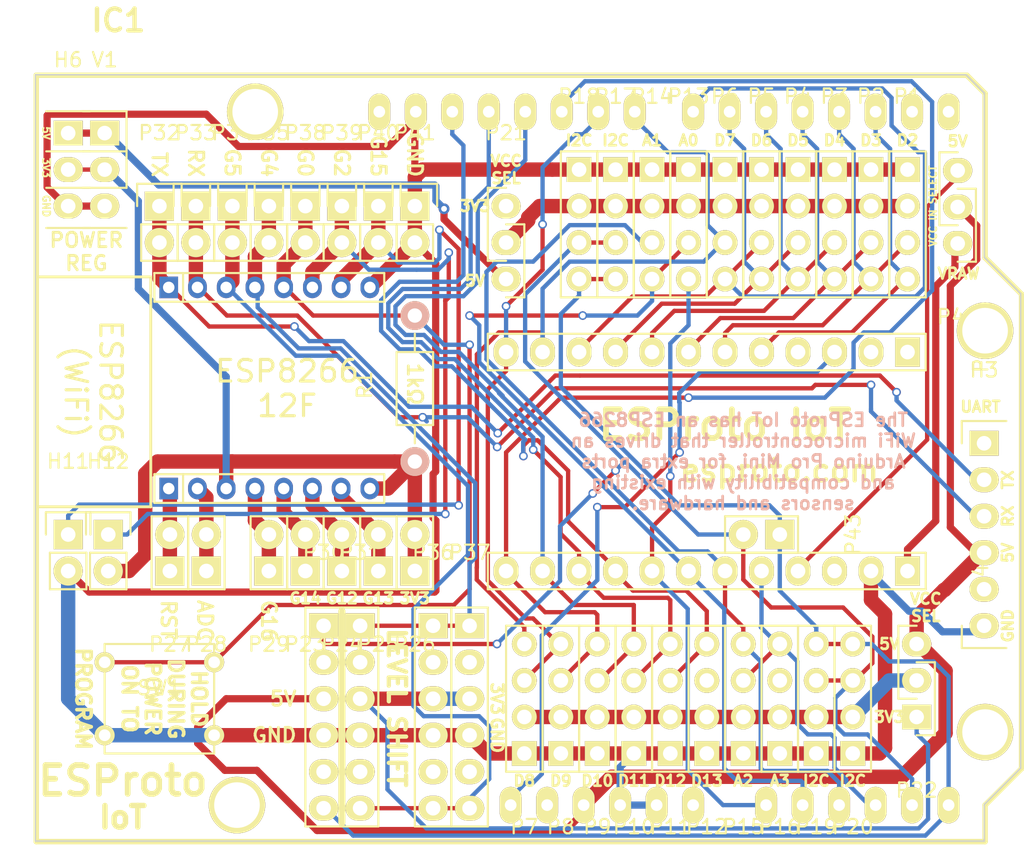
<source format=kicad_pcb>
(kicad_pcb (version 4) (host pcbnew "(2016-01-23 BZR 6508)-product")

  (general
    (links 176)
    (no_connects 9)
    (area 92.913999 42.875999 161.594001 96.316001)
    (thickness 1.6)
    (drawings 80)
    (tracks 695)
    (zones 0)
    (modules 55)
    (nets 56)
  )

  (page A4)
  (layers
    (0 F.Cu signal)
    (31 B.Cu signal)
    (32 B.Adhes user)
    (33 F.Adhes user)
    (34 B.Paste user)
    (35 F.Paste user)
    (36 B.SilkS user)
    (37 F.SilkS user)
    (38 B.Mask user)
    (39 F.Mask user)
    (40 Dwgs.User user)
    (41 Cmts.User user)
    (42 Eco1.User user)
    (43 Eco2.User user)
    (44 Edge.Cuts user)
    (45 Margin user)
    (46 B.CrtYd user)
    (47 F.CrtYd user)
    (48 B.Fab user)
    (49 F.Fab user)
  )

  (setup
    (last_trace_width 0.3)
    (trace_clearance 0.2)
    (zone_clearance 0.508)
    (zone_45_only no)
    (trace_min 0.2)
    (segment_width 0.2)
    (edge_width 0.1)
    (via_size 0.6)
    (via_drill 0.4)
    (via_min_size 0.4)
    (via_min_drill 0.3)
    (uvia_size 0.3)
    (uvia_drill 0.1)
    (uvias_allowed no)
    (uvia_min_size 0.2)
    (uvia_min_drill 0.1)
    (pcb_text_width 0.3)
    (pcb_text_size 1.5 1.5)
    (mod_edge_width 0.15)
    (mod_text_size 1 1)
    (mod_text_width 0.15)
    (pad_size 1.5 1.5)
    (pad_drill 0.6)
    (pad_to_mask_clearance 0)
    (aux_axis_origin 0 0)
    (visible_elements FFFCFF7F)
    (pcbplotparams
      (layerselection 0x010f0_ffffffff)
      (usegerberextensions false)
      (excludeedgelayer true)
      (linewidth 0.100000)
      (plotframeref false)
      (viasonmask false)
      (mode 1)
      (useauxorigin false)
      (hpglpennumber 1)
      (hpglpenspeed 20)
      (hpglpendiameter 15)
      (hpglpenoverlay 2)
      (psnegative false)
      (psa4output false)
      (plotreference false)
      (plotvalue false)
      (plotinvisibletext false)
      (padsonsilk false)
      (subtractmaskfromsilk false)
      (outputformat 4)
      (mirror false)
      (drillshape 0)
      (scaleselection 1)
      (outputdirectory PDF/))
  )

  (net 0 "")
  (net 1 "Net-(H3-Pad1)")
  (net 2 TXD1)
  (net 3 RXD1)
  (net 4 +5V)
  (net 5 "Net-(H3-Pad5)")
  (net 6 GND)
  (net 7 REST)
  (net 8 ADC)
  (net 9 +3V3)
  (net 10 GPIO16)
  (net 11 GPIO14)
  (net 12 GPIO12)
  (net 13 GPIO13)
  (net 14 SCL_ESP)
  (net 15 SDA_ESP)
  (net 16 GPIO0)
  (net 17 GPIO2)
  (net 18 GPIO15)
  (net 19 SCL)
  (net 20 SDA)
  (net 21 A3)
  (net 22 A0)
  (net 23 A1)
  (net 24 A2)
  (net 25 "Net-(IC1-PadV_IN)")
  (net 26 D2)
  (net 27 D3)
  (net 28 D4)
  (net 29 D5)
  (net 30 D6)
  (net 31 D7)
  (net 32 D8)
  (net 33 D9)
  (net 34 D10)
  (net 35 D11)
  (net 36 D12)
  (net 37 D13)
  (net 38 "Net-(P1-Pad2)")
  (net 39 "Net-(P10-Pad2)")
  (net 40 "Net-(P12-Pad3)")
  (net 41 "Net-(P16-Pad3)")
  (net 42 "Net-(P30-Pad2)")
  (net 43 "Net-(P30-Pad5)")
  (net 44 "Net-(P31-Pad2)")
  (net 45 "Net-(P31-Pad5)")
  (net 46 "Net-(P36-Pad2)")
  (net 47 "Net-(P36-Pad5)")
  (net 48 "Net-(P37-Pad2)")
  (net 49 "Net-(P37-Pad5)")
  (net 50 TXD2)
  (net 51 RXD2)
  (net 52 "Net-(P44-Pad1)")
  (net 53 "Net-(P44-Pad3)")
  (net 54 "Net-(P44-Pad4)")
  (net 55 RST2)

  (net_class Default "This is the default net class."
    (clearance 0.2)
    (trace_width 0.3)
    (via_dia 0.6)
    (via_drill 0.4)
    (uvia_dia 0.3)
    (uvia_drill 0.1)
    (add_net +3V3)
    (add_net A0)
    (add_net A1)
    (add_net A2)
    (add_net A3)
    (add_net ADC)
    (add_net D10)
    (add_net D11)
    (add_net D12)
    (add_net D13)
    (add_net D2)
    (add_net D3)
    (add_net D4)
    (add_net D5)
    (add_net D6)
    (add_net D7)
    (add_net D8)
    (add_net D9)
    (add_net GPIO0)
    (add_net GPIO12)
    (add_net GPIO13)
    (add_net GPIO14)
    (add_net GPIO15)
    (add_net GPIO16)
    (add_net GPIO2)
    (add_net "Net-(H3-Pad1)")
    (add_net "Net-(H3-Pad5)")
    (add_net "Net-(IC1-PadV_IN)")
    (add_net "Net-(P12-Pad3)")
    (add_net "Net-(P16-Pad3)")
    (add_net "Net-(P30-Pad2)")
    (add_net "Net-(P30-Pad5)")
    (add_net "Net-(P31-Pad2)")
    (add_net "Net-(P31-Pad5)")
    (add_net "Net-(P36-Pad2)")
    (add_net "Net-(P36-Pad5)")
    (add_net "Net-(P37-Pad2)")
    (add_net "Net-(P37-Pad5)")
    (add_net "Net-(P44-Pad3)")
    (add_net "Net-(P44-Pad4)")
    (add_net REST)
    (add_net RST2)
    (add_net RXD1)
    (add_net RXD2)
    (add_net SCL)
    (add_net SCL_ESP)
    (add_net SDA)
    (add_net SDA_ESP)
    (add_net TXD1)
    (add_net TXD2)
  )

  (net_class Ground ""
    (clearance 0.2)
    (trace_width 0.5)
    (via_dia 0.75)
    (via_drill 0.4)
    (uvia_dia 0.3)
    (uvia_drill 0.1)
    (add_net +5V)
    (add_net GND)
    (add_net "Net-(P1-Pad2)")
    (add_net "Net-(P10-Pad2)")
    (add_net "Net-(P44-Pad1)")
  )

  (module Buttons_Switches_ThroughHole:SW_PUSH_SMALL (layer F.Cu) (tedit 56A56312) (tstamp 56A5551C)
    (at 101.6 86.36)
    (path /56971342)
    (fp_text reference SW1 (at 0 -0.762) (layer F.SilkS)
      (effects (font (size 1 1) (thickness 0.15)))
    )
    (fp_text value PROGRAM (at 0 1.016) (layer F.Fab)
      (effects (font (size 1 1) (thickness 0.15)))
    )
    (fp_line (start -3.81 -3.81) (end 3.81 -3.81) (layer F.SilkS) (width 0.15))
    (fp_line (start 3.81 -3.81) (end 3.81 3.81) (layer F.SilkS) (width 0.15))
    (fp_line (start 3.81 3.81) (end -3.81 3.81) (layer F.SilkS) (width 0.15))
    (fp_line (start -3.81 -3.81) (end -3.81 3.81) (layer F.SilkS) (width 0.15))
    (pad 1 thru_hole circle (at 3.81 -2.54) (size 1.397 1.397) (drill 0.8128) (layers *.Cu *.Mask F.SilkS)
      (net 16 GPIO0))
    (pad 2 thru_hole circle (at 3.81 2.54) (size 1.397 1.397) (drill 0.8128) (layers *.Cu *.Mask F.SilkS)
      (net 6 GND))
    (pad 1 thru_hole circle (at -3.81 -2.54) (size 1.397 1.397) (drill 0.8128) (layers *.Cu *.Mask F.SilkS)
      (net 16 GPIO0))
    (pad 2 thru_hole circle (at -3.81 2.54) (size 1.397 1.397) (drill 0.8128) (layers *.Cu *.Mask F.SilkS)
      (net 6 GND))
  )

  (module Pin_Headers:Pin_Header_Straight_1x06 (layer F.Cu) (tedit 56A5625E) (tstamp 56A55441)
    (at 120.65 81.28)
    (descr "Through hole pin header")
    (tags "pin header")
    (path /56A21F66)
    (fp_text reference P36 (at 0 -5.1) (layer F.SilkS)
      (effects (font (size 1 1) (thickness 0.15)))
    )
    (fp_text value LEVEL_B2 (at 0 -3.1) (layer F.Fab)
      (effects (font (size 1 1) (thickness 0.15)))
    )
    (fp_line (start -1.75 -1.75) (end -1.75 14.45) (layer F.CrtYd) (width 0.05))
    (fp_line (start 1.75 -1.75) (end 1.75 14.45) (layer F.CrtYd) (width 0.05))
    (fp_line (start -1.75 -1.75) (end 1.75 -1.75) (layer F.CrtYd) (width 0.05))
    (fp_line (start -1.75 14.45) (end 1.75 14.45) (layer F.CrtYd) (width 0.05))
    (fp_line (start 1.27 -1.27) (end 1.27 13.97) (layer F.SilkS) (width 0.15))
    (fp_line (start 1.27 13.97) (end -1.27 13.97) (layer F.SilkS) (width 0.15))
    (fp_line (start -1.27 13.97) (end -1.27 -1.27) (layer F.SilkS) (width 0.15))
    (fp_line (start 1.27 -1.27) (end -1.27 -1.27) (layer F.SilkS) (width 0.15))
    (pad 1 thru_hole rect (at 0 0) (size 2.032 1.7272) (drill 1.016) (layers *.Cu *.Mask F.SilkS)
      (net 15 SDA_ESP))
    (pad 2 thru_hole oval (at 0 2.54) (size 2.032 1.7272) (drill 1.016) (layers *.Cu *.Mask F.SilkS)
      (net 46 "Net-(P36-Pad2)"))
    (pad 3 thru_hole oval (at 0 5.08) (size 2.032 1.7272) (drill 1.016) (layers *.Cu *.Mask F.SilkS)
      (net 9 +3V3))
    (pad 4 thru_hole oval (at 0 7.62) (size 2.032 1.7272) (drill 1.016) (layers *.Cu *.Mask F.SilkS)
      (net 6 GND))
    (pad 5 thru_hole oval (at 0 10.16) (size 2.032 1.7272) (drill 1.016) (layers *.Cu *.Mask F.SilkS)
      (net 47 "Net-(P36-Pad5)"))
    (pad 6 thru_hole oval (at 0 12.7) (size 2.032 1.7272) (drill 1.016) (layers *.Cu *.Mask F.SilkS)
      (net 14 SCL_ESP))
    (model Pin_Headers.3dshapes/Pin_Header_Straight_1x06.wrl
      (at (xyz 0 -0.25 0))
      (scale (xyz 1 1 1))
      (rotate (xyz 0 0 90))
    )
  )

  (module Pin_Headers:Pin_Header_Straight_1x03 (layer F.Cu) (tedit 56A5A510) (tstamp 56A5552E)
    (at 97.79 46.99)
    (descr "Through hole pin header")
    (tags "pin header")
    (path /56971336)
    (fp_text reference V1 (at 0 -5.1) (layer F.SilkS)
      (effects (font (size 1 1) (thickness 0.15)))
    )
    (fp_text value Voltage_Regulator (at 0 -3.1) (layer F.Fab)
      (effects (font (size 1 1) (thickness 0.15)))
    )
    (fp_line (start 1.524 -1.524) (end 1.524 3.81) (layer F.SilkS) (width 0.15))
    (fp_line (start 1.524 -1.524) (end -1.524 -1.524) (layer F.SilkS) (width 0.15))
    (fp_line (start 1.524 3.81) (end -1.524 3.81) (layer F.SilkS) (width 0.15))
    (fp_line (start 1.524 1.27) (end -1.524 1.27) (layer F.SilkS) (width 0.15))
    (fp_line (start 1.524 6.604) (end -1.524 6.604) (layer F.SilkS) (width 0.15))
    (fp_line (start -1.75 -1.75) (end -1.75 6.85) (layer F.CrtYd) (width 0.05))
    (fp_line (start 1.75 -1.75) (end 1.75 6.85) (layer F.CrtYd) (width 0.05))
    (fp_line (start -1.75 -1.75) (end 1.75 -1.75) (layer F.CrtYd) (width 0.05))
    (fp_line (start -1.75 6.85) (end 1.75 6.85) (layer F.CrtYd) (width 0.05))
    (pad 1 thru_hole rect (at 0 0) (size 2.032 1.7272) (drill 1.016) (layers *.Cu *.Mask F.SilkS)
      (net 4 +5V))
    (pad 2 thru_hole oval (at 0 2.54) (size 2.032 1.7272) (drill 1.016) (layers *.Cu *.Mask F.SilkS)
      (net 9 +3V3))
    (pad 3 thru_hole oval (at 0 5.08) (size 2.032 1.7272) (drill 1.016) (layers *.Cu *.Mask F.SilkS)
      (net 6 GND))
    (model Pin_Headers.3dshapes/Pin_Header_Straight_1x03.wrl
      (at (xyz 0 -0.1 0))
      (scale (xyz 1 1 1))
      (rotate (xyz 0 0 90))
    )
  )

  (module Pin_Headers:Pin_Header_Straight_1x03 (layer F.Cu) (tedit 56A5A455) (tstamp 56A55143)
    (at 95.25 46.99)
    (descr "Through hole pin header")
    (tags "pin header")
    (path /5697134C)
    (fp_text reference H6 (at 0 -5.1) (layer F.SilkS)
      (effects (font (size 1 1) (thickness 0.15)))
    )
    (fp_text value VRegOut (at 0 -3.1) (layer F.Fab)
      (effects (font (size 1 1) (thickness 0.15)))
    )
    (fp_line (start 1.524 3.81) (end -1.524 3.81) (layer F.SilkS) (width 0.15))
    (fp_line (start 1.524 1.27) (end -1.524 1.27) (layer F.SilkS) (width 0.15))
    (fp_line (start -1.524 6.604) (end 1.524 6.604) (layer F.SilkS) (width 0.15))
    (fp_line (start -1.524 -1.524) (end 1.524 -1.524) (layer F.SilkS) (width 0.15))
    (fp_line (start -1.75 -1.75) (end -1.75 6.85) (layer F.CrtYd) (width 0.05))
    (fp_line (start 1.75 -1.75) (end 1.75 6.85) (layer F.CrtYd) (width 0.05))
    (fp_line (start -1.75 -1.75) (end 1.75 -1.75) (layer F.CrtYd) (width 0.05))
    (fp_line (start -1.75 6.85) (end 1.75 6.85) (layer F.CrtYd) (width 0.05))
    (pad 1 thru_hole rect (at 0 0) (size 2.032 1.7272) (drill 1.016) (layers *.Cu *.Mask F.SilkS)
      (net 4 +5V))
    (pad 2 thru_hole oval (at 0 2.54) (size 2.032 1.7272) (drill 1.016) (layers *.Cu *.Mask F.SilkS)
      (net 9 +3V3))
    (pad 3 thru_hole oval (at 0 5.08) (size 2.032 1.7272) (drill 1.016) (layers *.Cu *.Mask F.SilkS)
      (net 6 GND))
    (model Pin_Headers.3dshapes/Pin_Header_Straight_1x03.wrl
      (at (xyz 0 -0.1 0))
      (scale (xyz 1 1 1))
      (rotate (xyz 0 0 90))
    )
  )

  (module arduino_shields:ARDUINO_SHIELD (layer F.Cu) (tedit 4D154D8E) (tstamp 56A551A7)
    (at 93.029546 96.303108)
    (path /56971E95)
    (fp_text reference IC1 (at 5.715 -57.15) (layer F.SilkS)
      (effects (font (thickness 0.3048)))
    )
    (fp_text value ARDUINO_PRO_MINI_5V (at 10.16 -54.61) (layer F.SilkS) hide
      (effects (font (thickness 0.3048)))
    )
    (fp_line (start 66.04 -40.64) (end 66.04 -52.07) (layer F.SilkS) (width 0.381))
    (fp_line (start 66.04 -52.07) (end 64.77 -53.34) (layer F.SilkS) (width 0.381))
    (fp_line (start 64.77 -53.34) (end 0 -53.34) (layer F.SilkS) (width 0.381))
    (fp_line (start 66.04 0) (end 0 0) (layer F.SilkS) (width 0.381))
    (fp_line (start 0 0) (end 0 -53.34) (layer F.SilkS) (width 0.381))
    (fp_line (start 66.04 -40.64) (end 68.58 -38.1) (layer F.SilkS) (width 0.381))
    (fp_line (start 68.58 -38.1) (end 68.58 -5.08) (layer F.SilkS) (width 0.381))
    (fp_line (start 68.58 -5.08) (end 66.04 -2.54) (layer F.SilkS) (width 0.381))
    (fp_line (start 66.04 -2.54) (end 66.04 0) (layer F.SilkS) (width 0.381))
    (pad AD5 thru_hole oval (at 63.5 -2.54 90) (size 2.54 1.524) (drill 0.8128) (layers *.Cu *.Mask F.SilkS)
      (net 19 SCL))
    (pad AD4 thru_hole oval (at 60.96 -2.54 90) (size 2.54 1.524) (drill 0.8128) (layers *.Cu *.Mask F.SilkS)
      (net 20 SDA))
    (pad AD3 thru_hole oval (at 58.42 -2.54 90) (size 2.54 1.524) (drill 0.8128) (layers *.Cu *.Mask F.SilkS)
      (net 21 A3))
    (pad AD0 thru_hole oval (at 50.8 -2.54 90) (size 2.54 1.524) (drill 0.8128) (layers *.Cu *.Mask F.SilkS)
      (net 22 A0))
    (pad AD1 thru_hole oval (at 53.34 -2.54 90) (size 2.54 1.524) (drill 0.8128) (layers *.Cu *.Mask F.SilkS)
      (net 23 A1))
    (pad AD2 thru_hole oval (at 55.88 -2.54 90) (size 2.54 1.524) (drill 0.8128) (layers *.Cu *.Mask F.SilkS)
      (net 24 A2))
    (pad V_IN thru_hole oval (at 45.72 -2.54 90) (size 2.54 1.524) (drill 0.8128) (layers *.Cu *.Mask F.SilkS)
      (net 25 "Net-(IC1-PadV_IN)"))
    (pad GND2 thru_hole oval (at 43.18 -2.54 90) (size 2.54 1.524) (drill 0.8128) (layers *.Cu *.Mask F.SilkS)
      (net 6 GND))
    (pad GND1 thru_hole oval (at 40.64 -2.54 90) (size 2.54 1.524) (drill 0.8128) (layers *.Cu *.Mask F.SilkS)
      (net 6 GND))
    (pad 3V3 thru_hole oval (at 35.56 -2.54 90) (size 2.54 1.524) (drill 0.8128) (layers *.Cu *.Mask F.SilkS))
    (pad RST thru_hole oval (at 33.02 -2.54 90) (size 2.54 1.524) (drill 0.8128) (layers *.Cu *.Mask F.SilkS)
      (net 55 RST2))
    (pad 0 thru_hole oval (at 63.5 -50.8 90) (size 2.54 1.524) (drill 0.8128) (layers *.Cu *.Mask F.SilkS))
    (pad 1 thru_hole oval (at 60.96 -50.8 90) (size 2.54 1.524) (drill 0.8128) (layers *.Cu *.Mask F.SilkS))
    (pad 2 thru_hole oval (at 58.42 -50.8 90) (size 2.54 1.524) (drill 0.8128) (layers *.Cu *.Mask F.SilkS)
      (net 26 D2))
    (pad 3 thru_hole oval (at 55.88 -50.8 90) (size 2.54 1.524) (drill 0.8128) (layers *.Cu *.Mask F.SilkS)
      (net 27 D3))
    (pad 4 thru_hole oval (at 53.34 -50.8 90) (size 2.54 1.524) (drill 0.8128) (layers *.Cu *.Mask F.SilkS)
      (net 28 D4))
    (pad 5 thru_hole oval (at 50.8 -50.8 90) (size 2.54 1.524) (drill 0.8128) (layers *.Cu *.Mask F.SilkS)
      (net 29 D5))
    (pad 6 thru_hole oval (at 48.26 -50.8 90) (size 2.54 1.524) (drill 0.8128) (layers *.Cu *.Mask F.SilkS)
      (net 30 D6))
    (pad 7 thru_hole oval (at 45.72 -50.8 90) (size 2.54 1.524) (drill 0.8128) (layers *.Cu *.Mask F.SilkS)
      (net 31 D7))
    (pad 8 thru_hole oval (at 41.656 -50.8 90) (size 2.54 1.524) (drill 0.8128) (layers *.Cu *.Mask F.SilkS)
      (net 32 D8))
    (pad 9 thru_hole oval (at 39.116 -50.8 90) (size 2.54 1.524) (drill 0.8128) (layers *.Cu *.Mask F.SilkS)
      (net 33 D9))
    (pad 10 thru_hole oval (at 36.576 -50.8 90) (size 2.54 1.524) (drill 0.8128) (layers *.Cu *.Mask F.SilkS)
      (net 34 D10))
    (pad 11 thru_hole oval (at 34.036 -50.8 90) (size 2.54 1.524) (drill 0.8128) (layers *.Cu *.Mask F.SilkS)
      (net 35 D11))
    (pad 12 thru_hole oval (at 31.496 -50.8 90) (size 2.54 1.524) (drill 0.8128) (layers *.Cu *.Mask F.SilkS)
      (net 36 D12))
    (pad 13 thru_hole oval (at 28.956 -50.8 90) (size 2.54 1.524) (drill 0.8128) (layers *.Cu *.Mask F.SilkS)
      (net 37 D13))
    (pad GND3 thru_hole oval (at 26.416 -50.8 90) (size 2.54 1.524) (drill 0.8128) (layers *.Cu *.Mask F.SilkS)
      (net 6 GND))
    (pad AREF thru_hole oval (at 23.876 -50.8 90) (size 2.54 1.524) (drill 0.8128) (layers *.Cu *.Mask F.SilkS))
    (pad 5V thru_hole oval (at 38.1 -2.54 90) (size 2.54 1.524) (drill 0.8128) (layers *.Cu *.Mask F.SilkS)
      (net 4 +5V))
    (pad "" thru_hole circle (at 66.04 -7.62 90) (size 3.937 3.937) (drill 3.175) (layers *.Cu *.Mask F.SilkS))
    (pad "" thru_hole circle (at 66.04 -35.56 90) (size 3.937 3.937) (drill 3.175) (layers *.Cu *.Mask F.SilkS))
    (pad "" thru_hole circle (at 15.24 -50.8 90) (size 3.937 3.937) (drill 3.175) (layers *.Cu *.Mask F.SilkS))
    (pad "" thru_hole circle (at 13.97 -2.54 90) (size 3.937 3.937) (drill 3.175) (layers *.Cu *.Mask F.SilkS))
  )

  (module Pin_Headers:Pin_Header_Straight_1x06 (layer F.Cu) (tedit 56A59515) (tstamp 56A553D3)
    (at 113.03 81.28)
    (descr "Through hole pin header")
    (tags "pin header")
    (path /56A220E1)
    (fp_text reference P30 (at 0 -5.1) (layer F.SilkS)
      (effects (font (size 1 1) (thickness 0.15)))
    )
    (fp_text value LEVEL_T1 (at 0 -3.1) (layer F.Fab)
      (effects (font (size 1 1) (thickness 0.15)))
    )
    (fp_line (start -1.75 -1.75) (end -1.75 14.45) (layer F.CrtYd) (width 0.05))
    (fp_line (start 1.75 -1.75) (end 1.75 14.45) (layer F.CrtYd) (width 0.05))
    (fp_line (start -1.75 -1.75) (end 1.75 -1.75) (layer F.CrtYd) (width 0.05))
    (fp_line (start -1.75 14.45) (end 1.75 14.45) (layer F.CrtYd) (width 0.05))
    (fp_line (start 1.27 -1.016) (end 1.27 13.716) (layer F.SilkS) (width 0.5))
    (fp_line (start 1.27 13.97) (end -1.27 13.97) (layer F.SilkS) (width 0.15))
    (fp_line (start -1.27 13.97) (end -1.27 -1.27) (layer F.SilkS) (width 0.15))
    (fp_line (start 1.27 -1.27) (end -1.27 -1.27) (layer F.SilkS) (width 0.15))
    (pad 1 thru_hole rect (at 0 0) (size 2.032 1.7272) (drill 1.016) (layers *.Cu *.Mask F.SilkS)
      (net 20 SDA))
    (pad 2 thru_hole oval (at 0 2.54) (size 2.032 1.7272) (drill 1.016) (layers *.Cu *.Mask F.SilkS)
      (net 42 "Net-(P30-Pad2)"))
    (pad 3 thru_hole oval (at 0 5.08) (size 2.032 1.7272) (drill 1.016) (layers *.Cu *.Mask F.SilkS)
      (net 4 +5V))
    (pad 4 thru_hole oval (at 0 7.62) (size 2.032 1.7272) (drill 1.016) (layers *.Cu *.Mask F.SilkS)
      (net 6 GND))
    (pad 5 thru_hole oval (at 0 10.16) (size 2.032 1.7272) (drill 1.016) (layers *.Cu *.Mask F.SilkS)
      (net 43 "Net-(P30-Pad5)"))
    (pad 6 thru_hole oval (at 0 12.7) (size 2.032 1.7272) (drill 1.016) (layers *.Cu *.Mask F.SilkS)
      (net 19 SCL))
    (model Pin_Headers.3dshapes/Pin_Header_Straight_1x06.wrl
      (at (xyz 0 -0.25 0))
      (scale (xyz 1 1 1))
      (rotate (xyz 0 0 90))
    )
  )

  (module Pin_Headers:Pin_Header_Straight_1x02 (layer F.Cu) (tedit 56A59466) (tstamp 56A554C6)
    (at 144.78 74.93 270)
    (descr "Through hole pin header")
    (tags "pin header")
    (path /56A1D155)
    (fp_text reference P43 (at 0 -5.1 270) (layer F.SilkS)
      (effects (font (size 1 1) (thickness 0.15)))
    )
    (fp_text value I2C_A4_A5 (at 0 -3.1 270) (layer F.Fab)
      (effects (font (size 1 1) (thickness 0.15)))
    )
    (fp_line (start 1.27 -1.27) (end 1.27 3.81) (layer F.SilkS) (width 0.15))
    (fp_line (start -1.75 -1.75) (end -1.75 4.3) (layer F.CrtYd) (width 0.05))
    (fp_line (start 1.75 -1.75) (end 1.75 4.3) (layer F.CrtYd) (width 0.05))
    (fp_line (start -1.75 -1.75) (end 1.75 -1.75) (layer F.CrtYd) (width 0.05))
    (fp_line (start -1.75 4.3) (end 1.75 4.3) (layer F.CrtYd) (width 0.05))
    (fp_line (start 1.27 -1.27) (end -1.27 -1.27) (layer F.SilkS) (width 0.15))
    (fp_line (start -1.27 -1.27) (end -1.27 3.81) (layer F.SilkS) (width 0.15))
    (fp_line (start -1.27 3.81) (end 1.27 3.81) (layer F.SilkS) (width 0.15))
    (pad 1 thru_hole rect (at 0 0 270) (size 2.032 2.032) (drill 1.016) (layers *.Cu *.Mask F.SilkS)
      (net 19 SCL))
    (pad 2 thru_hole oval (at 0 2.54 270) (size 2.032 2.032) (drill 1.016) (layers *.Cu *.Mask F.SilkS)
      (net 20 SDA))
    (model Pin_Headers.3dshapes/Pin_Header_Straight_1x02.wrl
      (at (xyz 0 -0.05 0))
      (scale (xyz 1 1 1))
      (rotate (xyz 0 0 90))
    )
  )

  (module Pin_Headers:Pin_Header_Straight_1x03 (layer F.Cu) (tedit 56A568B8) (tstamp 56A55335)
    (at 125.73 52.07)
    (descr "Through hole pin header")
    (tags "pin header")
    (path /56A1BAB8)
    (fp_text reference P21 (at 0 -5.1) (layer F.SilkS)
      (effects (font (size 1 1) (thickness 0.15)))
    )
    (fp_text value POWER_L (at 0 -3.1) (layer F.Fab)
      (effects (font (size 1 1) (thickness 0.15)))
    )
    (fp_line (start 1.27 6.35) (end 0 6.35) (layer F.SilkS) (width 0.15))
    (fp_line (start 1.27 1.27) (end 1.27 6.35) (layer F.SilkS) (width 0.15))
    (fp_line (start 0 1.27) (end 1.27 1.27) (layer F.SilkS) (width 0.15))
    (fp_line (start -1.27 3.81) (end 0 3.81) (layer F.SilkS) (width 0.15))
    (fp_line (start -1.27 -1.27) (end -1.27 3.81) (layer F.SilkS) (width 0.15))
    (fp_line (start 0 -1.27) (end -1.27 -1.27) (layer F.SilkS) (width 0.15))
    (fp_line (start -1.75 -1.75) (end -1.75 6.85) (layer F.CrtYd) (width 0.05))
    (fp_line (start 1.75 -1.75) (end 1.75 6.85) (layer F.CrtYd) (width 0.05))
    (fp_line (start -1.75 -1.75) (end 1.75 -1.75) (layer F.CrtYd) (width 0.05))
    (fp_line (start -1.75 6.85) (end 1.75 6.85) (layer F.CrtYd) (width 0.05))
    (pad 1 thru_hole oval (at 0 0) (size 2.032 1.7272) (drill 1.016) (layers *.Cu *.Mask F.SilkS)
      (net 9 +3V3))
    (pad 2 thru_hole oval (at 0 2.54) (size 2.032 1.7272) (drill 1.016) (layers *.Cu *.Mask F.SilkS)
      (net 38 "Net-(P1-Pad2)"))
    (pad 3 thru_hole oval (at 0 5.08) (size 2.032 1.7272) (drill 1.016) (layers *.Cu *.Mask F.SilkS)
      (net 4 +5V))
    (model Pin_Headers.3dshapes/Pin_Header_Straight_1x03.wrl
      (at (xyz 0 -0.1 0))
      (scale (xyz 1 1 1))
      (rotate (xyz 0 0 90))
    )
  )

  (module Pin_Headers:Pin_Header_Straight_1x03 (layer F.Cu) (tedit 56A567DE) (tstamp 56A55347)
    (at 154.305 87.63 180)
    (descr "Through hole pin header")
    (tags "pin header")
    (path /56A1C334)
    (fp_text reference P22 (at 0 -5.1 180) (layer F.SilkS)
      (effects (font (size 1 1) (thickness 0.15)))
    )
    (fp_text value POWER_R (at 0 -3.1 180) (layer F.Fab)
      (effects (font (size 1 1) (thickness 0.15)))
    )
    (fp_line (start 1.27 6.35) (end 0 6.35) (layer F.SilkS) (width 0.15))
    (fp_line (start 1.27 1.27) (end 1.27 6.35) (layer F.SilkS) (width 0.15))
    (fp_line (start 0 1.27) (end 1.27 1.27) (layer F.SilkS) (width 0.15))
    (fp_line (start -1.27 3.81) (end 0 3.81) (layer F.SilkS) (width 0.15))
    (fp_line (start -1.27 -1.27) (end -1.27 3.81) (layer F.SilkS) (width 0.15))
    (fp_line (start 0 -1.27) (end -1.27 -1.27) (layer F.SilkS) (width 0.15))
    (fp_line (start -1.75 -1.75) (end -1.75 6.85) (layer F.CrtYd) (width 0.05))
    (fp_line (start 1.75 -1.75) (end 1.75 6.85) (layer F.CrtYd) (width 0.05))
    (fp_line (start -1.75 -1.75) (end 1.75 -1.75) (layer F.CrtYd) (width 0.05))
    (fp_line (start -1.75 6.85) (end 1.75 6.85) (layer F.CrtYd) (width 0.05))
    (pad 1 thru_hole rect (at 0 0 180) (size 2.032 1.7272) (drill 1.016) (layers *.Cu *.Mask F.SilkS)
      (net 9 +3V3))
    (pad 2 thru_hole oval (at 0 2.54 180) (size 2.032 1.7272) (drill 1.016) (layers *.Cu *.Mask F.SilkS)
      (net 39 "Net-(P10-Pad2)"))
    (pad 3 thru_hole oval (at 0 5.08 180) (size 2.032 1.7272) (drill 1.016) (layers *.Cu *.Mask F.SilkS)
      (net 4 +5V))
    (model Pin_Headers.3dshapes/Pin_Header_Straight_1x03.wrl
      (at (xyz 0 -0.1 0))
      (scale (xyz 1 1 1))
      (rotate (xyz 0 0 90))
    )
  )

  (module Pin_Headers:Pin_Header_Straight_1x03 (layer F.Cu) (tedit 56A56768) (tstamp 56A554F2)
    (at 157.1625 54.6735 180)
    (descr "Through hole pin header")
    (tags "pin header")
    (path /56A541CA)
    (fp_text reference P45 (at 0 -5.1 180) (layer F.SilkS)
      (effects (font (size 1 1) (thickness 0.15)))
    )
    (fp_text value J_RAW_5V (at 0 -3.1 180) (layer F.Fab)
      (effects (font (size 1 1) (thickness 0.15)))
    )
    (fp_line (start 1.27 6.35) (end 0 6.35) (layer F.SilkS) (width 0.15))
    (fp_line (start 1.27 1.27) (end 1.27 6.35) (layer F.SilkS) (width 0.15))
    (fp_line (start 0 1.27) (end 1.27 1.27) (layer F.SilkS) (width 0.15))
    (fp_line (start -1.27 3.81) (end 0 3.81) (layer F.SilkS) (width 0.15))
    (fp_line (start -1.27 -1.27) (end -1.27 3.81) (layer F.SilkS) (width 0.15))
    (fp_line (start 0 -1.27) (end -1.27 -1.27) (layer F.SilkS) (width 0.15))
    (fp_line (start -1.75 -1.75) (end -1.75 6.85) (layer F.CrtYd) (width 0.05))
    (fp_line (start 1.75 -1.75) (end 1.75 6.85) (layer F.CrtYd) (width 0.05))
    (fp_line (start -1.75 -1.75) (end 1.75 -1.75) (layer F.CrtYd) (width 0.05))
    (fp_line (start -1.75 6.85) (end 1.75 6.85) (layer F.CrtYd) (width 0.05))
    (pad 1 thru_hole oval (at 0 0 180) (size 2.032 1.7272) (drill 1.016) (layers *.Cu *.Mask F.SilkS)
      (net 52 "Net-(P44-Pad1)"))
    (pad 2 thru_hole oval (at 0 2.54 180) (size 2.032 1.7272) (drill 1.016) (layers *.Cu *.Mask F.SilkS)
      (net 4 +5V))
    (pad 3 thru_hole oval (at 0 5.08 180) (size 2.032 1.7272) (drill 1.016) (layers *.Cu *.Mask F.SilkS)
      (net 54 "Net-(P44-Pad4)"))
    (model Pin_Headers.3dshapes/Pin_Header_Straight_1x03.wrl
      (at (xyz 0 -0.1 0))
      (scale (xyz 1 1 1))
      (rotate (xyz 0 0 90))
    )
  )

  (module Pin_Headers:Pin_Header_Straight_1x04_C (layer F.Cu) (tedit 56A55BCE) (tstamp 56A5522C)
    (at 127 90.17 180)
    (descr "Through hole pin header")
    (tags "pin header")
    (path /56973B2E)
    (fp_text reference P7 (at 0 -5.1 180) (layer F.SilkS)
      (effects (font (size 1 1) (thickness 0.15)))
    )
    (fp_text value DIGITAL_08 (at 0 -3.1 180) (layer F.Fab)
      (effects (font (size 1 1) (thickness 0.15)))
    )
    (fp_line (start -1.75 -1.75) (end -1.75 9.4) (layer F.CrtYd) (width 0.05))
    (fp_line (start 1.75 -1.75) (end 1.75 9.4) (layer F.CrtYd) (width 0.05))
    (fp_line (start -1.75 -1.75) (end 1.75 -1.75) (layer F.CrtYd) (width 0.05))
    (fp_line (start -1.75 9.4) (end 1.75 9.4) (layer F.CrtYd) (width 0.05))
    (fp_line (start -1.27 -1.27) (end -1.27 8.89) (layer F.SilkS) (width 0.15))
    (fp_line (start 1.27 -1.27) (end 1.27 8.89) (layer F.SilkS) (width 0.15))
    (fp_line (start -1.27 8.89) (end 1.27 8.89) (layer F.SilkS) (width 0.15))
    (fp_line (start 1.27 -1.27) (end -1.27 -1.27) (layer F.SilkS) (width 0.15))
    (pad 1 thru_hole rect (at 0 0 180) (size 1.7272 1.7272) (drill 1.016) (layers *.Cu *.Mask F.SilkS)
      (net 6 GND))
    (pad 2 thru_hole circle (at 0 2.54 180) (size 1.7272 1.7272) (drill 1.016) (layers *.Cu *.Mask F.SilkS)
      (net 39 "Net-(P10-Pad2)"))
    (pad 3 thru_hole circle (at 0 5.08 180) (size 1.7272 1.7272) (drill 1.016) (layers *.Cu *.Mask F.SilkS)
      (net 33 D9))
    (pad 4 thru_hole circle (at 0 7.62 180) (size 1.7272 1.7272) (drill 1.016) (layers *.Cu *.Mask F.SilkS)
      (net 32 D8))
    (model Pin_Headers.3dshapes/Pin_Header_Straight_1x04.wrl
      (at (xyz 0 -0.15 0))
      (scale (xyz 1 1 1))
      (rotate (xyz 0 0 90))
    )
  )

  (module Pin_Headers:Pin_Header_Straight_1x12 (layer F.Cu) (tedit 56A564C0) (tstamp 56A554B5)
    (at 153.67 62.23 270)
    (descr "Through hole pin header")
    (tags "pin header")
    (path /56A1CFF1)
    (fp_text reference P42 (at 0 -5.1 270) (layer F.SilkS)
      (effects (font (size 1 1) (thickness 0.15)))
    )
    (fp_text value ARDUINO_L (at 0 -3.1 270) (layer F.Fab)
      (effects (font (size 1 1) (thickness 0.15)))
    )
    (fp_line (start -1.75 -1.75) (end -1.75 29.7) (layer F.CrtYd) (width 0.05))
    (fp_line (start 1.75 -1.75) (end 1.75 29.7) (layer F.CrtYd) (width 0.05))
    (fp_line (start -1.75 -1.75) (end 1.75 -1.75) (layer F.CrtYd) (width 0.05))
    (fp_line (start -1.75 29.7) (end 1.75 29.7) (layer F.CrtYd) (width 0.05))
    (fp_line (start 1.27 -1.27) (end 1.27 29.21) (layer F.SilkS) (width 0.15))
    (fp_line (start 1.27 29.21) (end -1.27 29.21) (layer F.SilkS) (width 0.15))
    (fp_line (start -1.27 29.21) (end -1.27 -1.27) (layer F.SilkS) (width 0.15))
    (fp_line (start 1.27 -1.27) (end -1.27 -1.27) (layer F.SilkS) (width 0.15))
    (pad 1 thru_hole rect (at 0 0 270) (size 2.032 1.7272) (drill 1.016) (layers *.Cu *.Mask F.SilkS)
      (net 50 TXD2))
    (pad 2 thru_hole oval (at 0 2.54 270) (size 2.032 1.7272) (drill 1.016) (layers *.Cu *.Mask F.SilkS)
      (net 51 RXD2))
    (pad 3 thru_hole oval (at 0 5.08 270) (size 2.032 1.7272) (drill 1.016) (layers *.Cu *.Mask F.SilkS)
      (net 55 RST2))
    (pad 4 thru_hole oval (at 0 7.62 270) (size 2.032 1.7272) (drill 1.016) (layers *.Cu *.Mask F.SilkS)
      (net 6 GND))
    (pad 5 thru_hole oval (at 0 10.16 270) (size 2.032 1.7272) (drill 1.016) (layers *.Cu *.Mask F.SilkS)
      (net 26 D2))
    (pad 6 thru_hole oval (at 0 12.7 270) (size 2.032 1.7272) (drill 1.016) (layers *.Cu *.Mask F.SilkS)
      (net 27 D3))
    (pad 7 thru_hole oval (at 0 15.24 270) (size 2.032 1.7272) (drill 1.016) (layers *.Cu *.Mask F.SilkS)
      (net 28 D4))
    (pad 8 thru_hole oval (at 0 17.78 270) (size 2.032 1.7272) (drill 1.016) (layers *.Cu *.Mask F.SilkS)
      (net 29 D5))
    (pad 9 thru_hole oval (at 0 20.32 270) (size 2.032 1.7272) (drill 1.016) (layers *.Cu *.Mask F.SilkS)
      (net 30 D6))
    (pad 10 thru_hole oval (at 0 22.86 270) (size 2.032 1.7272) (drill 1.016) (layers *.Cu *.Mask F.SilkS)
      (net 31 D7))
    (pad 11 thru_hole oval (at 0 25.4 270) (size 2.032 1.7272) (drill 1.016) (layers *.Cu *.Mask F.SilkS)
      (net 32 D8))
    (pad 12 thru_hole oval (at 0 27.94 270) (size 2.032 1.7272) (drill 1.016) (layers *.Cu *.Mask F.SilkS)
      (net 33 D9))
    (model Pin_Headers.3dshapes/Pin_Header_Straight_1x12.wrl
      (at (xyz 0 -0.55 0))
      (scale (xyz 1 1 1))
      (rotate (xyz 0 0 90))
    )
  )

  (module Pin_Headers:Pin_Header_Straight_1x12 (layer F.Cu) (tedit 56A564AF) (tstamp 56A554E1)
    (at 153.67 77.47 270)
    (descr "Through hole pin header")
    (tags "pin header")
    (path /56A1D0C2)
    (fp_text reference P44 (at 0 -5.1 270) (layer F.SilkS)
      (effects (font (size 1 1) (thickness 0.15)))
    )
    (fp_text value ARDUINO_R (at 0 -3.1 270) (layer F.Fab)
      (effects (font (size 1 1) (thickness 0.15)))
    )
    (fp_line (start -1.75 -1.75) (end -1.75 29.7) (layer F.CrtYd) (width 0.05))
    (fp_line (start 1.75 -1.75) (end 1.75 29.7) (layer F.CrtYd) (width 0.05))
    (fp_line (start -1.75 -1.75) (end 1.75 -1.75) (layer F.CrtYd) (width 0.05))
    (fp_line (start -1.75 29.7) (end 1.75 29.7) (layer F.CrtYd) (width 0.05))
    (fp_line (start 1.27 -1.27) (end 1.27 29.21) (layer F.SilkS) (width 0.15))
    (fp_line (start 1.27 29.21) (end -1.27 29.21) (layer F.SilkS) (width 0.15))
    (fp_line (start -1.27 29.21) (end -1.27 -1.27) (layer F.SilkS) (width 0.15))
    (fp_line (start 1.27 -1.27) (end -1.27 -1.27) (layer F.SilkS) (width 0.15))
    (pad 1 thru_hole rect (at 0 0 270) (size 2.032 1.7272) (drill 1.016) (layers *.Cu *.Mask F.SilkS)
      (net 52 "Net-(P44-Pad1)"))
    (pad 2 thru_hole oval (at 0 2.54 270) (size 2.032 1.7272) (drill 1.016) (layers *.Cu *.Mask F.SilkS)
      (net 6 GND))
    (pad 3 thru_hole oval (at 0 5.08 270) (size 2.032 1.7272) (drill 1.016) (layers *.Cu *.Mask F.SilkS)
      (net 53 "Net-(P44-Pad3)"))
    (pad 4 thru_hole oval (at 0 7.62 270) (size 2.032 1.7272) (drill 1.016) (layers *.Cu *.Mask F.SilkS)
      (net 54 "Net-(P44-Pad4)"))
    (pad 5 thru_hole oval (at 0 10.16 270) (size 2.032 1.7272) (drill 1.016) (layers *.Cu *.Mask F.SilkS)
      (net 21 A3))
    (pad 6 thru_hole oval (at 0 12.7 270) (size 2.032 1.7272) (drill 1.016) (layers *.Cu *.Mask F.SilkS)
      (net 24 A2))
    (pad 7 thru_hole oval (at 0 15.24 270) (size 2.032 1.7272) (drill 1.016) (layers *.Cu *.Mask F.SilkS)
      (net 23 A1))
    (pad 8 thru_hole oval (at 0 17.78 270) (size 2.032 1.7272) (drill 1.016) (layers *.Cu *.Mask F.SilkS)
      (net 22 A0))
    (pad 9 thru_hole oval (at 0 20.32 270) (size 2.032 1.7272) (drill 1.016) (layers *.Cu *.Mask F.SilkS)
      (net 37 D13))
    (pad 10 thru_hole oval (at 0 22.86 270) (size 2.032 1.7272) (drill 1.016) (layers *.Cu *.Mask F.SilkS)
      (net 36 D12))
    (pad 11 thru_hole oval (at 0 25.4 270) (size 2.032 1.7272) (drill 1.016) (layers *.Cu *.Mask F.SilkS)
      (net 35 D11))
    (pad 12 thru_hole oval (at 0 27.94 270) (size 2.032 1.7272) (drill 1.016) (layers *.Cu *.Mask F.SilkS)
      (net 34 D10))
    (model Pin_Headers.3dshapes/Pin_Header_Straight_1x12.wrl
      (at (xyz 0 -0.55 0))
      (scale (xyz 1 1 1))
      (rotate (xyz 0 0 90))
    )
  )

  (module Pin_Headers:Pin_Header_Straight_1x06 (layer F.Cu) (tedit 56A56497) (tstamp 56A5511C)
    (at 159 68.58)
    (descr "Through hole pin header")
    (tags "pin header")
    (path /56971348)
    (fp_text reference H3 (at 0 -5.1) (layer F.SilkS)
      (effects (font (size 1 1) (thickness 0.15)))
    )
    (fp_text value UART (at 0 -3.1) (layer F.Fab)
      (effects (font (size 1 1) (thickness 0.15)))
    )
    (fp_line (start -1.75 -1.75) (end -1.75 14.45) (layer F.CrtYd) (width 0.05))
    (fp_line (start 1.75 -1.75) (end 1.75 14.45) (layer F.CrtYd) (width 0.05))
    (fp_line (start -1.75 -1.75) (end 1.75 -1.75) (layer F.CrtYd) (width 0.05))
    (fp_line (start -1.75 14.45) (end 1.75 14.45) (layer F.CrtYd) (width 0.05))
    (fp_line (start -1.55 0) (end -1.55 -1.55) (layer F.SilkS) (width 0.15))
    (fp_line (start -1.55 -1.55) (end 1.55 -1.55) (layer F.SilkS) (width 0.15))
    (fp_line (start 1.55 14.25) (end -1.55 14.25) (layer F.SilkS) (width 0.15))
    (fp_line (start -1.55 14.25) (end -1.55 12.7) (layer F.SilkS) (width 0.15))
    (pad 1 thru_hole rect (at 0 0) (size 2.032 1.7272) (drill 1.016) (layers *.Cu *.Mask F.SilkS)
      (net 1 "Net-(H3-Pad1)"))
    (pad 2 thru_hole oval (at 0 2.54) (size 2.032 1.7272) (drill 1.016) (layers *.Cu *.Mask F.SilkS)
      (net 2 TXD1))
    (pad 3 thru_hole oval (at 0 5.08) (size 2.032 1.7272) (drill 1.016) (layers *.Cu *.Mask F.SilkS)
      (net 3 RXD1))
    (pad 4 thru_hole oval (at 0 7.62) (size 2.032 1.7272) (drill 1.016) (layers *.Cu *.Mask F.SilkS)
      (net 4 +5V))
    (pad 5 thru_hole oval (at 0 10.16) (size 2.032 1.7272) (drill 1.016) (layers *.Cu *.Mask F.SilkS)
      (net 5 "Net-(H3-Pad5)"))
    (pad 6 thru_hole oval (at 0 12.7) (size 2.032 1.7272) (drill 1.016) (layers *.Cu *.Mask F.SilkS)
      (net 6 GND))
    (model Pin_Headers.3dshapes/Pin_Header_Straight_1x06.wrl
      (at (xyz 0 -0.25 0))
      (scale (xyz 1 1 1))
      (rotate (xyz 0 0 90))
    )
  )

  (module Pin_Headers:Pin_Header_Straight_1x06 (layer F.Cu) (tedit 56A56248) (tstamp 56A55456)
    (at 123.19 81.28)
    (descr "Through hole pin header")
    (tags "pin header")
    (path /56A22028)
    (fp_text reference P37 (at 0 -5.1) (layer F.SilkS)
      (effects (font (size 1 1) (thickness 0.15)))
    )
    (fp_text value LEVEL_B1 (at 0 -3.1) (layer F.Fab)
      (effects (font (size 1 1) (thickness 0.15)))
    )
    (fp_line (start -1.75 -1.75) (end -1.75 14.45) (layer F.CrtYd) (width 0.05))
    (fp_line (start 1.75 -1.75) (end 1.75 14.45) (layer F.CrtYd) (width 0.05))
    (fp_line (start -1.75 -1.75) (end 1.75 -1.75) (layer F.CrtYd) (width 0.05))
    (fp_line (start -1.75 14.45) (end 1.75 14.45) (layer F.CrtYd) (width 0.05))
    (fp_line (start 1.27 -1.27) (end 1.27 13.97) (layer F.SilkS) (width 0.15))
    (fp_line (start 1.27 13.97) (end -1.27 13.97) (layer F.SilkS) (width 0.15))
    (fp_line (start -1.27 13.97) (end -1.27 -1.27) (layer F.SilkS) (width 0.15))
    (fp_line (start 1.27 -1.27) (end -1.27 -1.27) (layer F.SilkS) (width 0.15))
    (pad 1 thru_hole rect (at 0 0) (size 2.032 1.7272) (drill 1.016) (layers *.Cu *.Mask F.SilkS)
      (net 15 SDA_ESP))
    (pad 2 thru_hole oval (at 0 2.54) (size 2.032 1.7272) (drill 1.016) (layers *.Cu *.Mask F.SilkS)
      (net 48 "Net-(P37-Pad2)"))
    (pad 3 thru_hole oval (at 0 5.08) (size 2.032 1.7272) (drill 1.016) (layers *.Cu *.Mask F.SilkS)
      (net 9 +3V3))
    (pad 4 thru_hole oval (at 0 7.62) (size 2.032 1.7272) (drill 1.016) (layers *.Cu *.Mask F.SilkS)
      (net 6 GND))
    (pad 5 thru_hole oval (at 0 10.16) (size 2.032 1.7272) (drill 1.016) (layers *.Cu *.Mask F.SilkS)
      (net 49 "Net-(P37-Pad5)"))
    (pad 6 thru_hole oval (at 0 12.7) (size 2.032 1.7272) (drill 1.016) (layers *.Cu *.Mask F.SilkS)
      (net 14 SCL_ESP))
    (model Pin_Headers.3dshapes/Pin_Header_Straight_1x06.wrl
      (at (xyz 0 -0.25 0))
      (scale (xyz 1 1 1))
      (rotate (xyz 0 0 90))
    )
  )

  (module Pin_Headers:Pin_Header_Straight_1x02 (layer F.Cu) (tedit 56A5622F) (tstamp 56A5538B)
    (at 119.38 77.47 180)
    (descr "Through hole pin header")
    (tags "pin header")
    (path /56A3EFFC)
    (fp_text reference P26 (at 0 -5.1 180) (layer F.SilkS)
      (effects (font (size 1 1) (thickness 0.15)))
    )
    (fp_text value ESP_3V3 (at 0 -3.1 180) (layer F.Fab)
      (effects (font (size 1 1) (thickness 0.15)))
    )
    (fp_line (start 1.27 -1.27) (end 1.27 3.81) (layer F.SilkS) (width 0.15))
    (fp_line (start -1.75 -1.75) (end -1.75 4.3) (layer F.CrtYd) (width 0.05))
    (fp_line (start 1.75 -1.75) (end 1.75 4.3) (layer F.CrtYd) (width 0.05))
    (fp_line (start -1.75 -1.75) (end 1.75 -1.75) (layer F.CrtYd) (width 0.05))
    (fp_line (start -1.75 4.3) (end 1.75 4.3) (layer F.CrtYd) (width 0.05))
    (fp_line (start 1.27 -1.27) (end -1.27 -1.27) (layer F.SilkS) (width 0.15))
    (fp_line (start -1.27 -1.27) (end -1.27 3.81) (layer F.SilkS) (width 0.15))
    (fp_line (start -1.27 3.81) (end 1.27 3.81) (layer F.SilkS) (width 0.15))
    (pad 1 thru_hole rect (at 0 0 180) (size 2.032 2.032) (drill 1.016) (layers *.Cu *.Mask F.SilkS)
      (net 9 +3V3))
    (pad 2 thru_hole oval (at 0 2.54 180) (size 2.032 2.032) (drill 1.016) (layers *.Cu *.Mask F.SilkS)
      (net 9 +3V3))
    (model Pin_Headers.3dshapes/Pin_Header_Straight_1x02.wrl
      (at (xyz 0 -0.05 0))
      (scale (xyz 1 1 1))
      (rotate (xyz 0 0 90))
    )
  )

  (module Pin_Headers:Pin_Header_Straight_1x02 (layer F.Cu) (tedit 56A5621E) (tstamp 56A5537A)
    (at 116.84 77.47 180)
    (descr "Through hole pin header")
    (tags "pin header")
    (path /56A3EC88)
    (fp_text reference P25 (at 0 -5.1 180) (layer F.SilkS)
      (effects (font (size 1 1) (thickness 0.15)))
    )
    (fp_text value ESP_G13 (at 0 -3.1 180) (layer F.Fab)
      (effects (font (size 1 1) (thickness 0.15)))
    )
    (fp_line (start 1.27 -1.27) (end 1.27 3.81) (layer F.SilkS) (width 0.15))
    (fp_line (start -1.75 -1.75) (end -1.75 4.3) (layer F.CrtYd) (width 0.05))
    (fp_line (start 1.75 -1.75) (end 1.75 4.3) (layer F.CrtYd) (width 0.05))
    (fp_line (start -1.75 -1.75) (end 1.75 -1.75) (layer F.CrtYd) (width 0.05))
    (fp_line (start -1.75 4.3) (end 1.75 4.3) (layer F.CrtYd) (width 0.05))
    (fp_line (start 1.27 -1.27) (end -1.27 -1.27) (layer F.SilkS) (width 0.15))
    (fp_line (start -1.27 -1.27) (end -1.27 3.81) (layer F.SilkS) (width 0.15))
    (fp_line (start -1.27 3.81) (end 1.27 3.81) (layer F.SilkS) (width 0.15))
    (pad 1 thru_hole rect (at 0 0 180) (size 2.032 2.032) (drill 1.016) (layers *.Cu *.Mask F.SilkS)
      (net 13 GPIO13))
    (pad 2 thru_hole oval (at 0 2.54 180) (size 2.032 2.032) (drill 1.016) (layers *.Cu *.Mask F.SilkS)
      (net 13 GPIO13))
    (model Pin_Headers.3dshapes/Pin_Header_Straight_1x02.wrl
      (at (xyz 0 -0.05 0))
      (scale (xyz 1 1 1))
      (rotate (xyz 0 0 90))
    )
  )

  (module Pin_Headers:Pin_Header_Straight_1x02 (layer F.Cu) (tedit 56A561FE) (tstamp 56A55369)
    (at 114.3 77.47 180)
    (descr "Through hole pin header")
    (tags "pin header")
    (path /56A3E8CF)
    (fp_text reference P24 (at 0 -5.1 180) (layer F.SilkS)
      (effects (font (size 1 1) (thickness 0.15)))
    )
    (fp_text value ESP_G12 (at 0 -3.1 180) (layer F.Fab)
      (effects (font (size 1 1) (thickness 0.15)))
    )
    (fp_line (start 1.27 -1.27) (end 1.27 3.81) (layer F.SilkS) (width 0.15))
    (fp_line (start -1.75 -1.75) (end -1.75 4.3) (layer F.CrtYd) (width 0.05))
    (fp_line (start 1.75 -1.75) (end 1.75 4.3) (layer F.CrtYd) (width 0.05))
    (fp_line (start -1.75 -1.75) (end 1.75 -1.75) (layer F.CrtYd) (width 0.05))
    (fp_line (start -1.75 4.3) (end 1.75 4.3) (layer F.CrtYd) (width 0.05))
    (fp_line (start 1.27 -1.27) (end -1.27 -1.27) (layer F.SilkS) (width 0.15))
    (fp_line (start -1.27 -1.27) (end -1.27 3.81) (layer F.SilkS) (width 0.15))
    (fp_line (start -1.27 3.81) (end 1.27 3.81) (layer F.SilkS) (width 0.15))
    (pad 1 thru_hole rect (at 0 0 180) (size 2.032 2.032) (drill 1.016) (layers *.Cu *.Mask F.SilkS)
      (net 12 GPIO12))
    (pad 2 thru_hole oval (at 0 2.54 180) (size 2.032 2.032) (drill 1.016) (layers *.Cu *.Mask F.SilkS)
      (net 12 GPIO12))
    (model Pin_Headers.3dshapes/Pin_Header_Straight_1x02.wrl
      (at (xyz 0 -0.05 0))
      (scale (xyz 1 1 1))
      (rotate (xyz 0 0 90))
    )
  )

  (module Pin_Headers:Pin_Header_Straight_1x02 (layer F.Cu) (tedit 56A561E2) (tstamp 56A55358)
    (at 111.76 77.47 180)
    (descr "Through hole pin header")
    (tags "pin header")
    (path /56A3E4CA)
    (fp_text reference P23 (at 0 -5.1 180) (layer F.SilkS)
      (effects (font (size 1 1) (thickness 0.15)))
    )
    (fp_text value ESP_G14 (at 0 -3.1 180) (layer F.Fab)
      (effects (font (size 1 1) (thickness 0.15)))
    )
    (fp_line (start 1.27 -1.27) (end 1.27 3.81) (layer F.SilkS) (width 0.15))
    (fp_line (start -1.75 -1.75) (end -1.75 4.3) (layer F.CrtYd) (width 0.05))
    (fp_line (start 1.75 -1.75) (end 1.75 4.3) (layer F.CrtYd) (width 0.05))
    (fp_line (start -1.75 -1.75) (end 1.75 -1.75) (layer F.CrtYd) (width 0.05))
    (fp_line (start -1.75 4.3) (end 1.75 4.3) (layer F.CrtYd) (width 0.05))
    (fp_line (start 1.27 -1.27) (end -1.27 -1.27) (layer F.SilkS) (width 0.15))
    (fp_line (start -1.27 -1.27) (end -1.27 3.81) (layer F.SilkS) (width 0.15))
    (fp_line (start -1.27 3.81) (end 1.27 3.81) (layer F.SilkS) (width 0.15))
    (pad 1 thru_hole rect (at 0 0 180) (size 2.032 2.032) (drill 1.016) (layers *.Cu *.Mask F.SilkS)
      (net 11 GPIO14))
    (pad 2 thru_hole oval (at 0 2.54 180) (size 2.032 2.032) (drill 1.016) (layers *.Cu *.Mask F.SilkS)
      (net 11 GPIO14))
    (model Pin_Headers.3dshapes/Pin_Header_Straight_1x02.wrl
      (at (xyz 0 -0.05 0))
      (scale (xyz 1 1 1))
      (rotate (xyz 0 0 90))
    )
  )

  (module Pin_Headers:Pin_Header_Straight_1x02 (layer F.Cu) (tedit 56A561CA) (tstamp 56A553BE)
    (at 109.22 77.47 180)
    (descr "Through hole pin header")
    (tags "pin header")
    (path /56A3E076)
    (fp_text reference P29 (at 0 -5.1 180) (layer F.SilkS)
      (effects (font (size 1 1) (thickness 0.15)))
    )
    (fp_text value ESP_G16 (at 0 -3.1 180) (layer F.Fab)
      (effects (font (size 1 1) (thickness 0.15)))
    )
    (fp_line (start 1.27 -1.27) (end 1.27 3.81) (layer F.SilkS) (width 0.15))
    (fp_line (start -1.75 -1.75) (end -1.75 4.3) (layer F.CrtYd) (width 0.05))
    (fp_line (start 1.75 -1.75) (end 1.75 4.3) (layer F.CrtYd) (width 0.05))
    (fp_line (start -1.75 -1.75) (end 1.75 -1.75) (layer F.CrtYd) (width 0.05))
    (fp_line (start -1.75 4.3) (end 1.75 4.3) (layer F.CrtYd) (width 0.05))
    (fp_line (start 1.27 -1.27) (end -1.27 -1.27) (layer F.SilkS) (width 0.15))
    (fp_line (start -1.27 -1.27) (end -1.27 3.81) (layer F.SilkS) (width 0.15))
    (fp_line (start -1.27 3.81) (end 1.27 3.81) (layer F.SilkS) (width 0.15))
    (pad 1 thru_hole rect (at 0 0 180) (size 2.032 2.032) (drill 1.016) (layers *.Cu *.Mask F.SilkS)
      (net 10 GPIO16))
    (pad 2 thru_hole oval (at 0 2.54 180) (size 2.032 2.032) (drill 1.016) (layers *.Cu *.Mask F.SilkS)
      (net 10 GPIO16))
    (model Pin_Headers.3dshapes/Pin_Header_Straight_1x02.wrl
      (at (xyz 0 -0.05 0))
      (scale (xyz 1 1 1))
      (rotate (xyz 0 0 90))
    )
  )

  (module Pin_Headers:Pin_Header_Straight_1x02 (layer F.Cu) (tedit 56A561B6) (tstamp 56A553AD)
    (at 104.87 77.47 180)
    (descr "Through hole pin header")
    (tags "pin header")
    (path /56A3DCF8)
    (fp_text reference P28 (at 0 -5.1 180) (layer F.SilkS)
      (effects (font (size 1 1) (thickness 0.15)))
    )
    (fp_text value ESP_ADC (at 0 -3.1 180) (layer F.Fab)
      (effects (font (size 1 1) (thickness 0.15)))
    )
    (fp_line (start 1.27 -1.27) (end 1.27 3.81) (layer F.SilkS) (width 0.15))
    (fp_line (start -1.75 -1.75) (end -1.75 4.3) (layer F.CrtYd) (width 0.05))
    (fp_line (start 1.75 -1.75) (end 1.75 4.3) (layer F.CrtYd) (width 0.05))
    (fp_line (start -1.75 -1.75) (end 1.75 -1.75) (layer F.CrtYd) (width 0.05))
    (fp_line (start -1.75 4.3) (end 1.75 4.3) (layer F.CrtYd) (width 0.05))
    (fp_line (start 1.27 -1.27) (end -1.27 -1.27) (layer F.SilkS) (width 0.15))
    (fp_line (start -1.27 -1.27) (end -1.27 3.81) (layer F.SilkS) (width 0.15))
    (fp_line (start -1.27 3.81) (end 1.27 3.81) (layer F.SilkS) (width 0.15))
    (pad 1 thru_hole rect (at 0 0 180) (size 2.032 2.032) (drill 1.016) (layers *.Cu *.Mask F.SilkS)
      (net 8 ADC))
    (pad 2 thru_hole oval (at 0 2.54 180) (size 2.032 2.032) (drill 1.016) (layers *.Cu *.Mask F.SilkS)
      (net 8 ADC))
    (model Pin_Headers.3dshapes/Pin_Header_Straight_1x02.wrl
      (at (xyz 0 -0.05 0))
      (scale (xyz 1 1 1))
      (rotate (xyz 0 0 90))
    )
  )

  (module Pin_Headers:Pin_Header_Straight_1x02 (layer F.Cu) (tedit 56A561A3) (tstamp 56A5539C)
    (at 102.33 77.47 180)
    (descr "Through hole pin header")
    (tags "pin header")
    (path /56A3D93E)
    (fp_text reference P27 (at 0 -5.1 180) (layer F.SilkS)
      (effects (font (size 1 1) (thickness 0.15)))
    )
    (fp_text value ESP_RST (at 0 -3.1 180) (layer F.Fab)
      (effects (font (size 1 1) (thickness 0.15)))
    )
    (fp_line (start 1.27 -1.27) (end 1.27 3.81) (layer F.SilkS) (width 0.15))
    (fp_line (start -1.75 -1.75) (end -1.75 4.3) (layer F.CrtYd) (width 0.05))
    (fp_line (start 1.75 -1.75) (end 1.75 4.3) (layer F.CrtYd) (width 0.05))
    (fp_line (start -1.75 -1.75) (end 1.75 -1.75) (layer F.CrtYd) (width 0.05))
    (fp_line (start -1.75 4.3) (end 1.75 4.3) (layer F.CrtYd) (width 0.05))
    (fp_line (start 1.27 -1.27) (end -1.27 -1.27) (layer F.SilkS) (width 0.15))
    (fp_line (start -1.27 -1.27) (end -1.27 3.81) (layer F.SilkS) (width 0.15))
    (fp_line (start -1.27 3.81) (end 1.27 3.81) (layer F.SilkS) (width 0.15))
    (pad 1 thru_hole rect (at 0 0 180) (size 2.032 2.032) (drill 1.016) (layers *.Cu *.Mask F.SilkS)
      (net 7 REST))
    (pad 2 thru_hole oval (at 0 2.54 180) (size 2.032 2.032) (drill 1.016) (layers *.Cu *.Mask F.SilkS)
      (net 7 REST))
    (model Pin_Headers.3dshapes/Pin_Header_Straight_1x02.wrl
      (at (xyz 0 -0.05 0))
      (scale (xyz 1 1 1))
      (rotate (xyz 0 0 90))
    )
  )

  (module Pin_Headers:Pin_Header_Straight_1x06 (layer F.Cu) (tedit 56A5618A) (tstamp 56A553E8)
    (at 115.57 81.28)
    (descr "Through hole pin header")
    (tags "pin header")
    (path /56A23CC1)
    (fp_text reference P31 (at 0 -5.1) (layer F.SilkS)
      (effects (font (size 1 1) (thickness 0.15)))
    )
    (fp_text value LEVEL_B3 (at 0 -3.1) (layer F.Fab)
      (effects (font (size 1 1) (thickness 0.15)))
    )
    (fp_line (start -1.75 -1.75) (end -1.75 14.45) (layer F.CrtYd) (width 0.05))
    (fp_line (start 1.75 -1.75) (end 1.75 14.45) (layer F.CrtYd) (width 0.05))
    (fp_line (start -1.75 -1.75) (end 1.75 -1.75) (layer F.CrtYd) (width 0.05))
    (fp_line (start -1.75 14.45) (end 1.75 14.45) (layer F.CrtYd) (width 0.05))
    (fp_line (start 1.27 -1.27) (end 1.27 13.97) (layer F.SilkS) (width 0.15))
    (fp_line (start 1.27 13.97) (end -1.27 13.97) (layer F.SilkS) (width 0.15))
    (fp_line (start -1.27 13.97) (end -1.27 -1.27) (layer F.SilkS) (width 0.15))
    (fp_line (start 1.27 -1.27) (end -1.27 -1.27) (layer F.SilkS) (width 0.15))
    (pad 1 thru_hole rect (at 0 0) (size 2.032 1.7272) (drill 1.016) (layers *.Cu *.Mask F.SilkS)
      (net 15 SDA_ESP))
    (pad 2 thru_hole oval (at 0 2.54) (size 2.032 1.7272) (drill 1.016) (layers *.Cu *.Mask F.SilkS)
      (net 44 "Net-(P31-Pad2)"))
    (pad 3 thru_hole oval (at 0 5.08) (size 2.032 1.7272) (drill 1.016) (layers *.Cu *.Mask F.SilkS)
      (net 9 +3V3))
    (pad 4 thru_hole oval (at 0 7.62) (size 2.032 1.7272) (drill 1.016) (layers *.Cu *.Mask F.SilkS)
      (net 6 GND))
    (pad 5 thru_hole oval (at 0 10.16) (size 2.032 1.7272) (drill 1.016) (layers *.Cu *.Mask F.SilkS)
      (net 45 "Net-(P31-Pad5)"))
    (pad 6 thru_hole oval (at 0 12.7) (size 2.032 1.7272) (drill 1.016) (layers *.Cu *.Mask F.SilkS)
      (net 14 SCL_ESP))
    (model Pin_Headers.3dshapes/Pin_Header_Straight_1x06.wrl
      (at (xyz 0 -0.25 0))
      (scale (xyz 1 1 1))
      (rotate (xyz 0 0 90))
    )
  )

  (module Pin_Headers:Pin_Header_Straight_1x08_Pitch2.00mm (layer F.Cu) (tedit 0) (tstamp 56A55131)
    (at 102.2495 71.73)
    (descr "Pin Header 2mm 8pin")
    (tags "CONN DEV")
    (path /56971344)
    (fp_text reference H5 (at 0.254 -3.556) (layer F.SilkS) hide
      (effects (font (size 1 1) (thickness 0.15)))
    )
    (fp_text value L0 (at 0 -2.159) (layer F.Fab)
      (effects (font (size 1 1) (thickness 0.15)))
    )
    (fp_line (start 15.2 -1.2) (end -1.2 -1.2) (layer F.CrtYd) (width 0.05))
    (fp_line (start 15.2 1.2) (end 15.2 -1.2) (layer F.CrtYd) (width 0.05))
    (fp_line (start -1.2 1.2) (end 15.2 1.2) (layer F.CrtYd) (width 0.05))
    (fp_line (start -1.2 -1.2) (end -1.2 1.2) (layer F.CrtYd) (width 0.05))
    (fp_line (start 15 -1) (end 15 1) (layer F.SilkS) (width 0.15))
    (fp_line (start 15 1) (end -1 1) (layer F.SilkS) (width 0.15))
    (fp_line (start -1 -1) (end 15 -1) (layer F.SilkS) (width 0.15))
    (fp_line (start -1 1) (end -1 -1) (layer F.SilkS) (width 0.15))
    (fp_line (start 1 -1) (end 1 1) (layer F.SilkS) (width 0.15))
    (pad 1 thru_hole rect (at 0 0) (size 1.3 1.5) (drill 0.8) (layers *.Cu *.Mask)
      (net 7 REST))
    (pad 2 thru_hole oval (at 2 0) (size 1.3 1.5) (drill 0.8) (layers *.Cu *.Mask)
      (net 8 ADC))
    (pad 3 thru_hole oval (at 4 0) (size 1.3 1.5) (drill 0.8) (layers *.Cu *.Mask)
      (net 9 +3V3))
    (pad 4 thru_hole oval (at 6 0) (size 1.3 1.5) (drill 0.8) (layers *.Cu *.Mask)
      (net 10 GPIO16))
    (pad 5 thru_hole oval (at 8 0) (size 1.3 1.5) (drill 0.8) (layers *.Cu *.Mask)
      (net 11 GPIO14))
    (pad 6 thru_hole oval (at 10 0) (size 1.3 1.5) (drill 0.8) (layers *.Cu *.Mask)
      (net 12 GPIO12))
    (pad 7 thru_hole oval (at 12 0) (size 1.3 1.5) (drill 0.8) (layers *.Cu *.Mask)
      (net 13 GPIO13))
    (pad 8 thru_hole oval (at 14 0) (size 1.3 1.5) (drill 0.8) (layers *.Cu *.Mask)
      (net 9 +3V3))
    (model Pin_Headers.3dshapes/Pin_Header_Straight_1x08_Pitch2.00mm.wrl
      (at (xyz 0.2755905511811024 0 0))
      (scale (xyz 1 1 1))
      (rotate (xyz 0 0 0))
    )
  )

  (module Pin_Headers:Pin_Header_Straight_1x08_Pitch2.00mm (layer F.Cu) (tedit 0) (tstamp 56A55158)
    (at 102.2495 57.73)
    (descr "Pin Header 2mm 8pin")
    (tags "CONN DEV")
    (path /5697133E)
    (fp_text reference H7 (at 0.254 -3.556) (layer F.SilkS) hide
      (effects (font (size 1 1) (thickness 0.15)))
    )
    (fp_text value R0 (at 0 -2.159) (layer F.Fab)
      (effects (font (size 1 1) (thickness 0.15)))
    )
    (fp_line (start 15.2 -1.2) (end -1.2 -1.2) (layer F.CrtYd) (width 0.05))
    (fp_line (start 15.2 1.2) (end 15.2 -1.2) (layer F.CrtYd) (width 0.05))
    (fp_line (start -1.2 1.2) (end 15.2 1.2) (layer F.CrtYd) (width 0.05))
    (fp_line (start -1.2 -1.2) (end -1.2 1.2) (layer F.CrtYd) (width 0.05))
    (fp_line (start 15 -1) (end 15 1) (layer F.SilkS) (width 0.15))
    (fp_line (start 15 1) (end -1 1) (layer F.SilkS) (width 0.15))
    (fp_line (start -1 -1) (end 15 -1) (layer F.SilkS) (width 0.15))
    (fp_line (start -1 1) (end -1 -1) (layer F.SilkS) (width 0.15))
    (fp_line (start 1 -1) (end 1 1) (layer F.SilkS) (width 0.15))
    (pad 1 thru_hole rect (at 0 0) (size 1.3 1.5) (drill 0.8) (layers *.Cu *.Mask)
      (net 2 TXD1))
    (pad 2 thru_hole oval (at 2 0) (size 1.3 1.5) (drill 0.8) (layers *.Cu *.Mask)
      (net 3 RXD1))
    (pad 3 thru_hole oval (at 4 0) (size 1.3 1.5) (drill 0.8) (layers *.Cu *.Mask)
      (net 14 SCL_ESP))
    (pad 4 thru_hole oval (at 6 0) (size 1.3 1.5) (drill 0.8) (layers *.Cu *.Mask)
      (net 15 SDA_ESP))
    (pad 5 thru_hole oval (at 8 0) (size 1.3 1.5) (drill 0.8) (layers *.Cu *.Mask)
      (net 16 GPIO0))
    (pad 6 thru_hole oval (at 10 0) (size 1.3 1.5) (drill 0.8) (layers *.Cu *.Mask)
      (net 17 GPIO2))
    (pad 7 thru_hole oval (at 12 0) (size 1.3 1.5) (drill 0.8) (layers *.Cu *.Mask)
      (net 18 GPIO15))
    (pad 8 thru_hole oval (at 14 0) (size 1.3 1.5) (drill 0.8) (layers *.Cu *.Mask)
      (net 6 GND))
    (model Pin_Headers.3dshapes/Pin_Header_Straight_1x08_Pitch2.00mm.wrl
      (at (xyz 0.2755905511811024 0 0))
      (scale (xyz 1 1 1))
      (rotate (xyz 0 0 0))
    )
  )

  (module Pin_Headers:Pin_Header_Straight_1x02 (layer F.Cu) (tedit 54EA090C) (tstamp 56A55169)
    (at 95.25 74.93)
    (descr "Through hole pin header")
    (tags "pin header")
    (path /5697133B)
    (fp_text reference H11 (at 0 -5.1) (layer F.SilkS)
      (effects (font (size 1 1) (thickness 0.15)))
    )
    (fp_text value GPIO15_GND (at 0 -3.1) (layer F.Fab)
      (effects (font (size 1 1) (thickness 0.15)))
    )
    (fp_line (start 1.27 1.27) (end 1.27 3.81) (layer F.SilkS) (width 0.15))
    (fp_line (start 1.55 -1.55) (end 1.55 0) (layer F.SilkS) (width 0.15))
    (fp_line (start -1.75 -1.75) (end -1.75 4.3) (layer F.CrtYd) (width 0.05))
    (fp_line (start 1.75 -1.75) (end 1.75 4.3) (layer F.CrtYd) (width 0.05))
    (fp_line (start -1.75 -1.75) (end 1.75 -1.75) (layer F.CrtYd) (width 0.05))
    (fp_line (start -1.75 4.3) (end 1.75 4.3) (layer F.CrtYd) (width 0.05))
    (fp_line (start 1.27 1.27) (end -1.27 1.27) (layer F.SilkS) (width 0.15))
    (fp_line (start -1.55 0) (end -1.55 -1.55) (layer F.SilkS) (width 0.15))
    (fp_line (start -1.55 -1.55) (end 1.55 -1.55) (layer F.SilkS) (width 0.15))
    (fp_line (start -1.27 1.27) (end -1.27 3.81) (layer F.SilkS) (width 0.15))
    (fp_line (start -1.27 3.81) (end 1.27 3.81) (layer F.SilkS) (width 0.15))
    (pad 1 thru_hole rect (at 0 0) (size 2.032 2.032) (drill 1.016) (layers *.Cu *.Mask F.SilkS)
      (net 18 GPIO15))
    (pad 2 thru_hole oval (at 0 2.54) (size 2.032 2.032) (drill 1.016) (layers *.Cu *.Mask F.SilkS)
      (net 6 GND))
    (model Pin_Headers.3dshapes/Pin_Header_Straight_1x02.wrl
      (at (xyz 0 -0.05 0))
      (scale (xyz 1 1 1))
      (rotate (xyz 0 0 90))
    )
  )

  (module Pin_Headers:Pin_Header_Straight_1x02 (layer F.Cu) (tedit 54EA090C) (tstamp 56A5517A)
    (at 98.04 74.93)
    (descr "Through hole pin header")
    (tags "pin header")
    (path /5697133C)
    (fp_text reference H12 (at 0 -5.1) (layer F.SilkS)
      (effects (font (size 1 1) (thickness 0.15)))
    )
    (fp_text value GPIO2_VCC (at 0 -3.1) (layer F.Fab)
      (effects (font (size 1 1) (thickness 0.15)))
    )
    (fp_line (start 1.27 1.27) (end 1.27 3.81) (layer F.SilkS) (width 0.15))
    (fp_line (start 1.55 -1.55) (end 1.55 0) (layer F.SilkS) (width 0.15))
    (fp_line (start -1.75 -1.75) (end -1.75 4.3) (layer F.CrtYd) (width 0.05))
    (fp_line (start 1.75 -1.75) (end 1.75 4.3) (layer F.CrtYd) (width 0.05))
    (fp_line (start -1.75 -1.75) (end 1.75 -1.75) (layer F.CrtYd) (width 0.05))
    (fp_line (start -1.75 4.3) (end 1.75 4.3) (layer F.CrtYd) (width 0.05))
    (fp_line (start 1.27 1.27) (end -1.27 1.27) (layer F.SilkS) (width 0.15))
    (fp_line (start -1.55 0) (end -1.55 -1.55) (layer F.SilkS) (width 0.15))
    (fp_line (start -1.55 -1.55) (end 1.55 -1.55) (layer F.SilkS) (width 0.15))
    (fp_line (start -1.27 1.27) (end -1.27 3.81) (layer F.SilkS) (width 0.15))
    (fp_line (start -1.27 3.81) (end 1.27 3.81) (layer F.SilkS) (width 0.15))
    (pad 1 thru_hole rect (at 0 0) (size 2.032 2.032) (drill 1.016) (layers *.Cu *.Mask F.SilkS)
      (net 17 GPIO2))
    (pad 2 thru_hole oval (at 0 2.54) (size 2.032 2.032) (drill 1.016) (layers *.Cu *.Mask F.SilkS)
      (net 9 +3V3))
    (model Pin_Headers.3dshapes/Pin_Header_Straight_1x02.wrl
      (at (xyz 0 -0.05 0))
      (scale (xyz 1 1 1))
      (rotate (xyz 0 0 90))
    )
  )

  (module Pin_Headers:Pin_Header_Straight_1x02 (layer F.Cu) (tedit 54EA090C) (tstamp 56A553F9)
    (at 101.6 52.07)
    (descr "Through hole pin header")
    (tags "pin header")
    (path /56A3B818)
    (fp_text reference P32 (at 0 -5.1) (layer F.SilkS)
      (effects (font (size 1 1) (thickness 0.15)))
    )
    (fp_text value ESP_TX (at 0 -3.1) (layer F.Fab)
      (effects (font (size 1 1) (thickness 0.15)))
    )
    (fp_line (start 1.27 1.27) (end 1.27 3.81) (layer F.SilkS) (width 0.15))
    (fp_line (start 1.55 -1.55) (end 1.55 0) (layer F.SilkS) (width 0.15))
    (fp_line (start -1.75 -1.75) (end -1.75 4.3) (layer F.CrtYd) (width 0.05))
    (fp_line (start 1.75 -1.75) (end 1.75 4.3) (layer F.CrtYd) (width 0.05))
    (fp_line (start -1.75 -1.75) (end 1.75 -1.75) (layer F.CrtYd) (width 0.05))
    (fp_line (start -1.75 4.3) (end 1.75 4.3) (layer F.CrtYd) (width 0.05))
    (fp_line (start 1.27 1.27) (end -1.27 1.27) (layer F.SilkS) (width 0.15))
    (fp_line (start -1.55 0) (end -1.55 -1.55) (layer F.SilkS) (width 0.15))
    (fp_line (start -1.55 -1.55) (end 1.55 -1.55) (layer F.SilkS) (width 0.15))
    (fp_line (start -1.27 1.27) (end -1.27 3.81) (layer F.SilkS) (width 0.15))
    (fp_line (start -1.27 3.81) (end 1.27 3.81) (layer F.SilkS) (width 0.15))
    (pad 1 thru_hole rect (at 0 0) (size 2.032 2.032) (drill 1.016) (layers *.Cu *.Mask F.SilkS)
      (net 2 TXD1))
    (pad 2 thru_hole oval (at 0 2.54) (size 2.032 2.032) (drill 1.016) (layers *.Cu *.Mask F.SilkS)
      (net 2 TXD1))
    (model Pin_Headers.3dshapes/Pin_Header_Straight_1x02.wrl
      (at (xyz 0 -0.05 0))
      (scale (xyz 1 1 1))
      (rotate (xyz 0 0 90))
    )
  )

  (module Pin_Headers:Pin_Header_Straight_1x02 (layer F.Cu) (tedit 54EA090C) (tstamp 56A5540A)
    (at 104.14 52.07)
    (descr "Through hole pin header")
    (tags "pin header")
    (path /56A3B476)
    (fp_text reference P33 (at 0 -5.1) (layer F.SilkS)
      (effects (font (size 1 1) (thickness 0.15)))
    )
    (fp_text value ESP_RX (at 0 -3.1) (layer F.Fab)
      (effects (font (size 1 1) (thickness 0.15)))
    )
    (fp_line (start 1.27 1.27) (end 1.27 3.81) (layer F.SilkS) (width 0.15))
    (fp_line (start 1.55 -1.55) (end 1.55 0) (layer F.SilkS) (width 0.15))
    (fp_line (start -1.75 -1.75) (end -1.75 4.3) (layer F.CrtYd) (width 0.05))
    (fp_line (start 1.75 -1.75) (end 1.75 4.3) (layer F.CrtYd) (width 0.05))
    (fp_line (start -1.75 -1.75) (end 1.75 -1.75) (layer F.CrtYd) (width 0.05))
    (fp_line (start -1.75 4.3) (end 1.75 4.3) (layer F.CrtYd) (width 0.05))
    (fp_line (start 1.27 1.27) (end -1.27 1.27) (layer F.SilkS) (width 0.15))
    (fp_line (start -1.55 0) (end -1.55 -1.55) (layer F.SilkS) (width 0.15))
    (fp_line (start -1.55 -1.55) (end 1.55 -1.55) (layer F.SilkS) (width 0.15))
    (fp_line (start -1.27 1.27) (end -1.27 3.81) (layer F.SilkS) (width 0.15))
    (fp_line (start -1.27 3.81) (end 1.27 3.81) (layer F.SilkS) (width 0.15))
    (pad 1 thru_hole rect (at 0 0) (size 2.032 2.032) (drill 1.016) (layers *.Cu *.Mask F.SilkS)
      (net 3 RXD1))
    (pad 2 thru_hole oval (at 0 2.54) (size 2.032 2.032) (drill 1.016) (layers *.Cu *.Mask F.SilkS)
      (net 3 RXD1))
    (model Pin_Headers.3dshapes/Pin_Header_Straight_1x02.wrl
      (at (xyz 0 -0.05 0))
      (scale (xyz 1 1 1))
      (rotate (xyz 0 0 90))
    )
  )

  (module Pin_Headers:Pin_Header_Straight_1x02 (layer F.Cu) (tedit 54EA090C) (tstamp 56A5541B)
    (at 106.68 52.07)
    (descr "Through hole pin header")
    (tags "pin header")
    (path /56A3B0D9)
    (fp_text reference P34 (at 0 -5.1) (layer F.SilkS)
      (effects (font (size 1 1) (thickness 0.15)))
    )
    (fp_text value ESP_G5 (at 0 -3.1) (layer F.Fab)
      (effects (font (size 1 1) (thickness 0.15)))
    )
    (fp_line (start 1.27 1.27) (end 1.27 3.81) (layer F.SilkS) (width 0.15))
    (fp_line (start 1.55 -1.55) (end 1.55 0) (layer F.SilkS) (width 0.15))
    (fp_line (start -1.75 -1.75) (end -1.75 4.3) (layer F.CrtYd) (width 0.05))
    (fp_line (start 1.75 -1.75) (end 1.75 4.3) (layer F.CrtYd) (width 0.05))
    (fp_line (start -1.75 -1.75) (end 1.75 -1.75) (layer F.CrtYd) (width 0.05))
    (fp_line (start -1.75 4.3) (end 1.75 4.3) (layer F.CrtYd) (width 0.05))
    (fp_line (start 1.27 1.27) (end -1.27 1.27) (layer F.SilkS) (width 0.15))
    (fp_line (start -1.55 0) (end -1.55 -1.55) (layer F.SilkS) (width 0.15))
    (fp_line (start -1.55 -1.55) (end 1.55 -1.55) (layer F.SilkS) (width 0.15))
    (fp_line (start -1.27 1.27) (end -1.27 3.81) (layer F.SilkS) (width 0.15))
    (fp_line (start -1.27 3.81) (end 1.27 3.81) (layer F.SilkS) (width 0.15))
    (pad 1 thru_hole rect (at 0 0) (size 2.032 2.032) (drill 1.016) (layers *.Cu *.Mask F.SilkS)
      (net 14 SCL_ESP))
    (pad 2 thru_hole oval (at 0 2.54) (size 2.032 2.032) (drill 1.016) (layers *.Cu *.Mask F.SilkS)
      (net 14 SCL_ESP))
    (model Pin_Headers.3dshapes/Pin_Header_Straight_1x02.wrl
      (at (xyz 0 -0.05 0))
      (scale (xyz 1 1 1))
      (rotate (xyz 0 0 90))
    )
  )

  (module Pin_Headers:Pin_Header_Straight_1x02 (layer F.Cu) (tedit 54EA090C) (tstamp 56A5542C)
    (at 109.22 52.07)
    (descr "Through hole pin header")
    (tags "pin header")
    (path /56A3AC89)
    (fp_text reference P35 (at 0 -5.1) (layer F.SilkS)
      (effects (font (size 1 1) (thickness 0.15)))
    )
    (fp_text value ESP_G4 (at 0 -3.1) (layer F.Fab)
      (effects (font (size 1 1) (thickness 0.15)))
    )
    (fp_line (start 1.27 1.27) (end 1.27 3.81) (layer F.SilkS) (width 0.15))
    (fp_line (start 1.55 -1.55) (end 1.55 0) (layer F.SilkS) (width 0.15))
    (fp_line (start -1.75 -1.75) (end -1.75 4.3) (layer F.CrtYd) (width 0.05))
    (fp_line (start 1.75 -1.75) (end 1.75 4.3) (layer F.CrtYd) (width 0.05))
    (fp_line (start -1.75 -1.75) (end 1.75 -1.75) (layer F.CrtYd) (width 0.05))
    (fp_line (start -1.75 4.3) (end 1.75 4.3) (layer F.CrtYd) (width 0.05))
    (fp_line (start 1.27 1.27) (end -1.27 1.27) (layer F.SilkS) (width 0.15))
    (fp_line (start -1.55 0) (end -1.55 -1.55) (layer F.SilkS) (width 0.15))
    (fp_line (start -1.55 -1.55) (end 1.55 -1.55) (layer F.SilkS) (width 0.15))
    (fp_line (start -1.27 1.27) (end -1.27 3.81) (layer F.SilkS) (width 0.15))
    (fp_line (start -1.27 3.81) (end 1.27 3.81) (layer F.SilkS) (width 0.15))
    (pad 1 thru_hole rect (at 0 0) (size 2.032 2.032) (drill 1.016) (layers *.Cu *.Mask F.SilkS)
      (net 15 SDA_ESP))
    (pad 2 thru_hole oval (at 0 2.54) (size 2.032 2.032) (drill 1.016) (layers *.Cu *.Mask F.SilkS)
      (net 15 SDA_ESP))
    (model Pin_Headers.3dshapes/Pin_Header_Straight_1x02.wrl
      (at (xyz 0 -0.05 0))
      (scale (xyz 1 1 1))
      (rotate (xyz 0 0 90))
    )
  )

  (module Pin_Headers:Pin_Header_Straight_1x02 (layer F.Cu) (tedit 54EA090C) (tstamp 56A55467)
    (at 111.76 52.07)
    (descr "Through hole pin header")
    (tags "pin header")
    (path /56A3A8DC)
    (fp_text reference P38 (at 0 -5.1) (layer F.SilkS)
      (effects (font (size 1 1) (thickness 0.15)))
    )
    (fp_text value ESP_G0 (at 0 -3.1) (layer F.Fab)
      (effects (font (size 1 1) (thickness 0.15)))
    )
    (fp_line (start 1.27 1.27) (end 1.27 3.81) (layer F.SilkS) (width 0.15))
    (fp_line (start 1.55 -1.55) (end 1.55 0) (layer F.SilkS) (width 0.15))
    (fp_line (start -1.75 -1.75) (end -1.75 4.3) (layer F.CrtYd) (width 0.05))
    (fp_line (start 1.75 -1.75) (end 1.75 4.3) (layer F.CrtYd) (width 0.05))
    (fp_line (start -1.75 -1.75) (end 1.75 -1.75) (layer F.CrtYd) (width 0.05))
    (fp_line (start -1.75 4.3) (end 1.75 4.3) (layer F.CrtYd) (width 0.05))
    (fp_line (start 1.27 1.27) (end -1.27 1.27) (layer F.SilkS) (width 0.15))
    (fp_line (start -1.55 0) (end -1.55 -1.55) (layer F.SilkS) (width 0.15))
    (fp_line (start -1.55 -1.55) (end 1.55 -1.55) (layer F.SilkS) (width 0.15))
    (fp_line (start -1.27 1.27) (end -1.27 3.81) (layer F.SilkS) (width 0.15))
    (fp_line (start -1.27 3.81) (end 1.27 3.81) (layer F.SilkS) (width 0.15))
    (pad 1 thru_hole rect (at 0 0) (size 2.032 2.032) (drill 1.016) (layers *.Cu *.Mask F.SilkS)
      (net 16 GPIO0))
    (pad 2 thru_hole oval (at 0 2.54) (size 2.032 2.032) (drill 1.016) (layers *.Cu *.Mask F.SilkS)
      (net 16 GPIO0))
    (model Pin_Headers.3dshapes/Pin_Header_Straight_1x02.wrl
      (at (xyz 0 -0.05 0))
      (scale (xyz 1 1 1))
      (rotate (xyz 0 0 90))
    )
  )

  (module Pin_Headers:Pin_Header_Straight_1x02 (layer F.Cu) (tedit 54EA090C) (tstamp 56A55478)
    (at 114.3 52.07)
    (descr "Through hole pin header")
    (tags "pin header")
    (path /56A3A52F)
    (fp_text reference P39 (at 0 -5.1) (layer F.SilkS)
      (effects (font (size 1 1) (thickness 0.15)))
    )
    (fp_text value ESP_G2 (at 0 -3.1) (layer F.Fab)
      (effects (font (size 1 1) (thickness 0.15)))
    )
    (fp_line (start 1.27 1.27) (end 1.27 3.81) (layer F.SilkS) (width 0.15))
    (fp_line (start 1.55 -1.55) (end 1.55 0) (layer F.SilkS) (width 0.15))
    (fp_line (start -1.75 -1.75) (end -1.75 4.3) (layer F.CrtYd) (width 0.05))
    (fp_line (start 1.75 -1.75) (end 1.75 4.3) (layer F.CrtYd) (width 0.05))
    (fp_line (start -1.75 -1.75) (end 1.75 -1.75) (layer F.CrtYd) (width 0.05))
    (fp_line (start -1.75 4.3) (end 1.75 4.3) (layer F.CrtYd) (width 0.05))
    (fp_line (start 1.27 1.27) (end -1.27 1.27) (layer F.SilkS) (width 0.15))
    (fp_line (start -1.55 0) (end -1.55 -1.55) (layer F.SilkS) (width 0.15))
    (fp_line (start -1.55 -1.55) (end 1.55 -1.55) (layer F.SilkS) (width 0.15))
    (fp_line (start -1.27 1.27) (end -1.27 3.81) (layer F.SilkS) (width 0.15))
    (fp_line (start -1.27 3.81) (end 1.27 3.81) (layer F.SilkS) (width 0.15))
    (pad 1 thru_hole rect (at 0 0) (size 2.032 2.032) (drill 1.016) (layers *.Cu *.Mask F.SilkS)
      (net 17 GPIO2))
    (pad 2 thru_hole oval (at 0 2.54) (size 2.032 2.032) (drill 1.016) (layers *.Cu *.Mask F.SilkS)
      (net 17 GPIO2))
    (model Pin_Headers.3dshapes/Pin_Header_Straight_1x02.wrl
      (at (xyz 0 -0.05 0))
      (scale (xyz 1 1 1))
      (rotate (xyz 0 0 90))
    )
  )

  (module Pin_Headers:Pin_Header_Straight_1x02 (layer F.Cu) (tedit 54EA090C) (tstamp 56A55489)
    (at 116.84 52.07)
    (descr "Through hole pin header")
    (tags "pin header")
    (path /56A3A148)
    (fp_text reference P40 (at 0 -5.1) (layer F.SilkS)
      (effects (font (size 1 1) (thickness 0.15)))
    )
    (fp_text value ESP_G15 (at 0 -3.1) (layer F.Fab)
      (effects (font (size 1 1) (thickness 0.15)))
    )
    (fp_line (start 1.27 1.27) (end 1.27 3.81) (layer F.SilkS) (width 0.15))
    (fp_line (start 1.55 -1.55) (end 1.55 0) (layer F.SilkS) (width 0.15))
    (fp_line (start -1.75 -1.75) (end -1.75 4.3) (layer F.CrtYd) (width 0.05))
    (fp_line (start 1.75 -1.75) (end 1.75 4.3) (layer F.CrtYd) (width 0.05))
    (fp_line (start -1.75 -1.75) (end 1.75 -1.75) (layer F.CrtYd) (width 0.05))
    (fp_line (start -1.75 4.3) (end 1.75 4.3) (layer F.CrtYd) (width 0.05))
    (fp_line (start 1.27 1.27) (end -1.27 1.27) (layer F.SilkS) (width 0.15))
    (fp_line (start -1.55 0) (end -1.55 -1.55) (layer F.SilkS) (width 0.15))
    (fp_line (start -1.55 -1.55) (end 1.55 -1.55) (layer F.SilkS) (width 0.15))
    (fp_line (start -1.27 1.27) (end -1.27 3.81) (layer F.SilkS) (width 0.15))
    (fp_line (start -1.27 3.81) (end 1.27 3.81) (layer F.SilkS) (width 0.15))
    (pad 1 thru_hole rect (at 0 0) (size 2.032 2.032) (drill 1.016) (layers *.Cu *.Mask F.SilkS)
      (net 18 GPIO15))
    (pad 2 thru_hole oval (at 0 2.54) (size 2.032 2.032) (drill 1.016) (layers *.Cu *.Mask F.SilkS)
      (net 18 GPIO15))
    (model Pin_Headers.3dshapes/Pin_Header_Straight_1x02.wrl
      (at (xyz 0 -0.05 0))
      (scale (xyz 1 1 1))
      (rotate (xyz 0 0 90))
    )
  )

  (module Pin_Headers:Pin_Header_Straight_1x02 (layer F.Cu) (tedit 54EA090C) (tstamp 56A5549A)
    (at 119.38 52.07)
    (descr "Through hole pin header")
    (tags "pin header")
    (path /56A39D81)
    (fp_text reference P41 (at 0 -5.1) (layer F.SilkS)
      (effects (font (size 1 1) (thickness 0.15)))
    )
    (fp_text value ESP_GND (at 0 -3.1) (layer F.Fab)
      (effects (font (size 1 1) (thickness 0.15)))
    )
    (fp_line (start 1.27 1.27) (end 1.27 3.81) (layer F.SilkS) (width 0.15))
    (fp_line (start 1.55 -1.55) (end 1.55 0) (layer F.SilkS) (width 0.15))
    (fp_line (start -1.75 -1.75) (end -1.75 4.3) (layer F.CrtYd) (width 0.05))
    (fp_line (start 1.75 -1.75) (end 1.75 4.3) (layer F.CrtYd) (width 0.05))
    (fp_line (start -1.75 -1.75) (end 1.75 -1.75) (layer F.CrtYd) (width 0.05))
    (fp_line (start -1.75 4.3) (end 1.75 4.3) (layer F.CrtYd) (width 0.05))
    (fp_line (start 1.27 1.27) (end -1.27 1.27) (layer F.SilkS) (width 0.15))
    (fp_line (start -1.55 0) (end -1.55 -1.55) (layer F.SilkS) (width 0.15))
    (fp_line (start -1.55 -1.55) (end 1.55 -1.55) (layer F.SilkS) (width 0.15))
    (fp_line (start -1.27 1.27) (end -1.27 3.81) (layer F.SilkS) (width 0.15))
    (fp_line (start -1.27 3.81) (end 1.27 3.81) (layer F.SilkS) (width 0.15))
    (pad 1 thru_hole rect (at 0 0) (size 2.032 2.032) (drill 1.016) (layers *.Cu *.Mask F.SilkS)
      (net 6 GND))
    (pad 2 thru_hole oval (at 0 2.54) (size 2.032 2.032) (drill 1.016) (layers *.Cu *.Mask F.SilkS)
      (net 6 GND))
    (model Pin_Headers.3dshapes/Pin_Header_Straight_1x02.wrl
      (at (xyz 0 -0.05 0))
      (scale (xyz 1 1 1))
      (rotate (xyz 0 0 90))
    )
  )

  (module Resistors_ThroughHole:Resistor_Horizontal_RM10mm (layer F.Cu) (tedit 53F56209) (tstamp 56A5550F)
    (at 119.38 64.77 90)
    (descr "Resistor, Axial,  RM 10mm, 1/3W,")
    (tags "Resistor, Axial, RM 10mm, 1/3W,")
    (path /56971339)
    (fp_text reference R1 (at 0.24892 -3.50012 90) (layer F.SilkS)
      (effects (font (size 1 1) (thickness 0.15)))
    )
    (fp_text value 1kΩ (at 3.81 3.81 90) (layer F.Fab)
      (effects (font (size 1 1) (thickness 0.15)))
    )
    (fp_line (start -2.54 -1.27) (end 2.54 -1.27) (layer F.SilkS) (width 0.15))
    (fp_line (start 2.54 -1.27) (end 2.54 1.27) (layer F.SilkS) (width 0.15))
    (fp_line (start 2.54 1.27) (end -2.54 1.27) (layer F.SilkS) (width 0.15))
    (fp_line (start -2.54 1.27) (end -2.54 -1.27) (layer F.SilkS) (width 0.15))
    (fp_line (start -2.54 0) (end -3.81 0) (layer F.SilkS) (width 0.15))
    (fp_line (start 2.54 0) (end 3.81 0) (layer F.SilkS) (width 0.15))
    (pad 1 thru_hole circle (at -5.08 0 90) (size 1.99898 1.99898) (drill 1.00076) (layers *.Cu *.SilkS *.Mask)
      (net 9 +3V3))
    (pad 2 thru_hole circle (at 5.08 0 90) (size 1.99898 1.99898) (drill 1.00076) (layers *.Cu *.SilkS *.Mask)
      (net 16 GPIO0))
    (model Resistors_ThroughHole.3dshapes/Resistor_Horizontal_RM10mm.wrl
      (at (xyz 0 0 0))
      (scale (xyz 0.4 0.4 0.4))
      (rotate (xyz 0 0 0))
    )
  )

  (module Pin_Headers:Pin_Header_Straight_1x04_C (layer F.Cu) (tedit 56A55BCE) (tstamp 56A552FD)
    (at 130.81 49.53)
    (descr "Through hole pin header")
    (tags "pin header")
    (path /569DB371)
    (fp_text reference P18 (at 0 -5.1) (layer F.SilkS)
      (effects (font (size 1 1) (thickness 0.15)))
    )
    (fp_text value I2C_02 (at 0 -3.1) (layer F.Fab)
      (effects (font (size 1 1) (thickness 0.15)))
    )
    (fp_line (start -1.75 -1.75) (end -1.75 9.4) (layer F.CrtYd) (width 0.05))
    (fp_line (start 1.75 -1.75) (end 1.75 9.4) (layer F.CrtYd) (width 0.05))
    (fp_line (start -1.75 -1.75) (end 1.75 -1.75) (layer F.CrtYd) (width 0.05))
    (fp_line (start -1.75 9.4) (end 1.75 9.4) (layer F.CrtYd) (width 0.05))
    (fp_line (start -1.27 -1.27) (end -1.27 8.89) (layer F.SilkS) (width 0.15))
    (fp_line (start 1.27 -1.27) (end 1.27 8.89) (layer F.SilkS) (width 0.15))
    (fp_line (start -1.27 8.89) (end 1.27 8.89) (layer F.SilkS) (width 0.15))
    (fp_line (start 1.27 -1.27) (end -1.27 -1.27) (layer F.SilkS) (width 0.15))
    (pad 1 thru_hole rect (at 0 0) (size 1.7272 1.7272) (drill 1.016) (layers *.Cu *.Mask F.SilkS)
      (net 6 GND))
    (pad 2 thru_hole circle (at 0 2.54) (size 1.7272 1.7272) (drill 1.016) (layers *.Cu *.Mask F.SilkS)
      (net 38 "Net-(P1-Pad2)"))
    (pad 3 thru_hole circle (at 0 5.08) (size 1.7272 1.7272) (drill 1.016) (layers *.Cu *.Mask F.SilkS)
      (net 20 SDA))
    (pad 4 thru_hole circle (at 0 7.62) (size 1.7272 1.7272) (drill 1.016) (layers *.Cu *.Mask F.SilkS)
      (net 19 SCL))
    (model Pin_Headers.3dshapes/Pin_Header_Straight_1x04.wrl
      (at (xyz 0 -0.15 0))
      (scale (xyz 1 1 1))
      (rotate (xyz 0 0 90))
    )
  )

  (module Pin_Headers:Pin_Header_Straight_1x04_C (layer F.Cu) (tedit 56A55BCE) (tstamp 56A552EA)
    (at 133.35 49.53)
    (descr "Through hole pin header")
    (tags "pin header")
    (path /569DB0FF)
    (fp_text reference P17 (at 0 -5.1) (layer F.SilkS)
      (effects (font (size 1 1) (thickness 0.15)))
    )
    (fp_text value I2C_01 (at 0 -3.1) (layer F.Fab)
      (effects (font (size 1 1) (thickness 0.15)))
    )
    (fp_line (start -1.75 -1.75) (end -1.75 9.4) (layer F.CrtYd) (width 0.05))
    (fp_line (start 1.75 -1.75) (end 1.75 9.4) (layer F.CrtYd) (width 0.05))
    (fp_line (start -1.75 -1.75) (end 1.75 -1.75) (layer F.CrtYd) (width 0.05))
    (fp_line (start -1.75 9.4) (end 1.75 9.4) (layer F.CrtYd) (width 0.05))
    (fp_line (start -1.27 -1.27) (end -1.27 8.89) (layer F.SilkS) (width 0.15))
    (fp_line (start 1.27 -1.27) (end 1.27 8.89) (layer F.SilkS) (width 0.15))
    (fp_line (start -1.27 8.89) (end 1.27 8.89) (layer F.SilkS) (width 0.15))
    (fp_line (start 1.27 -1.27) (end -1.27 -1.27) (layer F.SilkS) (width 0.15))
    (pad 1 thru_hole rect (at 0 0) (size 1.7272 1.7272) (drill 1.016) (layers *.Cu *.Mask F.SilkS)
      (net 6 GND))
    (pad 2 thru_hole circle (at 0 2.54) (size 1.7272 1.7272) (drill 1.016) (layers *.Cu *.Mask F.SilkS)
      (net 38 "Net-(P1-Pad2)"))
    (pad 3 thru_hole circle (at 0 5.08) (size 1.7272 1.7272) (drill 1.016) (layers *.Cu *.Mask F.SilkS)
      (net 20 SDA))
    (pad 4 thru_hole circle (at 0 7.62) (size 1.7272 1.7272) (drill 1.016) (layers *.Cu *.Mask F.SilkS)
      (net 19 SCL))
    (model Pin_Headers.3dshapes/Pin_Header_Straight_1x04.wrl
      (at (xyz 0 -0.15 0))
      (scale (xyz 1 1 1))
      (rotate (xyz 0 0 90))
    )
  )

  (module Pin_Headers:Pin_Header_Straight_1x04_C (layer F.Cu) (tedit 56A55BCE) (tstamp 56A552B1)
    (at 135.89 49.53)
    (descr "Through hole pin header")
    (tags "pin header")
    (path /569DAC91)
    (fp_text reference P14 (at 0 -5.1) (layer F.SilkS)
      (effects (font (size 1 1) (thickness 0.15)))
    )
    (fp_text value ANALOG_01 (at 0 -3.1) (layer F.Fab)
      (effects (font (size 1 1) (thickness 0.15)))
    )
    (fp_line (start -1.75 -1.75) (end -1.75 9.4) (layer F.CrtYd) (width 0.05))
    (fp_line (start 1.75 -1.75) (end 1.75 9.4) (layer F.CrtYd) (width 0.05))
    (fp_line (start -1.75 -1.75) (end 1.75 -1.75) (layer F.CrtYd) (width 0.05))
    (fp_line (start -1.75 9.4) (end 1.75 9.4) (layer F.CrtYd) (width 0.05))
    (fp_line (start -1.27 -1.27) (end -1.27 8.89) (layer F.SilkS) (width 0.15))
    (fp_line (start 1.27 -1.27) (end 1.27 8.89) (layer F.SilkS) (width 0.15))
    (fp_line (start -1.27 8.89) (end 1.27 8.89) (layer F.SilkS) (width 0.15))
    (fp_line (start 1.27 -1.27) (end -1.27 -1.27) (layer F.SilkS) (width 0.15))
    (pad 1 thru_hole rect (at 0 0) (size 1.7272 1.7272) (drill 1.016) (layers *.Cu *.Mask F.SilkS)
      (net 6 GND))
    (pad 2 thru_hole circle (at 0 2.54) (size 1.7272 1.7272) (drill 1.016) (layers *.Cu *.Mask F.SilkS)
      (net 38 "Net-(P1-Pad2)"))
    (pad 3 thru_hole circle (at 0 5.08) (size 1.7272 1.7272) (drill 1.016) (layers *.Cu *.Mask F.SilkS)
      (net 24 A2))
    (pad 4 thru_hole circle (at 0 7.62) (size 1.7272 1.7272) (drill 1.016) (layers *.Cu *.Mask F.SilkS)
      (net 23 A1))
    (model Pin_Headers.3dshapes/Pin_Header_Straight_1x04.wrl
      (at (xyz 0 -0.15 0))
      (scale (xyz 1 1 1))
      (rotate (xyz 0 0 90))
    )
  )

  (module Pin_Headers:Pin_Header_Straight_1x04_C (layer F.Cu) (tedit 56A55BCE) (tstamp 56A5529E)
    (at 138.43 49.53)
    (descr "Through hole pin header")
    (tags "pin header")
    (path /569DAAFC)
    (fp_text reference P13 (at 0 -5.1) (layer F.SilkS)
      (effects (font (size 1 1) (thickness 0.15)))
    )
    (fp_text value ANALOG_00 (at 0 -3.1) (layer F.Fab)
      (effects (font (size 1 1) (thickness 0.15)))
    )
    (fp_line (start -1.75 -1.75) (end -1.75 9.4) (layer F.CrtYd) (width 0.05))
    (fp_line (start 1.75 -1.75) (end 1.75 9.4) (layer F.CrtYd) (width 0.05))
    (fp_line (start -1.75 -1.75) (end 1.75 -1.75) (layer F.CrtYd) (width 0.05))
    (fp_line (start -1.75 9.4) (end 1.75 9.4) (layer F.CrtYd) (width 0.05))
    (fp_line (start -1.27 -1.27) (end -1.27 8.89) (layer F.SilkS) (width 0.15))
    (fp_line (start 1.27 -1.27) (end 1.27 8.89) (layer F.SilkS) (width 0.15))
    (fp_line (start -1.27 8.89) (end 1.27 8.89) (layer F.SilkS) (width 0.15))
    (fp_line (start 1.27 -1.27) (end -1.27 -1.27) (layer F.SilkS) (width 0.15))
    (pad 1 thru_hole rect (at 0 0) (size 1.7272 1.7272) (drill 1.016) (layers *.Cu *.Mask F.SilkS)
      (net 6 GND))
    (pad 2 thru_hole circle (at 0 2.54) (size 1.7272 1.7272) (drill 1.016) (layers *.Cu *.Mask F.SilkS)
      (net 38 "Net-(P1-Pad2)"))
    (pad 3 thru_hole circle (at 0 5.08) (size 1.7272 1.7272) (drill 1.016) (layers *.Cu *.Mask F.SilkS)
      (net 23 A1))
    (pad 4 thru_hole circle (at 0 7.62) (size 1.7272 1.7272) (drill 1.016) (layers *.Cu *.Mask F.SilkS)
      (net 22 A0))
    (model Pin_Headers.3dshapes/Pin_Header_Straight_1x04.wrl
      (at (xyz 0 -0.15 0))
      (scale (xyz 1 1 1))
      (rotate (xyz 0 0 90))
    )
  )

  (module Pin_Headers:Pin_Header_Straight_1x04_C (layer F.Cu) (tedit 56A55BCE) (tstamp 56A55219)
    (at 140.97 49.53)
    (descr "Through hole pin header")
    (tags "pin header")
    (path /56973B13)
    (fp_text reference P6 (at 0 -5.1) (layer F.SilkS)
      (effects (font (size 1 1) (thickness 0.15)))
    )
    (fp_text value DIGITAL_07 (at 0 -3.1) (layer F.Fab)
      (effects (font (size 1 1) (thickness 0.15)))
    )
    (fp_line (start -1.75 -1.75) (end -1.75 9.4) (layer F.CrtYd) (width 0.05))
    (fp_line (start 1.75 -1.75) (end 1.75 9.4) (layer F.CrtYd) (width 0.05))
    (fp_line (start -1.75 -1.75) (end 1.75 -1.75) (layer F.CrtYd) (width 0.05))
    (fp_line (start -1.75 9.4) (end 1.75 9.4) (layer F.CrtYd) (width 0.05))
    (fp_line (start -1.27 -1.27) (end -1.27 8.89) (layer F.SilkS) (width 0.15))
    (fp_line (start 1.27 -1.27) (end 1.27 8.89) (layer F.SilkS) (width 0.15))
    (fp_line (start -1.27 8.89) (end 1.27 8.89) (layer F.SilkS) (width 0.15))
    (fp_line (start 1.27 -1.27) (end -1.27 -1.27) (layer F.SilkS) (width 0.15))
    (pad 1 thru_hole rect (at 0 0) (size 1.7272 1.7272) (drill 1.016) (layers *.Cu *.Mask F.SilkS)
      (net 6 GND))
    (pad 2 thru_hole circle (at 0 2.54) (size 1.7272 1.7272) (drill 1.016) (layers *.Cu *.Mask F.SilkS)
      (net 38 "Net-(P1-Pad2)"))
    (pad 3 thru_hole circle (at 0 5.08) (size 1.7272 1.7272) (drill 1.016) (layers *.Cu *.Mask F.SilkS)
      (net 32 D8))
    (pad 4 thru_hole circle (at 0 7.62) (size 1.7272 1.7272) (drill 1.016) (layers *.Cu *.Mask F.SilkS)
      (net 31 D7))
    (model Pin_Headers.3dshapes/Pin_Header_Straight_1x04.wrl
      (at (xyz 0 -0.15 0))
      (scale (xyz 1 1 1))
      (rotate (xyz 0 0 90))
    )
  )

  (module Pin_Headers:Pin_Header_Straight_1x04_C (layer F.Cu) (tedit 56A55BCE) (tstamp 56A55206)
    (at 143.51 49.53)
    (descr "Through hole pin header")
    (tags "pin header")
    (path /56973AF8)
    (fp_text reference P5 (at 0 -5.1) (layer F.SilkS)
      (effects (font (size 1 1) (thickness 0.15)))
    )
    (fp_text value DIGITAL_06 (at 0 -3.1) (layer F.Fab)
      (effects (font (size 1 1) (thickness 0.15)))
    )
    (fp_line (start -1.75 -1.75) (end -1.75 9.4) (layer F.CrtYd) (width 0.05))
    (fp_line (start 1.75 -1.75) (end 1.75 9.4) (layer F.CrtYd) (width 0.05))
    (fp_line (start -1.75 -1.75) (end 1.75 -1.75) (layer F.CrtYd) (width 0.05))
    (fp_line (start -1.75 9.4) (end 1.75 9.4) (layer F.CrtYd) (width 0.05))
    (fp_line (start -1.27 -1.27) (end -1.27 8.89) (layer F.SilkS) (width 0.15))
    (fp_line (start 1.27 -1.27) (end 1.27 8.89) (layer F.SilkS) (width 0.15))
    (fp_line (start -1.27 8.89) (end 1.27 8.89) (layer F.SilkS) (width 0.15))
    (fp_line (start 1.27 -1.27) (end -1.27 -1.27) (layer F.SilkS) (width 0.15))
    (pad 1 thru_hole rect (at 0 0) (size 1.7272 1.7272) (drill 1.016) (layers *.Cu *.Mask F.SilkS)
      (net 6 GND))
    (pad 2 thru_hole circle (at 0 2.54) (size 1.7272 1.7272) (drill 1.016) (layers *.Cu *.Mask F.SilkS)
      (net 38 "Net-(P1-Pad2)"))
    (pad 3 thru_hole circle (at 0 5.08) (size 1.7272 1.7272) (drill 1.016) (layers *.Cu *.Mask F.SilkS)
      (net 31 D7))
    (pad 4 thru_hole circle (at 0 7.62) (size 1.7272 1.7272) (drill 1.016) (layers *.Cu *.Mask F.SilkS)
      (net 30 D6))
    (model Pin_Headers.3dshapes/Pin_Header_Straight_1x04.wrl
      (at (xyz 0 -0.15 0))
      (scale (xyz 1 1 1))
      (rotate (xyz 0 0 90))
    )
  )

  (module Pin_Headers:Pin_Header_Straight_1x04_C (layer F.Cu) (tedit 56A55BCE) (tstamp 56A551F3)
    (at 146.05 49.53)
    (descr "Through hole pin header")
    (tags "pin header")
    (path /569733EB)
    (fp_text reference P4 (at 0 -5.1) (layer F.SilkS)
      (effects (font (size 1 1) (thickness 0.15)))
    )
    (fp_text value DIGITAL_05 (at 0 -3.1) (layer F.Fab)
      (effects (font (size 1 1) (thickness 0.15)))
    )
    (fp_line (start -1.75 -1.75) (end -1.75 9.4) (layer F.CrtYd) (width 0.05))
    (fp_line (start 1.75 -1.75) (end 1.75 9.4) (layer F.CrtYd) (width 0.05))
    (fp_line (start -1.75 -1.75) (end 1.75 -1.75) (layer F.CrtYd) (width 0.05))
    (fp_line (start -1.75 9.4) (end 1.75 9.4) (layer F.CrtYd) (width 0.05))
    (fp_line (start -1.27 -1.27) (end -1.27 8.89) (layer F.SilkS) (width 0.15))
    (fp_line (start 1.27 -1.27) (end 1.27 8.89) (layer F.SilkS) (width 0.15))
    (fp_line (start -1.27 8.89) (end 1.27 8.89) (layer F.SilkS) (width 0.15))
    (fp_line (start 1.27 -1.27) (end -1.27 -1.27) (layer F.SilkS) (width 0.15))
    (pad 1 thru_hole rect (at 0 0) (size 1.7272 1.7272) (drill 1.016) (layers *.Cu *.Mask F.SilkS)
      (net 6 GND))
    (pad 2 thru_hole circle (at 0 2.54) (size 1.7272 1.7272) (drill 1.016) (layers *.Cu *.Mask F.SilkS)
      (net 38 "Net-(P1-Pad2)"))
    (pad 3 thru_hole circle (at 0 5.08) (size 1.7272 1.7272) (drill 1.016) (layers *.Cu *.Mask F.SilkS)
      (net 30 D6))
    (pad 4 thru_hole circle (at 0 7.62) (size 1.7272 1.7272) (drill 1.016) (layers *.Cu *.Mask F.SilkS)
      (net 29 D5))
    (model Pin_Headers.3dshapes/Pin_Header_Straight_1x04.wrl
      (at (xyz 0 -0.15 0))
      (scale (xyz 1 1 1))
      (rotate (xyz 0 0 90))
    )
  )

  (module Pin_Headers:Pin_Header_Straight_1x04_C (layer F.Cu) (tedit 56A55BCE) (tstamp 56A551E0)
    (at 148.59 49.53)
    (descr "Through hole pin header")
    (tags "pin header")
    (path /569733D0)
    (fp_text reference P3 (at 0 -5.1) (layer F.SilkS)
      (effects (font (size 1 1) (thickness 0.15)))
    )
    (fp_text value DIGITAL_04 (at 0 -3.1) (layer F.Fab)
      (effects (font (size 1 1) (thickness 0.15)))
    )
    (fp_line (start -1.75 -1.75) (end -1.75 9.4) (layer F.CrtYd) (width 0.05))
    (fp_line (start 1.75 -1.75) (end 1.75 9.4) (layer F.CrtYd) (width 0.05))
    (fp_line (start -1.75 -1.75) (end 1.75 -1.75) (layer F.CrtYd) (width 0.05))
    (fp_line (start -1.75 9.4) (end 1.75 9.4) (layer F.CrtYd) (width 0.05))
    (fp_line (start -1.27 -1.27) (end -1.27 8.89) (layer F.SilkS) (width 0.15))
    (fp_line (start 1.27 -1.27) (end 1.27 8.89) (layer F.SilkS) (width 0.15))
    (fp_line (start -1.27 8.89) (end 1.27 8.89) (layer F.SilkS) (width 0.15))
    (fp_line (start 1.27 -1.27) (end -1.27 -1.27) (layer F.SilkS) (width 0.15))
    (pad 1 thru_hole rect (at 0 0) (size 1.7272 1.7272) (drill 1.016) (layers *.Cu *.Mask F.SilkS)
      (net 6 GND))
    (pad 2 thru_hole circle (at 0 2.54) (size 1.7272 1.7272) (drill 1.016) (layers *.Cu *.Mask F.SilkS)
      (net 38 "Net-(P1-Pad2)"))
    (pad 3 thru_hole circle (at 0 5.08) (size 1.7272 1.7272) (drill 1.016) (layers *.Cu *.Mask F.SilkS)
      (net 29 D5))
    (pad 4 thru_hole circle (at 0 7.62) (size 1.7272 1.7272) (drill 1.016) (layers *.Cu *.Mask F.SilkS)
      (net 28 D4))
    (model Pin_Headers.3dshapes/Pin_Header_Straight_1x04.wrl
      (at (xyz 0 -0.15 0))
      (scale (xyz 1 1 1))
      (rotate (xyz 0 0 90))
    )
  )

  (module Pin_Headers:Pin_Header_Straight_1x04_C (layer F.Cu) (tedit 56A55BCE) (tstamp 56A551CD)
    (at 151.13 49.53)
    (descr "Through hole pin header")
    (tags "pin header")
    (path /569730AC)
    (fp_text reference P2 (at 0 -5.1) (layer F.SilkS)
      (effects (font (size 1 1) (thickness 0.15)))
    )
    (fp_text value DIGITAL_03 (at 0 -3.1) (layer F.Fab)
      (effects (font (size 1 1) (thickness 0.15)))
    )
    (fp_line (start -1.75 -1.75) (end -1.75 9.4) (layer F.CrtYd) (width 0.05))
    (fp_line (start 1.75 -1.75) (end 1.75 9.4) (layer F.CrtYd) (width 0.05))
    (fp_line (start -1.75 -1.75) (end 1.75 -1.75) (layer F.CrtYd) (width 0.05))
    (fp_line (start -1.75 9.4) (end 1.75 9.4) (layer F.CrtYd) (width 0.05))
    (fp_line (start -1.27 -1.27) (end -1.27 8.89) (layer F.SilkS) (width 0.15))
    (fp_line (start 1.27 -1.27) (end 1.27 8.89) (layer F.SilkS) (width 0.15))
    (fp_line (start -1.27 8.89) (end 1.27 8.89) (layer F.SilkS) (width 0.15))
    (fp_line (start 1.27 -1.27) (end -1.27 -1.27) (layer F.SilkS) (width 0.15))
    (pad 1 thru_hole rect (at 0 0) (size 1.7272 1.7272) (drill 1.016) (layers *.Cu *.Mask F.SilkS)
      (net 6 GND))
    (pad 2 thru_hole circle (at 0 2.54) (size 1.7272 1.7272) (drill 1.016) (layers *.Cu *.Mask F.SilkS)
      (net 38 "Net-(P1-Pad2)"))
    (pad 3 thru_hole circle (at 0 5.08) (size 1.7272 1.7272) (drill 1.016) (layers *.Cu *.Mask F.SilkS)
      (net 28 D4))
    (pad 4 thru_hole circle (at 0 7.62) (size 1.7272 1.7272) (drill 1.016) (layers *.Cu *.Mask F.SilkS)
      (net 27 D3))
    (model Pin_Headers.3dshapes/Pin_Header_Straight_1x04.wrl
      (at (xyz 0 -0.15 0))
      (scale (xyz 1 1 1))
      (rotate (xyz 0 0 90))
    )
  )

  (module Pin_Headers:Pin_Header_Straight_1x04_C (layer F.Cu) (tedit 56A55BCE) (tstamp 56A551BA)
    (at 153.67 49.53)
    (descr "Through hole pin header")
    (tags "pin header")
    (path /56971AF6)
    (fp_text reference P1 (at 0 -5.1) (layer F.SilkS)
      (effects (font (size 1 1) (thickness 0.15)))
    )
    (fp_text value DIGITAL_02 (at 0 -3.1) (layer F.Fab)
      (effects (font (size 1 1) (thickness 0.15)))
    )
    (fp_line (start -1.75 -1.75) (end -1.75 9.4) (layer F.CrtYd) (width 0.05))
    (fp_line (start 1.75 -1.75) (end 1.75 9.4) (layer F.CrtYd) (width 0.05))
    (fp_line (start -1.75 -1.75) (end 1.75 -1.75) (layer F.CrtYd) (width 0.05))
    (fp_line (start -1.75 9.4) (end 1.75 9.4) (layer F.CrtYd) (width 0.05))
    (fp_line (start -1.27 -1.27) (end -1.27 8.89) (layer F.SilkS) (width 0.15))
    (fp_line (start 1.27 -1.27) (end 1.27 8.89) (layer F.SilkS) (width 0.15))
    (fp_line (start -1.27 8.89) (end 1.27 8.89) (layer F.SilkS) (width 0.15))
    (fp_line (start 1.27 -1.27) (end -1.27 -1.27) (layer F.SilkS) (width 0.15))
    (pad 1 thru_hole rect (at 0 0) (size 1.7272 1.7272) (drill 1.016) (layers *.Cu *.Mask F.SilkS)
      (net 6 GND))
    (pad 2 thru_hole circle (at 0 2.54) (size 1.7272 1.7272) (drill 1.016) (layers *.Cu *.Mask F.SilkS)
      (net 38 "Net-(P1-Pad2)"))
    (pad 3 thru_hole circle (at 0 5.08) (size 1.7272 1.7272) (drill 1.016) (layers *.Cu *.Mask F.SilkS)
      (net 27 D3))
    (pad 4 thru_hole circle (at 0 7.62) (size 1.7272 1.7272) (drill 1.016) (layers *.Cu *.Mask F.SilkS)
      (net 26 D2))
    (model Pin_Headers.3dshapes/Pin_Header_Straight_1x04.wrl
      (at (xyz 0 -0.15 0))
      (scale (xyz 1 1 1))
      (rotate (xyz 0 0 90))
    )
  )

  (module Pin_Headers:Pin_Header_Straight_1x04_C (layer F.Cu) (tedit 56A55BCE) (tstamp 56A5523F)
    (at 129.54 90.17 180)
    (descr "Through hole pin header")
    (tags "pin header")
    (path /56973B49)
    (fp_text reference P8 (at 0 -5.1 180) (layer F.SilkS)
      (effects (font (size 1 1) (thickness 0.15)))
    )
    (fp_text value DIGITAL_09 (at 0 -3.1 180) (layer F.Fab)
      (effects (font (size 1 1) (thickness 0.15)))
    )
    (fp_line (start -1.75 -1.75) (end -1.75 9.4) (layer F.CrtYd) (width 0.05))
    (fp_line (start 1.75 -1.75) (end 1.75 9.4) (layer F.CrtYd) (width 0.05))
    (fp_line (start -1.75 -1.75) (end 1.75 -1.75) (layer F.CrtYd) (width 0.05))
    (fp_line (start -1.75 9.4) (end 1.75 9.4) (layer F.CrtYd) (width 0.05))
    (fp_line (start -1.27 -1.27) (end -1.27 8.89) (layer F.SilkS) (width 0.15))
    (fp_line (start 1.27 -1.27) (end 1.27 8.89) (layer F.SilkS) (width 0.15))
    (fp_line (start -1.27 8.89) (end 1.27 8.89) (layer F.SilkS) (width 0.15))
    (fp_line (start 1.27 -1.27) (end -1.27 -1.27) (layer F.SilkS) (width 0.15))
    (pad 1 thru_hole rect (at 0 0 180) (size 1.7272 1.7272) (drill 1.016) (layers *.Cu *.Mask F.SilkS)
      (net 6 GND))
    (pad 2 thru_hole circle (at 0 2.54 180) (size 1.7272 1.7272) (drill 1.016) (layers *.Cu *.Mask F.SilkS)
      (net 39 "Net-(P10-Pad2)"))
    (pad 3 thru_hole circle (at 0 5.08 180) (size 1.7272 1.7272) (drill 1.016) (layers *.Cu *.Mask F.SilkS)
      (net 34 D10))
    (pad 4 thru_hole circle (at 0 7.62 180) (size 1.7272 1.7272) (drill 1.016) (layers *.Cu *.Mask F.SilkS)
      (net 33 D9))
    (model Pin_Headers.3dshapes/Pin_Header_Straight_1x04.wrl
      (at (xyz 0 -0.15 0))
      (scale (xyz 1 1 1))
      (rotate (xyz 0 0 90))
    )
  )

  (module Pin_Headers:Pin_Header_Straight_1x04_C (layer F.Cu) (tedit 56A55BCE) (tstamp 56A55252)
    (at 132.08 90.17 180)
    (descr "Through hole pin header")
    (tags "pin header")
    (path /56973E42)
    (fp_text reference P9 (at 0 -5.1 180) (layer F.SilkS)
      (effects (font (size 1 1) (thickness 0.15)))
    )
    (fp_text value DIGITAL_10 (at 0 -3.1 180) (layer F.Fab)
      (effects (font (size 1 1) (thickness 0.15)))
    )
    (fp_line (start -1.75 -1.75) (end -1.75 9.4) (layer F.CrtYd) (width 0.05))
    (fp_line (start 1.75 -1.75) (end 1.75 9.4) (layer F.CrtYd) (width 0.05))
    (fp_line (start -1.75 -1.75) (end 1.75 -1.75) (layer F.CrtYd) (width 0.05))
    (fp_line (start -1.75 9.4) (end 1.75 9.4) (layer F.CrtYd) (width 0.05))
    (fp_line (start -1.27 -1.27) (end -1.27 8.89) (layer F.SilkS) (width 0.15))
    (fp_line (start 1.27 -1.27) (end 1.27 8.89) (layer F.SilkS) (width 0.15))
    (fp_line (start -1.27 8.89) (end 1.27 8.89) (layer F.SilkS) (width 0.15))
    (fp_line (start 1.27 -1.27) (end -1.27 -1.27) (layer F.SilkS) (width 0.15))
    (pad 1 thru_hole rect (at 0 0 180) (size 1.7272 1.7272) (drill 1.016) (layers *.Cu *.Mask F.SilkS)
      (net 6 GND))
    (pad 2 thru_hole circle (at 0 2.54 180) (size 1.7272 1.7272) (drill 1.016) (layers *.Cu *.Mask F.SilkS)
      (net 39 "Net-(P10-Pad2)"))
    (pad 3 thru_hole circle (at 0 5.08 180) (size 1.7272 1.7272) (drill 1.016) (layers *.Cu *.Mask F.SilkS)
      (net 35 D11))
    (pad 4 thru_hole circle (at 0 7.62 180) (size 1.7272 1.7272) (drill 1.016) (layers *.Cu *.Mask F.SilkS)
      (net 34 D10))
    (model Pin_Headers.3dshapes/Pin_Header_Straight_1x04.wrl
      (at (xyz 0 -0.15 0))
      (scale (xyz 1 1 1))
      (rotate (xyz 0 0 90))
    )
  )

  (module Pin_Headers:Pin_Header_Straight_1x04_C (layer F.Cu) (tedit 56A55BCE) (tstamp 56A55265)
    (at 134.62 90.17 180)
    (descr "Through hole pin header")
    (tags "pin header")
    (path /56973E5D)
    (fp_text reference P10 (at 0 -5.1 180) (layer F.SilkS)
      (effects (font (size 1 1) (thickness 0.15)))
    )
    (fp_text value DIGITAL_11 (at 0 -3.1 180) (layer F.Fab)
      (effects (font (size 1 1) (thickness 0.15)))
    )
    (fp_line (start -1.75 -1.75) (end -1.75 9.4) (layer F.CrtYd) (width 0.05))
    (fp_line (start 1.75 -1.75) (end 1.75 9.4) (layer F.CrtYd) (width 0.05))
    (fp_line (start -1.75 -1.75) (end 1.75 -1.75) (layer F.CrtYd) (width 0.05))
    (fp_line (start -1.75 9.4) (end 1.75 9.4) (layer F.CrtYd) (width 0.05))
    (fp_line (start -1.27 -1.27) (end -1.27 8.89) (layer F.SilkS) (width 0.15))
    (fp_line (start 1.27 -1.27) (end 1.27 8.89) (layer F.SilkS) (width 0.15))
    (fp_line (start -1.27 8.89) (end 1.27 8.89) (layer F.SilkS) (width 0.15))
    (fp_line (start 1.27 -1.27) (end -1.27 -1.27) (layer F.SilkS) (width 0.15))
    (pad 1 thru_hole rect (at 0 0 180) (size 1.7272 1.7272) (drill 1.016) (layers *.Cu *.Mask F.SilkS)
      (net 6 GND))
    (pad 2 thru_hole circle (at 0 2.54 180) (size 1.7272 1.7272) (drill 1.016) (layers *.Cu *.Mask F.SilkS)
      (net 39 "Net-(P10-Pad2)"))
    (pad 3 thru_hole circle (at 0 5.08 180) (size 1.7272 1.7272) (drill 1.016) (layers *.Cu *.Mask F.SilkS)
      (net 36 D12))
    (pad 4 thru_hole circle (at 0 7.62 180) (size 1.7272 1.7272) (drill 1.016) (layers *.Cu *.Mask F.SilkS)
      (net 35 D11))
    (model Pin_Headers.3dshapes/Pin_Header_Straight_1x04.wrl
      (at (xyz 0 -0.15 0))
      (scale (xyz 1 1 1))
      (rotate (xyz 0 0 90))
    )
  )

  (module Pin_Headers:Pin_Header_Straight_1x04_C (layer F.Cu) (tedit 56A55BCE) (tstamp 56A55278)
    (at 137.16 90.17 180)
    (descr "Through hole pin header")
    (tags "pin header")
    (path /56973E78)
    (fp_text reference P11 (at 0 -5.1 180) (layer F.SilkS)
      (effects (font (size 1 1) (thickness 0.15)))
    )
    (fp_text value DIGITAL_12 (at 0 -3.1 180) (layer F.Fab)
      (effects (font (size 1 1) (thickness 0.15)))
    )
    (fp_line (start -1.75 -1.75) (end -1.75 9.4) (layer F.CrtYd) (width 0.05))
    (fp_line (start 1.75 -1.75) (end 1.75 9.4) (layer F.CrtYd) (width 0.05))
    (fp_line (start -1.75 -1.75) (end 1.75 -1.75) (layer F.CrtYd) (width 0.05))
    (fp_line (start -1.75 9.4) (end 1.75 9.4) (layer F.CrtYd) (width 0.05))
    (fp_line (start -1.27 -1.27) (end -1.27 8.89) (layer F.SilkS) (width 0.15))
    (fp_line (start 1.27 -1.27) (end 1.27 8.89) (layer F.SilkS) (width 0.15))
    (fp_line (start -1.27 8.89) (end 1.27 8.89) (layer F.SilkS) (width 0.15))
    (fp_line (start 1.27 -1.27) (end -1.27 -1.27) (layer F.SilkS) (width 0.15))
    (pad 1 thru_hole rect (at 0 0 180) (size 1.7272 1.7272) (drill 1.016) (layers *.Cu *.Mask F.SilkS)
      (net 6 GND))
    (pad 2 thru_hole circle (at 0 2.54 180) (size 1.7272 1.7272) (drill 1.016) (layers *.Cu *.Mask F.SilkS)
      (net 39 "Net-(P10-Pad2)"))
    (pad 3 thru_hole circle (at 0 5.08 180) (size 1.7272 1.7272) (drill 1.016) (layers *.Cu *.Mask F.SilkS)
      (net 37 D13))
    (pad 4 thru_hole circle (at 0 7.62 180) (size 1.7272 1.7272) (drill 1.016) (layers *.Cu *.Mask F.SilkS)
      (net 36 D12))
    (model Pin_Headers.3dshapes/Pin_Header_Straight_1x04.wrl
      (at (xyz 0 -0.15 0))
      (scale (xyz 1 1 1))
      (rotate (xyz 0 0 90))
    )
  )

  (module Pin_Headers:Pin_Header_Straight_1x04_C (layer F.Cu) (tedit 56A55BCE) (tstamp 56A5528B)
    (at 139.7 90.17 180)
    (descr "Through hole pin header")
    (tags "pin header")
    (path /56976420)
    (fp_text reference P12 (at 0 -5.1 180) (layer F.SilkS)
      (effects (font (size 1 1) (thickness 0.15)))
    )
    (fp_text value DIGITAL_13X (at 0 -3.1 180) (layer F.Fab)
      (effects (font (size 1 1) (thickness 0.15)))
    )
    (fp_line (start -1.75 -1.75) (end -1.75 9.4) (layer F.CrtYd) (width 0.05))
    (fp_line (start 1.75 -1.75) (end 1.75 9.4) (layer F.CrtYd) (width 0.05))
    (fp_line (start -1.75 -1.75) (end 1.75 -1.75) (layer F.CrtYd) (width 0.05))
    (fp_line (start -1.75 9.4) (end 1.75 9.4) (layer F.CrtYd) (width 0.05))
    (fp_line (start -1.27 -1.27) (end -1.27 8.89) (layer F.SilkS) (width 0.15))
    (fp_line (start 1.27 -1.27) (end 1.27 8.89) (layer F.SilkS) (width 0.15))
    (fp_line (start -1.27 8.89) (end 1.27 8.89) (layer F.SilkS) (width 0.15))
    (fp_line (start 1.27 -1.27) (end -1.27 -1.27) (layer F.SilkS) (width 0.15))
    (pad 1 thru_hole rect (at 0 0 180) (size 1.7272 1.7272) (drill 1.016) (layers *.Cu *.Mask F.SilkS)
      (net 6 GND))
    (pad 2 thru_hole circle (at 0 2.54 180) (size 1.7272 1.7272) (drill 1.016) (layers *.Cu *.Mask F.SilkS)
      (net 39 "Net-(P10-Pad2)"))
    (pad 3 thru_hole circle (at 0 5.08 180) (size 1.7272 1.7272) (drill 1.016) (layers *.Cu *.Mask F.SilkS)
      (net 40 "Net-(P12-Pad3)"))
    (pad 4 thru_hole circle (at 0 7.62 180) (size 1.7272 1.7272) (drill 1.016) (layers *.Cu *.Mask F.SilkS)
      (net 37 D13))
    (model Pin_Headers.3dshapes/Pin_Header_Straight_1x04.wrl
      (at (xyz 0 -0.15 0))
      (scale (xyz 1 1 1))
      (rotate (xyz 0 0 90))
    )
  )

  (module Pin_Headers:Pin_Header_Straight_1x04_C (layer F.Cu) (tedit 56A55BCE) (tstamp 56A552C4)
    (at 142.24 90.17 180)
    (descr "Through hole pin header")
    (tags "pin header")
    (path /569DADB7)
    (fp_text reference P15 (at 0 -5.1 180) (layer F.SilkS)
      (effects (font (size 1 1) (thickness 0.15)))
    )
    (fp_text value ANALOG_02 (at 0 -3.1 180) (layer F.Fab)
      (effects (font (size 1 1) (thickness 0.15)))
    )
    (fp_line (start -1.75 -1.75) (end -1.75 9.4) (layer F.CrtYd) (width 0.05))
    (fp_line (start 1.75 -1.75) (end 1.75 9.4) (layer F.CrtYd) (width 0.05))
    (fp_line (start -1.75 -1.75) (end 1.75 -1.75) (layer F.CrtYd) (width 0.05))
    (fp_line (start -1.75 9.4) (end 1.75 9.4) (layer F.CrtYd) (width 0.05))
    (fp_line (start -1.27 -1.27) (end -1.27 8.89) (layer F.SilkS) (width 0.15))
    (fp_line (start 1.27 -1.27) (end 1.27 8.89) (layer F.SilkS) (width 0.15))
    (fp_line (start -1.27 8.89) (end 1.27 8.89) (layer F.SilkS) (width 0.15))
    (fp_line (start 1.27 -1.27) (end -1.27 -1.27) (layer F.SilkS) (width 0.15))
    (pad 1 thru_hole rect (at 0 0 180) (size 1.7272 1.7272) (drill 1.016) (layers *.Cu *.Mask F.SilkS)
      (net 6 GND))
    (pad 2 thru_hole circle (at 0 2.54 180) (size 1.7272 1.7272) (drill 1.016) (layers *.Cu *.Mask F.SilkS)
      (net 39 "Net-(P10-Pad2)"))
    (pad 3 thru_hole circle (at 0 5.08 180) (size 1.7272 1.7272) (drill 1.016) (layers *.Cu *.Mask F.SilkS)
      (net 21 A3))
    (pad 4 thru_hole circle (at 0 7.62 180) (size 1.7272 1.7272) (drill 1.016) (layers *.Cu *.Mask F.SilkS)
      (net 24 A2))
    (model Pin_Headers.3dshapes/Pin_Header_Straight_1x04.wrl
      (at (xyz 0 -0.15 0))
      (scale (xyz 1 1 1))
      (rotate (xyz 0 0 90))
    )
  )

  (module Pin_Headers:Pin_Header_Straight_1x04_C (layer F.Cu) (tedit 56A55BCE) (tstamp 56A552D7)
    (at 144.78 90.17 180)
    (descr "Through hole pin header")
    (tags "pin header")
    (path /569DAEE5)
    (fp_text reference P16 (at 0 -5.1 180) (layer F.SilkS)
      (effects (font (size 1 1) (thickness 0.15)))
    )
    (fp_text value ANALOG_03X (at 0 -3.1 180) (layer F.Fab)
      (effects (font (size 1 1) (thickness 0.15)))
    )
    (fp_line (start -1.75 -1.75) (end -1.75 9.4) (layer F.CrtYd) (width 0.05))
    (fp_line (start 1.75 -1.75) (end 1.75 9.4) (layer F.CrtYd) (width 0.05))
    (fp_line (start -1.75 -1.75) (end 1.75 -1.75) (layer F.CrtYd) (width 0.05))
    (fp_line (start -1.75 9.4) (end 1.75 9.4) (layer F.CrtYd) (width 0.05))
    (fp_line (start -1.27 -1.27) (end -1.27 8.89) (layer F.SilkS) (width 0.15))
    (fp_line (start 1.27 -1.27) (end 1.27 8.89) (layer F.SilkS) (width 0.15))
    (fp_line (start -1.27 8.89) (end 1.27 8.89) (layer F.SilkS) (width 0.15))
    (fp_line (start 1.27 -1.27) (end -1.27 -1.27) (layer F.SilkS) (width 0.15))
    (pad 1 thru_hole rect (at 0 0 180) (size 1.7272 1.7272) (drill 1.016) (layers *.Cu *.Mask F.SilkS)
      (net 6 GND))
    (pad 2 thru_hole circle (at 0 2.54 180) (size 1.7272 1.7272) (drill 1.016) (layers *.Cu *.Mask F.SilkS)
      (net 39 "Net-(P10-Pad2)"))
    (pad 3 thru_hole circle (at 0 5.08 180) (size 1.7272 1.7272) (drill 1.016) (layers *.Cu *.Mask F.SilkS)
      (net 41 "Net-(P16-Pad3)"))
    (pad 4 thru_hole circle (at 0 7.62 180) (size 1.7272 1.7272) (drill 1.016) (layers *.Cu *.Mask F.SilkS)
      (net 21 A3))
    (model Pin_Headers.3dshapes/Pin_Header_Straight_1x04.wrl
      (at (xyz 0 -0.15 0))
      (scale (xyz 1 1 1))
      (rotate (xyz 0 0 90))
    )
  )

  (module Pin_Headers:Pin_Header_Straight_1x04_C (layer F.Cu) (tedit 56A55BCE) (tstamp 56A55310)
    (at 147.32 90.17 180)
    (descr "Through hole pin header")
    (tags "pin header")
    (path /569DB3E4)
    (fp_text reference P19 (at 0 -5.1 180) (layer F.SilkS)
      (effects (font (size 1 1) (thickness 0.15)))
    )
    (fp_text value I2C_03 (at 0 -3.1 180) (layer F.Fab)
      (effects (font (size 1 1) (thickness 0.15)))
    )
    (fp_line (start -1.75 -1.75) (end -1.75 9.4) (layer F.CrtYd) (width 0.05))
    (fp_line (start 1.75 -1.75) (end 1.75 9.4) (layer F.CrtYd) (width 0.05))
    (fp_line (start -1.75 -1.75) (end 1.75 -1.75) (layer F.CrtYd) (width 0.05))
    (fp_line (start -1.75 9.4) (end 1.75 9.4) (layer F.CrtYd) (width 0.05))
    (fp_line (start -1.27 -1.27) (end -1.27 8.89) (layer F.SilkS) (width 0.15))
    (fp_line (start 1.27 -1.27) (end 1.27 8.89) (layer F.SilkS) (width 0.15))
    (fp_line (start -1.27 8.89) (end 1.27 8.89) (layer F.SilkS) (width 0.15))
    (fp_line (start 1.27 -1.27) (end -1.27 -1.27) (layer F.SilkS) (width 0.15))
    (pad 1 thru_hole rect (at 0 0 180) (size 1.7272 1.7272) (drill 1.016) (layers *.Cu *.Mask F.SilkS)
      (net 6 GND))
    (pad 2 thru_hole circle (at 0 2.54 180) (size 1.7272 1.7272) (drill 1.016) (layers *.Cu *.Mask F.SilkS)
      (net 39 "Net-(P10-Pad2)"))
    (pad 3 thru_hole circle (at 0 5.08 180) (size 1.7272 1.7272) (drill 1.016) (layers *.Cu *.Mask F.SilkS)
      (net 20 SDA))
    (pad 4 thru_hole circle (at 0 7.62 180) (size 1.7272 1.7272) (drill 1.016) (layers *.Cu *.Mask F.SilkS)
      (net 19 SCL))
    (model Pin_Headers.3dshapes/Pin_Header_Straight_1x04.wrl
      (at (xyz 0 -0.15 0))
      (scale (xyz 1 1 1))
      (rotate (xyz 0 0 90))
    )
  )

  (module Pin_Headers:Pin_Header_Straight_1x04_C (layer F.Cu) (tedit 56A55BCE) (tstamp 56A55323)
    (at 149.86 90.17 180)
    (descr "Through hole pin header")
    (tags "pin header")
    (path /569DB458)
    (fp_text reference P20 (at 0 -5.1 180) (layer F.SilkS)
      (effects (font (size 1 1) (thickness 0.15)))
    )
    (fp_text value I2C_04 (at 0 -3.1 180) (layer F.Fab)
      (effects (font (size 1 1) (thickness 0.15)))
    )
    (fp_line (start -1.75 -1.75) (end -1.75 9.4) (layer F.CrtYd) (width 0.05))
    (fp_line (start 1.75 -1.75) (end 1.75 9.4) (layer F.CrtYd) (width 0.05))
    (fp_line (start -1.75 -1.75) (end 1.75 -1.75) (layer F.CrtYd) (width 0.05))
    (fp_line (start -1.75 9.4) (end 1.75 9.4) (layer F.CrtYd) (width 0.05))
    (fp_line (start -1.27 -1.27) (end -1.27 8.89) (layer F.SilkS) (width 0.15))
    (fp_line (start 1.27 -1.27) (end 1.27 8.89) (layer F.SilkS) (width 0.15))
    (fp_line (start -1.27 8.89) (end 1.27 8.89) (layer F.SilkS) (width 0.15))
    (fp_line (start 1.27 -1.27) (end -1.27 -1.27) (layer F.SilkS) (width 0.15))
    (pad 1 thru_hole rect (at 0 0 180) (size 1.7272 1.7272) (drill 1.016) (layers *.Cu *.Mask F.SilkS)
      (net 6 GND))
    (pad 2 thru_hole circle (at 0 2.54 180) (size 1.7272 1.7272) (drill 1.016) (layers *.Cu *.Mask F.SilkS)
      (net 39 "Net-(P10-Pad2)"))
    (pad 3 thru_hole circle (at 0 5.08 180) (size 1.7272 1.7272) (drill 1.016) (layers *.Cu *.Mask F.SilkS)
      (net 20 SDA))
    (pad 4 thru_hole circle (at 0 7.62 180) (size 1.7272 1.7272) (drill 1.016) (layers *.Cu *.Mask F.SilkS)
      (net 19 SCL))
    (model Pin_Headers.3dshapes/Pin_Header_Straight_1x04.wrl
      (at (xyz 0 -0.15 0))
      (scale (xyz 1 1 1))
      (rotate (xyz 0 0 90))
    )
  )

  (gr_text UART (at 158.75 66.04) (layer F.SilkS) (tstamp 56A6B485)
    (effects (font (size 0.75 0.75) (thickness 0.1875)))
  )
  (gr_text GND (at 93.726 52.07 270) (layer F.SilkS) (tstamp 56A6B40C)
    (effects (font (size 0.5 0.5) (thickness 0.125)))
  )
  (gr_text 3V3 (at 93.726 49.403 270) (layer F.SilkS) (tstamp 56A6B409)
    (effects (font (size 0.5 0.5) (thickness 0.125)))
  )
  (gr_text 5V (at 93.726 46.99 270) (layer F.SilkS) (tstamp 56A6B305)
    (effects (font (size 0.5 0.5) (thickness 0.125)))
  )
  (gr_text "POWER\nREG" (at 96.52 55.245) (layer F.SilkS) (tstamp 56A6B2FE)
    (effects (font (size 1 1) (thickness 0.2)))
  )
  (gr_text "VCC IN SELECT" (at 155.448 52.07 90) (layer F.SilkS) (tstamp 56A6B2E5)
    (effects (font (size 0.5 0.5) (thickness 0.125)))
  )
  (gr_text GND (at 125.095 88.9 270) (layer F.SilkS) (tstamp 56A6B054)
    (effects (font (size 0.8 0.8) (thickness 0.2)))
  )
  (gr_text 3V3 (at 125.095 86.36 270) (layer F.SilkS) (tstamp 56A6B046)
    (effects (font (size 0.8 0.8) (thickness 0.2)))
  )
  (gr_text "The ESProto IoT has an ESP8266\nWiFi microcontroller that drives an\nArduino Pro Mini, for extra ports\nand compatibility with existing\nsensors and hardware." (at 142.24 69.85) (layer B.SilkS)
    (effects (font (size 0.9 0.9) (thickness 0.1875)) (justify mirror))
  )
  (gr_text 1kΩ (at 119.38 66.04 270) (layer F.SilkS) (tstamp 56A6AFD6)
    (effects (font (size 1 1) (thickness 0.2)) (justify right))
  )
  (gr_text "ESP8266\n12F" (at 110.49 64.77) (layer F.SilkS) (tstamp 56A6AFD3)
    (effects (font (size 1.5 1.5) (thickness 0.22)))
  )
  (gr_text "VCC\nSEL" (at 125.73 49.53) (layer F.SilkS) (tstamp 56A6AFCF)
    (effects (font (size 0.75 0.75) (thickness 0.1875)))
  )
  (gr_text 3V3 (at 123.571 52.07) (layer F.SilkS) (tstamp 56A6AF30)
    (effects (font (size 0.75 0.75) (thickness 0.1875)))
  )
  (gr_text 5V (at 123.571 57.277) (layer F.SilkS) (tstamp 56A6AF2A)
    (effects (font (size 0.75 0.75) (thickness 0.1875)))
  )
  (gr_text "VCC\nSEL" (at 154.94 80.01) (layer F.SilkS) (tstamp 56A6AF27)
    (effects (font (size 0.75 0.75) (thickness 0.1875)))
  )
  (gr_text 3V3 (at 152.4 87.63) (layer F.SilkS) (tstamp 56A6AF24)
    (effects (font (size 0.75 0.75) (thickness 0.1875)))
  )
  (gr_text 5V (at 152.4 82.55) (layer F.SilkS) (tstamp 56A6AE98)
    (effects (font (size 0.75 0.75) (thickness 0.1875)))
  )
  (gr_text VRAW (at 157.226 56.769) (layer F.SilkS) (tstamp 56A6ADE1)
    (effects (font (size 0.75 0.75) (thickness 0.1875)))
  )
  (gr_text 5V (at 157.1625 47.5615) (layer F.SilkS) (tstamp 56A6ADDC)
    (effects (font (size 0.75 0.75) (thickness 0.1875)))
  )
  (gr_text D2 (at 153.67 47.498) (layer F.SilkS) (tstamp 56A6AD4B)
    (effects (font (size 0.75 0.75) (thickness 0.1875)))
  )
  (gr_text D3 (at 151.13 47.498) (layer F.SilkS) (tstamp 56A6AD48)
    (effects (font (size 0.75 0.75) (thickness 0.1875)))
  )
  (gr_text D4 (at 148.59 47.498) (layer F.SilkS) (tstamp 56A6AD45)
    (effects (font (size 0.75 0.75) (thickness 0.1875)))
  )
  (gr_text D5 (at 146.05 47.498) (layer F.SilkS) (tstamp 56A6AD42)
    (effects (font (size 0.75 0.75) (thickness 0.1875)))
  )
  (gr_text D6 (at 143.51 47.498) (layer F.SilkS) (tstamp 56A6AD3F)
    (effects (font (size 0.75 0.75) (thickness 0.1875)))
  )
  (gr_text D7 (at 140.97 47.498) (layer F.SilkS) (tstamp 56A6AD3C)
    (effects (font (size 0.75 0.75) (thickness 0.1875)))
  )
  (gr_text A0 (at 138.43 47.498) (layer F.SilkS) (tstamp 56A6AD39)
    (effects (font (size 0.75 0.75) (thickness 0.1875)))
  )
  (gr_text A1 (at 135.89 47.498) (layer F.SilkS) (tstamp 56A6AD36)
    (effects (font (size 0.75 0.75) (thickness 0.1875)))
  )
  (gr_text I2C (at 133.35 47.498) (layer F.SilkS) (tstamp 56A6AD35)
    (effects (font (size 0.75 0.75) (thickness 0.1875)))
  )
  (gr_text I2C (at 130.81 47.498) (layer F.SilkS) (tstamp 56A6AD33)
    (effects (font (size 0.75 0.75) (thickness 0.1875)))
  )
  (gr_text I2C (at 147.32 92.075) (layer F.SilkS) (tstamp 56A6AD13)
    (effects (font (size 0.75 0.75) (thickness 0.1875)))
  )
  (gr_text I2C (at 149.86 92.075) (layer F.SilkS) (tstamp 56A6AD0F)
    (effects (font (size 0.75 0.75) (thickness 0.1875)))
  )
  (gr_text A3 (at 144.78 92.075) (layer F.SilkS) (tstamp 56A6AD09)
    (effects (font (size 0.75 0.75) (thickness 0.1875)))
  )
  (gr_text A2 (at 142.24 92.075) (layer F.SilkS) (tstamp 56A6AD06)
    (effects (font (size 0.75 0.75) (thickness 0.1875)))
  )
  (gr_text D13 (at 139.7 92.075) (layer F.SilkS) (tstamp 56A6AD02)
    (effects (font (size 0.75 0.75) (thickness 0.1875)))
  )
  (gr_text D12 (at 137.16 92.075) (layer F.SilkS) (tstamp 56A6ACFE)
    (effects (font (size 0.75 0.75) (thickness 0.1875)))
  )
  (gr_text D11 (at 134.62 92.075) (layer F.SilkS) (tstamp 56A6ACFB)
    (effects (font (size 0.75 0.75) (thickness 0.1875)))
  )
  (gr_text D10 (at 132.08 92.075) (layer F.SilkS) (tstamp 56A6ACF6)
    (effects (font (size 0.75 0.75) (thickness 0.1875)))
  )
  (gr_text D9 (at 129.54 92.075) (layer F.SilkS) (tstamp 56A6ACD1)
    (effects (font (size 0.75 0.75) (thickness 0.1875)))
  )
  (gr_text D8 (at 127 92.075) (layer F.SilkS) (tstamp 56A6ACCC)
    (effects (font (size 0.75 0.75) (thickness 0.1875)))
  )
  (gr_text 5V (at 111.252 86.36) (layer F.SilkS) (tstamp 56A6ACBB)
    (effects (font (size 1 1) (thickness 0.2)) (justify right))
  )
  (gr_text GND (at 111.252 88.9) (layer F.SilkS) (tstamp 56A6ACB8)
    (effects (font (size 1 1) (thickness 0.2)) (justify right))
  )
  (gr_text GND (at 160.655 81.28 90) (layer F.SilkS) (tstamp 56A6AB25)
    (effects (font (size 0.75 0.75) (thickness 0.1875)))
  )
  (gr_text 5V (at 160.655 76.2 90) (layer F.SilkS) (tstamp 56A6AB22)
    (effects (font (size 0.75 0.75) (thickness 0.1875)))
  )
  (gr_text RX (at 160.655 73.66 90) (layer F.SilkS) (tstamp 56A6AB02)
    (effects (font (size 0.75 0.75) (thickness 0.1875)))
  )
  (gr_text TX (at 160.655 71.12 90) (layer F.SilkS) (tstamp 56A6AA99)
    (effects (font (size 0.75 0.75) (thickness 0.1875)))
  )
  (gr_text esproto.com (at 144.78 70.485) (layer F.SilkS)
    (effects (font (size 1.5 1.5) (thickness 0.3)))
  )
  (gr_text "ESProto IoT" (at 140.97 67.31) (layer F.SilkS)
    (effects (font (size 2 2) (thickness 0.4)))
  )
  (gr_text IoT (at 99.06 94.615) (layer F.SilkS)
    (effects (font (size 1.5 1.5) (thickness 0.375)))
  )
  (gr_text ESProto (at 99.06 92.075) (layer F.SilkS)
    (effects (font (size 2 2) (thickness 0.4)))
  )
  (gr_text "HOLD\nDURING\nPOWER\nON TO\n\nPROGRAM" (at 100.33 86.36 270) (layer F.SilkS)
    (effects (font (size 1 1) (thickness 0.25)))
  )
  (gr_text "LEVEL SHIFT" (at 118.11 86.995 270) (layer F.SilkS)
    (effects (font (size 1.2 1.2) (thickness 0.3)))
  )
  (gr_text 3V3 (at 119.38 79.375) (layer F.SilkS) (tstamp 56A6AA47)
    (effects (font (size 0.75 0.75) (thickness 0.1875)))
  )
  (gr_text G13 (at 116.84 79.375) (layer F.SilkS) (tstamp 56A6AA44)
    (effects (font (size 0.75 0.75) (thickness 0.1875)))
  )
  (gr_text G12 (at 114.3 79.375) (layer F.SilkS) (tstamp 56A6AA41)
    (effects (font (size 0.75 0.75) (thickness 0.1875)))
  )
  (gr_text G14 (at 111.76 79.375) (layer F.SilkS)
    (effects (font (size 0.75 0.75) (thickness 0.1875)))
  )
  (gr_text G16 (at 109.22 79.375 270) (layer F.SilkS) (tstamp 56A6A563)
    (effects (font (size 1 1) (thickness 0.2)) (justify left))
  )
  (gr_text ADC (at 104.775 79.375 270) (layer F.SilkS) (tstamp 56A6A560)
    (effects (font (size 1 1) (thickness 0.2)) (justify left))
  )
  (gr_text RST (at 102.235 79.375 270) (layer F.SilkS) (tstamp 56A6A55B)
    (effects (font (size 1 1) (thickness 0.2)) (justify left))
  )
  (gr_text TX (at 101.6 50.165 270) (layer F.SilkS) (tstamp 56A6A557)
    (effects (font (size 1 1) (thickness 0.2)) (justify right))
  )
  (gr_text RX (at 104.14 50.165 270) (layer F.SilkS) (tstamp 56A6A553)
    (effects (font (size 1 1) (thickness 0.2)) (justify right))
  )
  (gr_text G5 (at 106.68 50.165 270) (layer F.SilkS) (tstamp 56A6A550)
    (effects (font (size 1 1) (thickness 0.2)) (justify right))
  )
  (gr_text G4 (at 109.22 50.165 270) (layer F.SilkS) (tstamp 56A6A54D)
    (effects (font (size 1 1) (thickness 0.2)) (justify right))
  )
  (gr_text G0 (at 111.76 50.165 270) (layer F.SilkS) (tstamp 56A6A54A)
    (effects (font (size 1 1) (thickness 0.2)) (justify right))
  )
  (gr_text G2 (at 114.3 50.165 270) (layer F.SilkS) (tstamp 56A6A547)
    (effects (font (size 1 1) (thickness 0.2)) (justify right))
  )
  (gr_text G15 (at 116.84 50.165 270) (layer F.SilkS) (tstamp 56A6A544)
    (effects (font (size 1 1) (thickness 0.2)) (justify right))
  )
  (gr_text GND (at 119.38 50.165 270) (layer F.SilkS)
    (effects (font (size 1 1) (thickness 0.2)) (justify right))
  )
  (gr_line (start 92.964 42.926) (end 157.734 42.926) (layer Edge.Cuts) (width 0.1))
  (gr_line (start 92.964 96.266) (end 92.964 42.926) (layer Edge.Cuts) (width 0.1))
  (gr_line (start 159.004 96.266) (end 92.964 96.266) (layer Edge.Cuts) (width 0.1))
  (gr_line (start 159.004 93.726) (end 159.004 96.266) (layer Edge.Cuts) (width 0.1))
  (gr_line (start 161.544 91.186) (end 159.004 93.726) (layer Edge.Cuts) (width 0.1))
  (gr_line (start 161.544 58.166) (end 161.544 91.186) (layer Edge.Cuts) (width 0.1))
  (gr_line (start 159.004 55.626) (end 161.544 58.166) (layer Edge.Cuts) (width 0.1))
  (gr_line (start 159.004 44.196) (end 159.004 55.626) (layer Edge.Cuts) (width 0.1))
  (gr_line (start 157.734 42.926) (end 159.004 44.196) (layer Edge.Cuts) (width 0.1))
  (gr_text "ESP8266\n(WiFi)" (at 97 65 270) (layer F.SilkS)
    (effects (font (size 1.5 1.5) (thickness 0.22)))
  )
  (gr_line (start 93 57) (end 101 57) (layer F.SilkS) (width 0.2))
  (gr_line (start 93 73) (end 93 57) (layer F.SilkS) (width 0.2))
  (gr_line (start 101 73) (end 93 73) (layer F.SilkS) (width 0.2))
  (gr_line (start 101 57) (end 101 73) (layer F.SilkS) (width 0.2))

  (segment (start 101.6 54.61) (end 101.6 57.0805) (width 1) (layer F.Cu) (net 2))
  (segment (start 101.6 57.0805) (end 102.2495 57.73) (width 1) (layer F.Cu) (net 2))
  (segment (start 101.6 52.07) (end 101.6 54.61) (width 1) (layer F.Cu) (net 2))
  (segment (start 151.749999 63.865999) (end 130.8735 63.865999) (width 0.3) (layer F.Cu) (net 2))
  (segment (start 125.150879 67.873879) (end 129.158759 63.865999) (width 0.3) (layer F.Cu) (net 2))
  (segment (start 129.158759 63.865999) (end 130.8735 63.865999) (width 0.3) (layer F.Cu) (net 2))
  (segment (start 118.981488 66.04) (end 123.317 66.04) (width 0.3) (layer B.Cu) (net 2))
  (segment (start 123.317 66.04) (end 125.150879 67.873879) (width 0.3) (layer B.Cu) (net 2))
  (via (at 125.150879 67.873879) (size 0.6) (drill 0.4) (layers F.Cu B.Cu) (net 2))
  (segment (start 110.998 60.452) (end 112.014 61.468) (width 0.3) (layer B.Cu) (net 2))
  (segment (start 112.014 61.468) (end 114.409488 61.468) (width 0.3) (layer B.Cu) (net 2))
  (segment (start 114.409488 61.468) (end 118.981488 66.04) (width 0.3) (layer B.Cu) (net 2))
  (segment (start 110.998 60.452) (end 105.062 60.452) (width 0.3) (layer F.Cu) (net 2))
  (segment (start 105.062 60.452) (end 102.44 57.83) (width 0.3) (layer F.Cu) (net 2))
  (segment (start 102.44 57.83) (end 102.44 57.73) (width 0.3) (layer F.Cu) (net 2))
  (via (at 110.998 60.452) (size 0.6) (drill 0.4) (layers F.Cu B.Cu) (net 2))
  (segment (start 152.908 65.024) (end 151.749999 63.865999) (width 0.3) (layer F.Cu) (net 2))
  (segment (start 159 71.54) (end 158.8476 71.54) (width 0.3) (layer B.Cu) (net 2))
  (segment (start 158.8476 71.54) (end 152.908 65.6004) (width 0.3) (layer B.Cu) (net 2))
  (segment (start 152.908 65.6004) (end 152.908 65.448) (width 0.3) (layer B.Cu) (net 2))
  (segment (start 152.908 65.448) (end 152.908 65.024) (width 0.3) (layer B.Cu) (net 2))
  (via (at 152.908 65.024) (size 0.6) (drill 0.4) (layers F.Cu B.Cu) (net 2))
  (segment (start 101.64 54.65) (end 101.6 54.61) (width 0.3) (layer F.Cu) (net 2))
  (segment (start 104.14 54.61) (end 104.14 57.6205) (width 1) (layer F.Cu) (net 3))
  (segment (start 104.14 57.6205) (end 104.2495 57.73) (width 1) (layer F.Cu) (net 3))
  (segment (start 104.14 52.07) (end 104.14 54.61) (width 1) (layer F.Cu) (net 3))
  (segment (start 147.2565 64.516) (end 147.017501 64.754999) (width 0.3) (layer F.Cu) (net 3))
  (segment (start 129.189011 64.754999) (end 125.410009 68.534001) (width 0.3) (layer F.Cu) (net 3))
  (segment (start 147.017501 64.754999) (end 129.189011 64.754999) (width 0.3) (layer F.Cu) (net 3))
  (segment (start 125.410009 68.534001) (end 125.11001 68.834) (width 0.3) (layer F.Cu) (net 3))
  (segment (start 151.13 64.516) (end 147.2565 64.516) (width 0.3) (layer F.Cu) (net 3))
  (segment (start 119.921811 66.768189) (end 123.044199 66.768189) (width 0.3) (layer B.Cu) (net 3))
  (segment (start 123.044199 66.768189) (end 125.11001 68.834) (width 0.3) (layer B.Cu) (net 3))
  (via (at 125.11001 68.834) (size 0.6) (drill 0.4) (layers F.Cu B.Cu) (net 3))
  (segment (start 111.198002 59.69) (end 106.3 59.69) (width 0.3) (layer F.Cu) (net 3))
  (segment (start 106.3 59.69) (end 104.44 57.83) (width 0.3) (layer F.Cu) (net 3))
  (segment (start 104.44 57.83) (end 104.44 57.73) (width 0.3) (layer F.Cu) (net 3))
  (segment (start 119.921811 66.768189) (end 118.276191 66.768189) (width 0.3) (layer F.Cu) (net 3))
  (segment (start 118.276191 66.768189) (end 111.198002 59.69) (width 0.3) (layer F.Cu) (net 3))
  (segment (start 120.209622 67.056) (end 119.921811 66.768189) (width 0.3) (layer B.Cu) (net 3))
  (via (at 119.921811 66.768189) (size 0.6) (drill 0.4) (layers F.Cu B.Cu) (net 3))
  (segment (start 159 74.08) (end 158.8476 74.08) (width 0.3) (layer B.Cu) (net 3))
  (segment (start 158.8476 74.08) (end 151.13 66.3624) (width 0.3) (layer B.Cu) (net 3))
  (segment (start 151.13 66.3624) (end 151.13 66.21) (width 0.3) (layer B.Cu) (net 3))
  (segment (start 151.13 66.21) (end 151.13 64.516) (width 0.3) (layer B.Cu) (net 3))
  (via (at 151.13 64.516) (size 0.6) (drill 0.4) (layers F.Cu B.Cu) (net 3))
  (segment (start 104.14 57.43) (end 104.44 57.73) (width 0.3) (layer F.Cu) (net 3))
  (segment (start 156.21 78.7814) (end 156.2662 78.7814) (width 1) (layer F.Cu) (net 4))
  (segment (start 156.2662 78.7814) (end 158.8476 76.2) (width 1) (layer F.Cu) (net 4))
  (segment (start 158.8476 76.2) (end 159 76.2) (width 1) (layer F.Cu) (net 4))
  (segment (start 154.305 82.55) (end 154.305 80.6864) (width 1) (layer F.Cu) (net 4))
  (segment (start 154.305 80.6864) (end 156.21 78.7814) (width 1) (layer F.Cu) (net 4))
  (segment (start 131.129546 93.763108) (end 131.129546 93.727514) (width 1) (layer F.Cu) (net 4))
  (segment (start 131.129546 93.727514) (end 133.063962 91.793098) (width 1) (layer F.Cu) (net 4))
  (segment (start 133.063962 91.793098) (end 153.281504 91.793098) (width 1) (layer F.Cu) (net 4))
  (segment (start 153.281504 91.793098) (end 156.321 88.753602) (width 1) (layer F.Cu) (net 4))
  (segment (start 154.4574 82.55) (end 154.305 82.55) (width 1) (layer F.Cu) (net 4))
  (segment (start 156.321 88.753602) (end 156.321 84.4136) (width 1) (layer F.Cu) (net 4))
  (segment (start 156.321 84.4136) (end 154.4574 82.55) (width 1) (layer F.Cu) (net 4))
  (segment (start 121.412 52.2605) (end 121.412 52.9844) (width 0.5) (layer F.Cu) (net 4))
  (segment (start 121.412 52.9844) (end 125.5776 57.15) (width 0.5) (layer F.Cu) (net 4))
  (segment (start 125.5776 57.15) (end 125.73 57.15) (width 0.5) (layer F.Cu) (net 4))
  (segment (start 120.756001 50.603999) (end 120.846001 50.693999) (width 0.5) (layer B.Cu) (net 4))
  (segment (start 120.846001 50.693999) (end 120.846001 51.694501) (width 0.5) (layer B.Cu) (net 4))
  (via (at 121.412 52.2605) (size 0.75) (drill 0.4) (layers F.Cu B.Cu) (net 4))
  (segment (start 120.846001 51.694501) (end 121.412 52.2605) (width 0.5) (layer B.Cu) (net 4))
  (segment (start 97.79 46.99) (end 95.25 46.99) (width 0.5) (layer F.Cu) (net 4))
  (segment (start 97.79 46.99) (end 97.9424 46.99) (width 0.5) (layer B.Cu) (net 4))
  (segment (start 97.9424 46.99) (end 101.556399 50.603999) (width 0.5) (layer B.Cu) (net 4))
  (segment (start 101.556399 50.603999) (end 120.756001 50.603999) (width 0.5) (layer B.Cu) (net 4))
  (segment (start 159 76.62) (end 158.8476 76.62) (width 0.5) (layer F.Cu) (net 4))
  (segment (start 156.651045 74.423445) (end 156.651045 57.620557) (width 0.5) (layer F.Cu) (net 4))
  (segment (start 156.651045 57.620557) (end 158.488 55.783602) (width 0.5) (layer F.Cu) (net 4))
  (segment (start 158.488 55.783602) (end 158.488 53.4336) (width 0.5) (layer F.Cu) (net 4))
  (segment (start 158.8476 76.62) (end 156.651045 74.423445) (width 0.5) (layer F.Cu) (net 4))
  (segment (start 158.488 53.4336) (end 157.1244 52.07) (width 0.5) (layer F.Cu) (net 4))
  (segment (start 157.1244 52.07) (end 156.972 52.07) (width 0.5) (layer F.Cu) (net 4))
  (segment (start 131.129546 93.763108) (end 131.447506 93.763108) (width 0.5) (layer F.Cu) (net 4))
  (segment (start 155.0924 82.55) (end 154.94 82.55) (width 0.5) (layer F.Cu) (net 4))
  (segment (start 113.03 86.36) (end 106.250218 86.36) (width 0.5) (layer F.Cu) (net 4))
  (segment (start 106.250218 86.36) (end 104.261499 88.348719) (width 0.5) (layer F.Cu) (net 4))
  (segment (start 104.261499 88.348719) (end 104.261499 89.451281) (width 0.5) (layer F.Cu) (net 4))
  (segment (start 104.261499 89.451281) (end 106.154825 91.344607) (width 0.5) (layer F.Cu) (net 4))
  (segment (start 106.154825 91.344607) (end 108.384482 91.344607) (width 0.5) (layer F.Cu) (net 4))
  (segment (start 108.384482 91.344607) (end 112.572983 95.533108) (width 0.5) (layer F.Cu) (net 4))
  (segment (start 112.572983 95.533108) (end 129.867546 95.533108) (width 0.5) (layer F.Cu) (net 4))
  (segment (start 129.867546 95.533108) (end 131.129546 94.271108) (width 0.5) (layer F.Cu) (net 4))
  (segment (start 131.129546 94.271108) (end 131.129546 93.763108) (width 0.5) (layer F.Cu) (net 4))
  (segment (start 149.86 90.17) (end 151.7236 90.17) (width 1) (layer F.Cu) (net 6))
  (segment (start 152.106399 89.787201) (end 152.106399 80.462399) (width 1) (layer F.Cu) (net 6))
  (segment (start 151.7236 90.17) (end 152.106399 89.787201) (width 1) (layer F.Cu) (net 6))
  (segment (start 152.106399 80.462399) (end 151.13 79.486) (width 1) (layer F.Cu) (net 6))
  (segment (start 151.13 79.486) (end 151.13 77.47) (width 1) (layer F.Cu) (net 6))
  (segment (start 147.32 90.17) (end 149.86 90.17) (width 1) (layer F.Cu) (net 6))
  (segment (start 144.78 90.17) (end 147.32 90.17) (width 1) (layer F.Cu) (net 6))
  (segment (start 142.24 90.17) (end 144.78 90.17) (width 1) (layer F.Cu) (net 6))
  (segment (start 139.7 90.17) (end 142.24 90.17) (width 1) (layer F.Cu) (net 6))
  (segment (start 137.16 90.17) (end 139.7 90.17) (width 1) (layer F.Cu) (net 6))
  (segment (start 134.62 90.17) (end 137.16 90.17) (width 1) (layer F.Cu) (net 6))
  (segment (start 132.08 90.17) (end 134.62 90.17) (width 1) (layer F.Cu) (net 6))
  (segment (start 129.54 90.17) (end 132.08 90.17) (width 1) (layer F.Cu) (net 6))
  (segment (start 127 90.17) (end 129.54 90.17) (width 1) (layer F.Cu) (net 6))
  (segment (start 115.57 88.9) (end 120.65 88.9) (width 1) (layer F.Cu) (net 6))
  (segment (start 113.03 88.9) (end 115.57 88.9) (width 1) (layer F.Cu) (net 6))
  (segment (start 105.41 88.9) (end 113.03 88.9) (width 1) (layer F.Cu) (net 6))
  (segment (start 97.79 88.9) (end 105.41 88.9) (width 1) (layer B.Cu) (net 6))
  (segment (start 95.25 77.47) (end 95.25 86.36) (width 1) (layer B.Cu) (net 6))
  (segment (start 95.25 86.36) (end 97.79 88.9) (width 1) (layer B.Cu) (net 6))
  (segment (start 123.19 88.9) (end 120.65 88.9) (width 1) (layer F.Cu) (net 6))
  (segment (start 127 90.17) (end 124.46 90.17) (width 1) (layer F.Cu) (net 6))
  (segment (start 124.46 90.17) (end 123.19 88.9) (width 1) (layer F.Cu) (net 6))
  (segment (start 119.38 52.07) (end 119.38 50.054) (width 1) (layer F.Cu) (net 6))
  (segment (start 128.9464 49.53) (end 130.81 49.53) (width 1) (layer F.Cu) (net 6))
  (segment (start 119.38 50.054) (end 119.904 49.53) (width 1) (layer F.Cu) (net 6))
  (segment (start 119.904 49.53) (end 128.9464 49.53) (width 1) (layer F.Cu) (net 6))
  (segment (start 151.13 49.53) (end 153.67 49.53) (width 1) (layer F.Cu) (net 6))
  (segment (start 148.59 49.53) (end 151.13 49.53) (width 1) (layer F.Cu) (net 6))
  (segment (start 146.05 49.53) (end 148.59 49.53) (width 1) (layer F.Cu) (net 6))
  (segment (start 143.51 49.53) (end 146.05 49.53) (width 1) (layer F.Cu) (net 6))
  (segment (start 140.97 49.53) (end 143.51 49.53) (width 1) (layer F.Cu) (net 6))
  (segment (start 138.43 49.53) (end 140.97 49.53) (width 1) (layer F.Cu) (net 6))
  (segment (start 135.89 49.53) (end 138.43 49.53) (width 1) (layer F.Cu) (net 6))
  (segment (start 133.35 49.53) (end 135.89 49.53) (width 1) (layer F.Cu) (net 6))
  (segment (start 130.81 49.53) (end 133.35 49.53) (width 1) (layer F.Cu) (net 6))
  (segment (start 120.846001 78.846001) (end 120.846001 73.956003) (width 0.5) (layer F.Cu) (net 6))
  (segment (start 120.846001 73.956003) (end 120.65 73.760002) (width 0.5) (layer F.Cu) (net 6))
  (segment (start 120.65 73.760002) (end 120.65 70.725248) (width 0.5) (layer F.Cu) (net 6))
  (segment (start 120.829491 70.545757) (end 120.829491 56.059491) (width 0.5) (layer F.Cu) (net 6))
  (segment (start 120.65 70.725248) (end 120.829491 70.545757) (width 0.5) (layer F.Cu) (net 6))
  (segment (start 120.829491 56.059491) (end 120.395999 55.625999) (width 0.5) (layer F.Cu) (net 6))
  (segment (start 120.395999 55.625999) (end 119.38 54.61) (width 0.5) (layer F.Cu) (net 6))
  (segment (start 95.25 77.47) (end 96.716001 78.936001) (width 0.5) (layer F.Cu) (net 6))
  (segment (start 96.716001 78.936001) (end 120.756001 78.936001) (width 0.5) (layer F.Cu) (net 6))
  (segment (start 120.756001 78.936001) (end 120.846001 78.846001) (width 0.5) (layer F.Cu) (net 6))
  (segment (start 119.38 54.61) (end 119.3695 54.61) (width 1) (layer F.Cu) (net 6))
  (segment (start 119.3695 54.61) (end 116.2495 57.73) (width 1) (layer F.Cu) (net 6))
  (segment (start 119.38 52.07) (end 119.38 54.61) (width 1) (layer F.Cu) (net 6))
  (segment (start 136.209546 93.763108) (end 133.669546 93.763108) (width 0.5) (layer B.Cu) (net 6))
  (segment (start 133.669546 93.763108) (end 133.669546 91.120454) (width 0.5) (layer B.Cu) (net 6))
  (segment (start 133.669546 91.120454) (end 134.62 90.17) (width 0.5) (layer B.Cu) (net 6))
  (segment (start 95.25 52.07) (end 95.0976 52.07) (width 0.5) (layer F.Cu) (net 6))
  (segment (start 95.0976 52.07) (end 93.783999 50.756399) (width 0.5) (layer F.Cu) (net 6))
  (segment (start 93.873999 45.676399) (end 104.863455 45.676399) (width 0.5) (layer F.Cu) (net 6))
  (segment (start 104.863455 45.676399) (end 107.108665 47.921609) (width 0.5) (layer F.Cu) (net 6))
  (segment (start 93.783999 50.756399) (end 93.783999 45.766399) (width 0.5) (layer F.Cu) (net 6))
  (segment (start 93.783999 45.766399) (end 93.873999 45.676399) (width 0.5) (layer F.Cu) (net 6))
  (segment (start 107.108665 47.921609) (end 117.535045 47.921609) (width 0.5) (layer F.Cu) (net 6))
  (segment (start 117.535045 47.921609) (end 119.445546 46.011108) (width 0.5) (layer F.Cu) (net 6))
  (segment (start 119.445546 46.011108) (end 119.445546 45.503108) (width 0.5) (layer F.Cu) (net 6))
  (segment (start 97.79 52.07) (end 95.25 52.07) (width 0.5) (layer F.Cu) (net 6))
  (segment (start 154.664125 80.264) (end 153.7716 80.264) (width 0.5) (layer B.Cu) (net 6))
  (segment (start 153.7716 80.264) (end 151.13 77.6224) (width 0.5) (layer B.Cu) (net 6))
  (segment (start 151.13 77.6224) (end 151.13 77.47) (width 0.5) (layer B.Cu) (net 6))
  (segment (start 159 81.7) (end 156.100125 81.7) (width 0.5) (layer B.Cu) (net 6))
  (segment (start 156.100125 81.7) (end 154.664125 80.264) (width 0.5) (layer B.Cu) (net 6))
  (segment (start 119.38 52.07) (end 119.38 45.568654) (width 0.5) (layer F.Cu) (net 6))
  (segment (start 119.38 45.568654) (end 119.445546 45.503108) (width 0.5) (layer F.Cu) (net 6))
  (segment (start 119.38 54.61) (end 119.38 54.79) (width 0.5) (layer F.Cu) (net 6))
  (segment (start 119.38 54.79) (end 116.44 57.73) (width 0.5) (layer F.Cu) (net 6))
  (segment (start 102.33 74.93) (end 102.33 71.8105) (width 1) (layer F.Cu) (net 7))
  (segment (start 102.33 71.8105) (end 102.2495 71.73) (width 1) (layer F.Cu) (net 7))
  (segment (start 102.33 77.47) (end 102.33 74.93) (width 1) (layer F.Cu) (net 7))
  (segment (start 102.44 74.82) (end 102.33 74.93) (width 0.3) (layer F.Cu) (net 7))
  (segment (start 104.87 77.47) (end 104.87 74.93) (width 1) (layer F.Cu) (net 8))
  (segment (start 104.87 74.93) (end 104.87 72.3505) (width 1) (layer F.Cu) (net 8))
  (segment (start 104.87 72.3505) (end 104.2495 71.73) (width 1) (layer F.Cu) (net 8))
  (segment (start 104.44 74.5) (end 104.87 74.93) (width 0.3) (layer F.Cu) (net 8))
  (segment (start 106.3795 69.85) (end 106.68 69.85) (width 1) (layer F.Cu) (net 9))
  (segment (start 106.68 69.85) (end 117.966508 69.85) (width 1) (layer F.Cu) (net 9))
  (segment (start 98.04 77.47) (end 99.47684 77.47) (width 1) (layer F.Cu) (net 9))
  (segment (start 99.47684 77.47) (end 100.613999 76.332841) (width 1) (layer F.Cu) (net 9))
  (segment (start 100.613999 76.332841) (end 100.613999 70.705499) (width 1) (layer F.Cu) (net 9))
  (segment (start 100.613999 70.705499) (end 101.469498 69.85) (width 1) (layer F.Cu) (net 9))
  (segment (start 101.469498 69.85) (end 106.68 69.85) (width 1) (layer F.Cu) (net 9))
  (segment (start 155.101556 94.731717) (end 155.101556 89.590156) (width 0.3) (layer B.Cu) (net 9))
  (segment (start 155.101556 89.590156) (end 154.305 88.7936) (width 0.3) (layer B.Cu) (net 9))
  (segment (start 154.305 88.7936) (end 154.305 87.63) (width 0.3) (layer B.Cu) (net 9))
  (segment (start 120.65 86.36) (end 115.57 86.36) (width 1) (layer F.Cu) (net 9))
  (segment (start 123.19 86.36) (end 120.65 86.36) (width 1) (layer B.Cu) (net 9))
  (segment (start 106.2495 71.73) (end 106.2495 69.98) (width 1) (layer F.Cu) (net 9))
  (segment (start 106.2495 69.98) (end 106.3795 69.85) (width 1) (layer F.Cu) (net 9))
  (segment (start 117.966508 69.85) (end 119.38 69.85) (width 1) (layer F.Cu) (net 9))
  (segment (start 119.38 74.93) (end 119.38 77.47) (width 1) (layer F.Cu) (net 9))
  (segment (start 119.38 69.85) (end 119.38 74.93) (width 1) (layer F.Cu) (net 9))
  (segment (start 116.2495 71.73) (end 117.5 71.73) (width 1) (layer F.Cu) (net 9))
  (segment (start 117.5 71.73) (end 119.38 69.85) (width 1) (layer F.Cu) (net 9))
  (segment (start 106.2495 71.63) (end 106.2495 71.73) (width 0.5) (layer F.Cu) (net 9))
  (segment (start 116.2495 71.63) (end 116.2495 71.73) (width 0.5) (layer F.Cu) (net 9))
  (segment (start 97.9424 49.53) (end 100.133999 51.721599) (width 0.5) (layer B.Cu) (net 9))
  (segment (start 100.133999 51.721599) (end 100.133999 57.824501) (width 0.5) (layer B.Cu) (net 9))
  (segment (start 100.133999 57.824501) (end 106.2495 63.940002) (width 0.5) (layer B.Cu) (net 9))
  (segment (start 106.2495 63.940002) (end 106.2495 71.73) (width 0.5) (layer B.Cu) (net 9))
  (segment (start 97.9424 49.53) (end 97.79 49.53) (width 0.3) (layer B.Cu) (net 9))
  (segment (start 117.475 92.673703) (end 120.186287 95.38499) (width 0.3) (layer B.Cu) (net 9))
  (segment (start 120.186287 95.38499) (end 154.448283 95.38499) (width 0.3) (layer B.Cu) (net 9))
  (segment (start 154.448283 95.38499) (end 155.101556 94.731717) (width 0.3) (layer B.Cu) (net 9))
  (segment (start 117.475 88.1126) (end 117.475 92.673703) (width 0.3) (layer B.Cu) (net 9))
  (segment (start 115.57 86.36) (end 115.7224 86.36) (width 0.3) (layer B.Cu) (net 9))
  (segment (start 115.7224 86.36) (end 117.475 88.1126) (width 0.3) (layer B.Cu) (net 9))
  (segment (start 97.79 49.53) (end 95.25 49.53) (width 0.3) (layer F.Cu) (net 9))
  (segment (start 97.79 49.53) (end 97.9424 49.53) (width 0.3) (layer F.Cu) (net 9))
  (segment (start 106.44 71.63) (end 106.44 71.73) (width 0.3) (layer F.Cu) (net 9))
  (segment (start 123.3424 86.36) (end 123.19 86.36) (width 0.3) (layer B.Cu) (net 9))
  (segment (start 116.44 71.63) (end 116.44 71.73) (width 0.3) (layer F.Cu) (net 9))
  (segment (start 117.5 71.73) (end 116.44 71.73) (width 0.3) (layer F.Cu) (net 9))
  (segment (start 109.22 74.93) (end 109.22 77.47) (width 1) (layer F.Cu) (net 10))
  (segment (start 108.2495 71.73) (end 108.2495 73.9595) (width 1) (layer F.Cu) (net 10))
  (segment (start 108.2495 73.9595) (end 109.22 74.93) (width 1) (layer F.Cu) (net 10))
  (segment (start 111.76 74.93) (end 111.76 77.47) (width 1) (layer F.Cu) (net 11))
  (segment (start 110.2495 71.73) (end 110.2495 73.4195) (width 1) (layer F.Cu) (net 11))
  (segment (start 110.2495 73.4195) (end 111.76 74.93) (width 1) (layer F.Cu) (net 11))
  (segment (start 114.3 74.93) (end 114.3 77.47) (width 1) (layer F.Cu) (net 12))
  (segment (start 112.2495 71.73) (end 112.2495 72.8795) (width 1) (layer F.Cu) (net 12))
  (segment (start 112.2495 72.8795) (end 114.3 74.93) (width 1) (layer F.Cu) (net 12))
  (segment (start 116.84 74.93) (end 116.84 77.47) (width 1) (layer F.Cu) (net 13))
  (segment (start 114.2495 71.73) (end 114.2495 72.3395) (width 1) (layer F.Cu) (net 13))
  (segment (start 114.2495 72.3395) (end 116.84 74.93) (width 1) (layer F.Cu) (net 13))
  (segment (start 114.44 71.73) (end 114.44 72.53) (width 0.3) (layer F.Cu) (net 13))
  (segment (start 106.68 54.61) (end 106.68 57.2995) (width 1) (layer F.Cu) (net 14))
  (segment (start 106.68 57.2995) (end 106.2495 57.73) (width 1) (layer F.Cu) (net 14))
  (segment (start 106.68 52.07) (end 106.68 54.61) (width 1) (layer F.Cu) (net 14))
  (segment (start 114.011248 62.484) (end 111.094 62.484) (width 0.3) (layer B.Cu) (net 14))
  (segment (start 111.094 62.484) (end 106.44 57.83) (width 0.3) (layer B.Cu) (net 14))
  (segment (start 106.44 57.83) (end 106.44 57.73) (width 0.3) (layer B.Cu) (net 14))
  (segment (start 123.19 93.98) (end 123.19 93.308703) (width 0.3) (layer B.Cu) (net 14))
  (segment (start 123.19 93.308703) (end 124.55601 91.942693) (width 0.3) (layer B.Cu) (net 14))
  (segment (start 124.55601 91.942693) (end 124.55601 88.28073) (width 0.3) (layer B.Cu) (net 14))
  (segment (start 123.078001 76.342397) (end 123.078001 71.550753) (width 0.3) (layer B.Cu) (net 14))
  (segment (start 124.55601 88.28073) (end 123.84889 87.57361) (width 0.3) (layer B.Cu) (net 14))
  (segment (start 123.84889 87.57361) (end 119.994907 87.57361) (width 0.3) (layer B.Cu) (net 14))
  (segment (start 119.994907 87.57361) (end 119.28399 86.862693) (width 0.3) (layer B.Cu) (net 14))
  (segment (start 119.28399 86.862693) (end 119.28399 80.136408) (width 0.3) (layer B.Cu) (net 14))
  (segment (start 119.28399 80.136408) (end 123.078001 76.342397) (width 0.3) (layer B.Cu) (net 14))
  (segment (start 123.078001 71.550753) (end 114.011248 62.484) (width 0.3) (layer B.Cu) (net 14))
  (segment (start 120.65 93.98) (end 115.57 93.98) (width 0.3) (layer F.Cu) (net 14))
  (segment (start 123.19 93.98) (end 120.65 93.98) (width 0.3) (layer F.Cu) (net 14))
  (segment (start 106.68 57.49) (end 106.44 57.73) (width 0.3) (layer F.Cu) (net 14))
  (segment (start 120.65 81.28) (end 115.57 81.28) (width 0.3) (layer F.Cu) (net 15))
  (segment (start 123.19 81.28) (end 120.65 81.28) (width 0.3) (layer F.Cu) (net 15))
  (segment (start 109.22 54.61) (end 108.2495 55.5805) (width 1) (layer F.Cu) (net 15))
  (segment (start 108.2495 55.5805) (end 108.2495 57.73) (width 1) (layer F.Cu) (net 15))
  (segment (start 109.22 52.07) (end 109.22 54.61) (width 1) (layer F.Cu) (net 15))
  (segment (start 111.29312 61.976) (end 108.44 59.12288) (width 0.3) (layer B.Cu) (net 15))
  (segment (start 108.44 59.12288) (end 108.44 57.73) (width 0.3) (layer B.Cu) (net 15))
  (segment (start 123.19 81.28) (end 123.19 76.937518) (width 0.3) (layer B.Cu) (net 15))
  (segment (start 123.19 76.937518) (end 123.578011 76.549507) (width 0.3) (layer B.Cu) (net 15))
  (segment (start 123.578011 76.549507) (end 123.578011 71.343643) (width 0.3) (layer B.Cu) (net 15))
  (segment (start 123.578011 71.343643) (end 114.210368 61.976) (width 0.3) (layer B.Cu) (net 15))
  (segment (start 114.210368 61.976) (end 111.29312 61.976) (width 0.3) (layer B.Cu) (net 15))
  (segment (start 105.41 83.82) (end 109.393979 79.836021) (width 0.3) (layer F.Cu) (net 16))
  (segment (start 109.393979 79.836021) (end 122.093979 79.836021) (width 0.3) (layer F.Cu) (net 16))
  (segment (start 122.093979 79.836021) (end 123.19 78.74) (width 0.3) (layer F.Cu) (net 16))
  (segment (start 123.19 78.74) (end 123.19 77.029122) (width 0.3) (layer F.Cu) (net 16))
  (segment (start 123.19 77.029122) (end 123.19 61.722) (width 0.3) (layer F.Cu) (net 16))
  (segment (start 111.76 54.61) (end 110.2495 56.1205) (width 1) (layer F.Cu) (net 16))
  (segment (start 110.2495 56.1205) (end 110.2495 57.73) (width 1) (layer F.Cu) (net 16))
  (segment (start 111.76 52.07) (end 111.76 54.61) (width 1) (layer F.Cu) (net 16))
  (segment (start 123.19 61.722) (end 121.412 61.722) (width 0.3) (layer B.Cu) (net 16))
  (segment (start 121.412 61.722) (end 119.38 59.69) (width 0.3) (layer B.Cu) (net 16))
  (via (at 123.19 61.722) (size 0.6) (drill 0.4) (layers F.Cu B.Cu) (net 16))
  (segment (start 97.79 83.82) (end 105.41 83.82) (width 0.3) (layer F.Cu) (net 16))
  (segment (start 119.38 59.69) (end 112.3 59.69) (width 0.3) (layer F.Cu) (net 16))
  (segment (start 112.3 59.69) (end 110.44 57.83) (width 0.3) (layer F.Cu) (net 16))
  (segment (start 110.44 57.83) (end 110.44 57.73) (width 0.3) (layer F.Cu) (net 16))
  (segment (start 110.44 57.63) (end 110.44 57.73) (width 0.3) (layer F.Cu) (net 16))
  (segment (start 114.3 54.61) (end 112.2495 56.6605) (width 1) (layer F.Cu) (net 17))
  (segment (start 112.2495 56.6605) (end 112.2495 57.73) (width 1) (layer F.Cu) (net 17))
  (segment (start 114.3 52.07) (end 114.3 54.61) (width 1) (layer F.Cu) (net 17))
  (segment (start 121.5 73.5) (end 121.5 58.674) (width 0.3) (layer F.Cu) (net 17))
  (segment (start 121.5 58.674) (end 121.5 58.5) (width 0.3) (layer F.Cu) (net 17))
  (segment (start 121.741223 55.3085) (end 121.741223 58.432777) (width 0.3) (layer F.Cu) (net 17))
  (segment (start 121.741223 58.432777) (end 121.5 58.674) (width 0.3) (layer F.Cu) (net 17))
  (segment (start 119.5 56.5) (end 120.99112 56.5) (width 0.3) (layer B.Cu) (net 17))
  (segment (start 120.99112 56.5) (end 121.741223 55.749897) (width 0.3) (layer B.Cu) (net 17))
  (segment (start 121.741223 55.749897) (end 121.741223 55.3085) (width 0.3) (layer B.Cu) (net 17))
  (via (at 121.741223 55.3085) (size 0.6) (drill 0.4) (layers F.Cu B.Cu) (net 17))
  (segment (start 119.5 56.5) (end 116.19 56.5) (width 0.3) (layer B.Cu) (net 17))
  (segment (start 116.19 56.5) (end 114.3 54.61) (width 0.3) (layer B.Cu) (net 17))
  (segment (start 98.04 74.93) (end 99.356 74.93) (width 0.3) (layer B.Cu) (net 17))
  (segment (start 99.356 74.93) (end 100.786 73.5) (width 0.3) (layer B.Cu) (net 17))
  (via (at 121.5 73.5) (size 0.6) (drill 0.4) (layers F.Cu B.Cu) (net 17))
  (segment (start 100.786 73.5) (end 121.5 73.5) (width 0.3) (layer B.Cu) (net 17))
  (segment (start 112.44 57.63) (end 112.44 57.73) (width 0.3) (layer F.Cu) (net 17))
  (segment (start 116.84 54.61) (end 114.2495 57.2005) (width 1) (layer F.Cu) (net 18))
  (segment (start 114.2495 57.2005) (end 114.2495 57.73) (width 1) (layer F.Cu) (net 18))
  (segment (start 116.84 52.07) (end 116.84 54.61) (width 1) (layer F.Cu) (net 18))
  (segment (start 122.428 72.898) (end 122.428 57.531) (width 0.3) (layer F.Cu) (net 18))
  (segment (start 122.428 57.531) (end 122.428 57.3405) (width 0.3) (layer F.Cu) (net 18))
  (segment (start 122.428 55.061074) (end 122.428 57.531) (width 0.3) (layer F.Cu) (net 18))
  (segment (start 121.091213 53.724287) (end 122.428 55.061074) (width 0.3) (layer F.Cu) (net 18))
  (segment (start 120.78401 55.99999) (end 121.091213 55.692787) (width 0.3) (layer B.Cu) (net 18))
  (via (at 121.091213 53.724287) (size 0.6) (drill 0.4) (layers F.Cu B.Cu) (net 18))
  (segment (start 121.091213 55.692787) (end 121.091213 53.724287) (width 0.3) (layer B.Cu) (net 18))
  (segment (start 120.76999 55.99999) (end 120.78401 55.99999) (width 0.3) (layer B.Cu) (net 18))
  (segment (start 120.76999 55.99999) (end 118.22999 55.99999) (width 0.3) (layer B.Cu) (net 18))
  (segment (start 118.22999 55.99999) (end 117.855999 55.625999) (width 0.3) (layer B.Cu) (net 18))
  (segment (start 117.855999 55.625999) (end 116.84 54.61) (width 0.3) (layer B.Cu) (net 18))
  (segment (start 95.25 74.93) (end 95.25 73.614) (width 0.3) (layer B.Cu) (net 18))
  (segment (start 95.25 73.614) (end 96.014001 72.849999) (width 0.3) (layer B.Cu) (net 18))
  (segment (start 96.014001 72.849999) (end 122.379999 72.849999) (width 0.3) (layer B.Cu) (net 18))
  (segment (start 122.379999 72.849999) (end 122.428 72.898) (width 0.3) (layer B.Cu) (net 18))
  (via (at 122.428 72.898) (size 0.6) (drill 0.4) (layers F.Cu B.Cu) (net 18))
  (segment (start 114.5 57.79) (end 114.44 57.73) (width 0.3) (layer B.Cu) (net 18))
  (segment (start 115.0874 95.885) (end 154.915654 95.885) (width 0.3) (layer B.Cu) (net 19))
  (segment (start 154.915654 95.885) (end 156.529546 94.271108) (width 0.3) (layer B.Cu) (net 19))
  (segment (start 156.529546 94.271108) (end 156.529546 93.763108) (width 0.3) (layer B.Cu) (net 19))
  (segment (start 113.03 93.98) (end 113.1824 93.98) (width 0.3) (layer B.Cu) (net 19))
  (segment (start 113.1824 93.98) (end 115.0874 95.885) (width 0.3) (layer B.Cu) (net 19))
  (segment (start 137.776417 72.898) (end 144.064 72.898) (width 0.3) (layer B.Cu) (net 19))
  (segment (start 144.064 72.898) (end 144.78 73.614) (width 0.3) (layer B.Cu) (net 19))
  (segment (start 144.78 73.614) (end 144.78 74.93) (width 0.3) (layer B.Cu) (net 19))
  (segment (start 129.54 64.661583) (end 137.776417 72.898) (width 0.3) (layer B.Cu) (net 19))
  (segment (start 130.81 57.15) (end 130.81 58.3136) (width 0.3) (layer B.Cu) (net 19))
  (segment (start 130.81 58.3136) (end 129.54 59.5836) (width 0.3) (layer B.Cu) (net 19))
  (segment (start 129.54 59.5836) (end 129.54 64.661583) (width 0.3) (layer B.Cu) (net 19))
  (segment (start 156.529546 93.763108) (end 156.529546 84.810843) (width 0.3) (layer B.Cu) (net 19))
  (segment (start 152.38961 83.76361) (end 151.176 82.55) (width 0.3) (layer B.Cu) (net 19))
  (segment (start 156.529546 84.810843) (end 155.482313 83.76361) (width 0.3) (layer B.Cu) (net 19))
  (segment (start 155.482313 83.76361) (end 152.38961 83.76361) (width 0.3) (layer B.Cu) (net 19))
  (segment (start 151.176 82.55) (end 149.86 82.55) (width 0.3) (layer B.Cu) (net 19))
  (segment (start 147.32 82.55) (end 147.32 81.3864) (width 0.3) (layer B.Cu) (net 19))
  (segment (start 147.32 81.3864) (end 144.78 78.8464) (width 0.3) (layer B.Cu) (net 19))
  (segment (start 144.78 78.8464) (end 144.78 76.246) (width 0.3) (layer B.Cu) (net 19))
  (segment (start 144.78 76.246) (end 144.78 74.93) (width 0.3) (layer B.Cu) (net 19))
  (segment (start 149.86 82.55) (end 147.32 82.55) (width 0.3) (layer F.Cu) (net 19))
  (segment (start 130.81 57.15) (end 133.35 57.15) (width 0.3) (layer F.Cu) (net 19))
  (segment (start 131.7625 72.0725) (end 129.48361 74.35139) (width 0.3) (layer B.Cu) (net 20))
  (segment (start 129.48361 74.35139) (end 129.48361 78.16139) (width 0.3) (layer B.Cu) (net 20))
  (segment (start 129.48361 78.16139) (end 125.095 82.55) (width 0.3) (layer B.Cu) (net 20))
  (segment (start 133.35 70.485) (end 131.7625 72.0725) (width 0.3) (layer F.Cu) (net 20))
  (via (at 131.7625 72.0725) (size 0.6) (drill 0.4) (layers F.Cu B.Cu) (net 20))
  (segment (start 153.989546 93.763108) (end 153.989546 91.942344) (width 0.3) (layer B.Cu) (net 20))
  (segment (start 153.989546 91.942344) (end 150.890803 88.843601) (width 0.3) (layer B.Cu) (net 20))
  (segment (start 148.646399 86.303601) (end 148.996401 85.953599) (width 0.3) (layer B.Cu) (net 20))
  (segment (start 150.890803 88.843601) (end 149.277471 88.843601) (width 0.3) (layer B.Cu) (net 20))
  (segment (start 149.277471 88.843601) (end 148.646399 88.212529) (width 0.3) (layer B.Cu) (net 20))
  (segment (start 148.996401 85.953599) (end 149.86 85.09) (width 0.3) (layer B.Cu) (net 20))
  (segment (start 148.646399 88.212529) (end 148.646399 86.303601) (width 0.3) (layer B.Cu) (net 20))
  (segment (start 125.095 82.55) (end 113.1364 82.55) (width 0.3) (layer F.Cu) (net 20))
  (segment (start 113.1364 82.55) (end 113.03 82.4436) (width 0.3) (layer F.Cu) (net 20))
  (segment (start 113.03 82.4436) (end 113.03 81.28) (width 0.3) (layer F.Cu) (net 20))
  (via (at 125.095 82.55) (size 0.6) (drill 0.4) (layers F.Cu B.Cu) (net 20))
  (segment (start 134.021297 69.85) (end 127.05639 62.885093) (width 0.3) (layer B.Cu) (net 20))
  (segment (start 139.101297 74.93) (end 134.021297 69.85) (width 0.3) (layer B.Cu) (net 20))
  (segment (start 134.021297 69.85) (end 133.985 69.85) (width 0.3) (layer B.Cu) (net 20))
  (segment (start 133.985 69.85) (end 133.35 70.485) (width 0.3) (layer B.Cu) (net 20))
  (via (at 133.35 70.485) (size 0.6) (drill 0.4) (layers F.Cu B.Cu) (net 20))
  (segment (start 142.24 74.93) (end 139.101297 74.93) (width 0.3) (layer B.Cu) (net 20))
  (segment (start 127.05639 62.885093) (end 127.05639 58.21121) (width 0.3) (layer B.Cu) (net 20))
  (segment (start 127.05639 58.21121) (end 130.6576 54.61) (width 0.3) (layer B.Cu) (net 20))
  (segment (start 130.6576 54.61) (end 130.81 54.61) (width 0.3) (layer B.Cu) (net 20))
  (segment (start 113.03 81.28) (end 113.1824 81.28) (width 0.3) (layer F.Cu) (net 20))
  (segment (start 149.188703 80.01) (end 144.181297 80.01) (width 0.3) (layer F.Cu) (net 20))
  (segment (start 144.181297 80.01) (end 142.24 78.068703) (width 0.3) (layer F.Cu) (net 20))
  (segment (start 142.24 76.36684) (end 142.24 74.93) (width 0.3) (layer F.Cu) (net 20))
  (segment (start 142.24 78.068703) (end 142.24 76.36684) (width 0.3) (layer F.Cu) (net 20))
  (segment (start 149.86 85.09) (end 150.0124 85.09) (width 0.3) (layer F.Cu) (net 20))
  (segment (start 150.0124 85.09) (end 151.22601 83.87639) (width 0.3) (layer F.Cu) (net 20))
  (segment (start 151.22601 83.87639) (end 151.22601 82.047307) (width 0.3) (layer F.Cu) (net 20))
  (segment (start 151.22601 82.047307) (end 149.188703 80.01) (width 0.3) (layer F.Cu) (net 20))
  (segment (start 147.32 85.09) (end 149.86 85.09) (width 0.3) (layer F.Cu) (net 20))
  (segment (start 130.81 54.61) (end 133.35 54.61) (width 0.3) (layer F.Cu) (net 20))
  (segment (start 151.449546 93.763108) (end 150.990165 93.763108) (width 0.3) (layer B.Cu) (net 21))
  (segment (start 149.409556 91.985998) (end 148.59 91.166442) (width 0.3) (layer B.Cu) (net 21))
  (segment (start 150.990165 93.763108) (end 149.409556 92.182499) (width 0.3) (layer B.Cu) (net 21))
  (segment (start 149.409556 92.182499) (end 149.409556 91.985998) (width 0.3) (layer B.Cu) (net 21))
  (segment (start 148.59 91.166442) (end 148.59 89.082798) (width 0.3) (layer B.Cu) (net 21))
  (segment (start 148.350803 88.843601) (end 146.737471 88.843601) (width 0.3) (layer B.Cu) (net 21))
  (segment (start 148.59 89.082798) (end 148.350803 88.843601) (width 0.3) (layer B.Cu) (net 21))
  (segment (start 146.737471 88.843601) (end 145.993601 88.099731) (width 0.3) (layer B.Cu) (net 21))
  (segment (start 145.993601 88.099731) (end 145.993601 83.763601) (width 0.3) (layer B.Cu) (net 21))
  (segment (start 145.993601 83.763601) (end 145.643599 83.413599) (width 0.3) (layer B.Cu) (net 21))
  (segment (start 145.643599 83.413599) (end 144.78 82.55) (width 0.3) (layer B.Cu) (net 21))
  (segment (start 144.78 82.55) (end 142.24 85.09) (width 0.3) (layer F.Cu) (net 21))
  (segment (start 143.51 77.47) (end 143.51 81.28) (width 0.3) (layer B.Cu) (net 21))
  (segment (start 143.51 81.28) (end 143.464 81.326) (width 0.3) (layer B.Cu) (net 21))
  (segment (start 143.464 81.326) (end 143.464 81.3864) (width 0.3) (layer B.Cu) (net 21))
  (segment (start 143.464 81.3864) (end 144.6276 82.55) (width 0.3) (layer B.Cu) (net 21))
  (segment (start 144.6276 82.55) (end 144.78 82.55) (width 0.3) (layer B.Cu) (net 21))
  (segment (start 143.829546 93.763108) (end 140.830165 93.763108) (width 0.3) (layer B.Cu) (net 22))
  (segment (start 138.373601 91.306544) (end 138.373601 80.106001) (width 0.3) (layer B.Cu) (net 22))
  (segment (start 140.830165 93.763108) (end 138.373601 91.306544) (width 0.3) (layer B.Cu) (net 22))
  (segment (start 138.373601 80.106001) (end 135.89 77.6224) (width 0.3) (layer B.Cu) (net 22))
  (segment (start 135.89 77.6224) (end 135.89 77.47) (width 0.3) (layer B.Cu) (net 22))
  (segment (start 137.16 73.152) (end 135.89 74.422) (width 0.3) (layer F.Cu) (net 22))
  (segment (start 135.89 74.422) (end 135.89 77.47) (width 0.3) (layer F.Cu) (net 22))
  (segment (start 137.16 70.866) (end 137.16 73.152) (width 0.3) (layer F.Cu) (net 22))
  (segment (start 138.43 57.15) (end 138.43 60.361297) (width 0.3) (layer B.Cu) (net 22))
  (segment (start 138.43 60.361297) (end 137.16 61.631297) (width 0.3) (layer B.Cu) (net 22))
  (segment (start 137.16 61.631297) (end 137.16 70.866) (width 0.3) (layer B.Cu) (net 22))
  (via (at 137.16 70.866) (size 0.6) (drill 0.4) (layers F.Cu B.Cu) (net 22))
  (segment (start 146.251438 92.075) (end 141.787798 92.075) (width 0.3) (layer B.Cu) (net 23))
  (segment (start 141.787798 92.075) (end 140.913601 91.200803) (width 0.3) (layer B.Cu) (net 23))
  (segment (start 140.913601 91.200803) (end 140.913601 80.106001) (width 0.3) (layer B.Cu) (net 23))
  (segment (start 140.913601 80.106001) (end 138.43 77.6224) (width 0.3) (layer B.Cu) (net 23))
  (segment (start 138.43 77.6224) (end 138.43 77.47) (width 0.3) (layer B.Cu) (net 23))
  (segment (start 146.369546 93.763108) (end 146.369546 92.193108) (width 0.3) (layer B.Cu) (net 23))
  (segment (start 146.369546 92.193108) (end 146.251438 92.075) (width 0.3) (layer B.Cu) (net 23))
  (segment (start 131.064 59.69) (end 134.874 59.69) (width 0.3) (layer B.Cu) (net 23))
  (segment (start 134.874 59.69) (end 135.89 58.674) (width 0.3) (layer B.Cu) (net 23))
  (segment (start 135.89 58.674) (end 135.89 57.15) (width 0.3) (layer B.Cu) (net 23))
  (segment (start 123.19 59.69) (end 131.064 59.69) (width 0.3) (layer F.Cu) (net 23))
  (via (at 131.064 59.69) (size 0.6) (drill 0.4) (layers F.Cu B.Cu) (net 23))
  (segment (start 138.43 77.47) (end 138.394177 77.47) (width 0.3) (layer B.Cu) (net 23))
  (segment (start 138.394177 77.47) (end 123.86398 62.939803) (width 0.3) (layer B.Cu) (net 23))
  (segment (start 123.86398 62.939803) (end 123.86398 60.36398) (width 0.3) (layer B.Cu) (net 23))
  (segment (start 123.86398 60.36398) (end 123.19 59.69) (width 0.3) (layer B.Cu) (net 23))
  (via (at 123.19 59.69) (size 0.6) (drill 0.4) (layers F.Cu B.Cu) (net 23))
  (segment (start 138.43 54.61) (end 135.89 57.15) (width 0.3) (layer F.Cu) (net 23))
  (segment (start 148.909546 93.763108) (end 148.909546 92.193108) (width 0.3) (layer B.Cu) (net 24))
  (segment (start 148.909546 92.193108) (end 148.100039 91.383601) (width 0.3) (layer B.Cu) (net 24))
  (segment (start 143.453601 91.200803) (end 143.453601 83.763601) (width 0.3) (layer B.Cu) (net 24))
  (segment (start 148.100039 91.383601) (end 143.636399 91.383601) (width 0.3) (layer B.Cu) (net 24))
  (segment (start 143.103599 83.413599) (end 142.24 82.55) (width 0.3) (layer B.Cu) (net 24))
  (segment (start 143.636399 91.383601) (end 143.453601 91.200803) (width 0.3) (layer B.Cu) (net 24))
  (segment (start 143.453601 83.763601) (end 143.103599 83.413599) (width 0.3) (layer B.Cu) (net 24))
  (segment (start 135.89 54.61) (end 135.218703 54.61) (width 0.3) (layer B.Cu) (net 24))
  (segment (start 135.218703 54.61) (end 134.005093 53.39639) (width 0.3) (layer B.Cu) (net 24))
  (segment (start 134.005093 53.39639) (end 130.154907 53.39639) (width 0.3) (layer B.Cu) (net 24))
  (segment (start 130.154907 53.39639) (end 127.614907 55.93639) (width 0.3) (layer B.Cu) (net 24))
  (segment (start 127.614907 55.93639) (end 125.074907 55.93639) (width 0.3) (layer B.Cu) (net 24))
  (segment (start 124.36399 62.732693) (end 137.735287 76.10399) (width 0.3) (layer B.Cu) (net 24))
  (segment (start 125.074907 55.93639) (end 124.36399 56.647307) (width 0.3) (layer B.Cu) (net 24))
  (segment (start 124.36399 56.647307) (end 124.36399 62.732693) (width 0.3) (layer B.Cu) (net 24))
  (segment (start 137.735287 76.10399) (end 139.75639 76.10399) (width 0.3) (layer B.Cu) (net 24))
  (segment (start 139.75639 76.10399) (end 140.97 77.3176) (width 0.3) (layer B.Cu) (net 24))
  (segment (start 140.97 77.3176) (end 140.97 77.47) (width 0.3) (layer B.Cu) (net 24))
  (segment (start 142.24 82.55) (end 142.24 81.3864) (width 0.3) (layer F.Cu) (net 24))
  (segment (start 142.24 81.3864) (end 140.97 80.1164) (width 0.3) (layer F.Cu) (net 24))
  (segment (start 140.97 80.1164) (end 140.97 78.786) (width 0.3) (layer F.Cu) (net 24))
  (segment (start 140.97 78.786) (end 140.97 77.47) (width 0.3) (layer F.Cu) (net 24))
  (segment (start 151.449546 45.503108) (end 151.449546 47.073108) (width 0.3) (layer B.Cu) (net 26))
  (segment (start 151.449546 47.073108) (end 152.456399 48.079961) (width 0.3) (layer B.Cu) (net 26))
  (segment (start 152.456399 48.079961) (end 152.456399 55.936399) (width 0.3) (layer B.Cu) (net 26))
  (segment (start 152.806401 56.286401) (end 153.67 57.15) (width 0.3) (layer B.Cu) (net 26))
  (segment (start 152.456399 55.936399) (end 152.806401 56.286401) (width 0.3) (layer B.Cu) (net 26))
  (segment (start 143.51 62.23) (end 143.51 62.0776) (width 0.3) (layer F.Cu) (net 26))
  (segment (start 143.51 62.0776) (end 144.72394 60.86366) (width 0.3) (layer F.Cu) (net 26))
  (segment (start 144.72394 60.86366) (end 149.80394 60.86366) (width 0.3) (layer F.Cu) (net 26))
  (segment (start 149.80394 60.86366) (end 153.5176 57.15) (width 0.3) (layer F.Cu) (net 26))
  (segment (start 153.5176 57.15) (end 153.67 57.15) (width 0.3) (layer F.Cu) (net 26))
  (segment (start 148.909546 45.503108) (end 148.909546 47.073108) (width 0.3) (layer B.Cu) (net 27))
  (segment (start 148.909546 47.073108) (end 149.916399 48.079961) (width 0.3) (layer B.Cu) (net 27))
  (segment (start 149.916399 48.079961) (end 149.916399 55.936399) (width 0.3) (layer B.Cu) (net 27))
  (segment (start 149.916399 55.936399) (end 150.266401 56.286401) (width 0.3) (layer B.Cu) (net 27))
  (segment (start 150.266401 56.286401) (end 151.13 57.15) (width 0.3) (layer B.Cu) (net 27))
  (segment (start 153.67 54.61) (end 151.13 57.15) (width 0.3) (layer F.Cu) (net 27))
  (segment (start 140.97 62.23) (end 140.97 60.914) (width 0.3) (layer F.Cu) (net 27))
  (segment (start 140.97 60.914) (end 141.52035 60.36365) (width 0.3) (layer F.Cu) (net 27))
  (segment (start 141.52035 60.36365) (end 147.76395 60.36365) (width 0.3) (layer F.Cu) (net 27))
  (segment (start 147.76395 60.36365) (end 150.9776 57.15) (width 0.3) (layer F.Cu) (net 27))
  (segment (start 150.9776 57.15) (end 151.13 57.15) (width 0.3) (layer F.Cu) (net 27))
  (segment (start 146.369546 45.503108) (end 146.369546 47.073108) (width 0.3) (layer B.Cu) (net 28))
  (segment (start 146.369546 47.073108) (end 147.376399 48.079961) (width 0.3) (layer B.Cu) (net 28))
  (segment (start 147.376399 48.079961) (end 147.376399 55.936399) (width 0.3) (layer B.Cu) (net 28))
  (segment (start 147.376399 55.936399) (end 147.726401 56.286401) (width 0.3) (layer B.Cu) (net 28))
  (segment (start 147.726401 56.286401) (end 148.59 57.15) (width 0.3) (layer B.Cu) (net 28))
  (segment (start 151.13 54.61) (end 148.59 57.15) (width 0.3) (layer F.Cu) (net 28))
  (segment (start 138.43 62.23) (end 138.43 62.0776) (width 0.3) (layer F.Cu) (net 28))
  (segment (start 138.43 62.0776) (end 140.64396 59.86364) (width 0.3) (layer F.Cu) (net 28))
  (segment (start 140.64396 59.86364) (end 145.72396 59.86364) (width 0.3) (layer F.Cu) (net 28))
  (segment (start 145.72396 59.86364) (end 148.4376 57.15) (width 0.3) (layer F.Cu) (net 28))
  (segment (start 148.4376 57.15) (end 148.59 57.15) (width 0.3) (layer F.Cu) (net 28))
  (segment (start 143.829546 45.503108) (end 143.829546 47.073108) (width 0.3) (layer B.Cu) (net 29))
  (segment (start 143.829546 47.073108) (end 144.836399 48.079961) (width 0.3) (layer B.Cu) (net 29))
  (segment (start 144.836399 48.079961) (end 144.836399 55.936399) (width 0.3) (layer B.Cu) (net 29))
  (segment (start 144.836399 55.936399) (end 145.186401 56.286401) (width 0.3) (layer B.Cu) (net 29))
  (segment (start 145.186401 56.286401) (end 146.05 57.15) (width 0.3) (layer B.Cu) (net 29))
  (segment (start 148.59 54.61) (end 146.05 57.15) (width 0.3) (layer F.Cu) (net 29))
  (segment (start 135.89 62.23) (end 135.89 60.914) (width 0.3) (layer F.Cu) (net 29))
  (segment (start 135.89 60.914) (end 137.44037 59.36363) (width 0.3) (layer F.Cu) (net 29))
  (segment (start 137.44037 59.36363) (end 143.68397 59.36363) (width 0.3) (layer F.Cu) (net 29))
  (segment (start 143.68397 59.36363) (end 145.8976 57.15) (width 0.3) (layer F.Cu) (net 29))
  (segment (start 145.8976 57.15) (end 146.05 57.15) (width 0.3) (layer F.Cu) (net 29))
  (segment (start 141.289546 45.503108) (end 141.289546 47.073108) (width 0.3) (layer B.Cu) (net 30))
  (segment (start 142.296399 48.079961) (end 142.296399 55.936399) (width 0.3) (layer B.Cu) (net 30))
  (segment (start 141.289546 47.073108) (end 142.296399 48.079961) (width 0.3) (layer B.Cu) (net 30))
  (segment (start 142.296399 55.936399) (end 142.646401 56.286401) (width 0.3) (layer B.Cu) (net 30))
  (segment (start 142.646401 56.286401) (end 143.51 57.15) (width 0.3) (layer B.Cu) (net 30))
  (segment (start 146.05 54.61) (end 143.51 57.15) (width 0.3) (layer F.Cu) (net 30))
  (segment (start 133.35 62.23) (end 133.35 62.0776) (width 0.3) (layer F.Cu) (net 30))
  (segment (start 143.3576 57.15) (end 143.51 57.15) (width 0.3) (layer F.Cu) (net 30))
  (segment (start 133.35 62.0776) (end 136.56398 58.86362) (width 0.3) (layer F.Cu) (net 30))
  (segment (start 136.56398 58.86362) (end 141.64398 58.86362) (width 0.3) (layer F.Cu) (net 30))
  (segment (start 141.64398 58.86362) (end 143.3576 57.15) (width 0.3) (layer F.Cu) (net 30))
  (segment (start 138.749546 45.503108) (end 138.749546 44.995108) (width 0.3) (layer B.Cu) (net 31))
  (segment (start 139.861556 43.883098) (end 151.910155 43.883098) (width 0.3) (layer B.Cu) (net 31))
  (segment (start 151.910155 43.883098) (end 152.561556 44.534499) (width 0.3) (layer B.Cu) (net 31))
  (segment (start 138.749546 44.995108) (end 139.861556 43.883098) (width 0.3) (layer B.Cu) (net 31))
  (segment (start 152.561556 44.534499) (end 152.561556 46.471717) (width 0.3) (layer B.Cu) (net 31))
  (segment (start 152.561556 46.471717) (end 154.406238 48.316399) (width 0.3) (layer B.Cu) (net 31))
  (segment (start 154.406238 48.316399) (end 154.813601 48.316399) (width 0.3) (layer B.Cu) (net 31))
  (segment (start 154.813601 48.316399) (end 154.883601 48.386399) (width 0.3) (layer B.Cu) (net 31))
  (segment (start 154.883601 48.386399) (end 154.883601 57.732529) (width 0.3) (layer B.Cu) (net 31))
  (segment (start 154.883601 57.732529) (end 154.252529 58.363601) (width 0.3) (layer B.Cu) (net 31))
  (segment (start 154.252529 58.363601) (end 142.183601 58.363601) (width 0.3) (layer B.Cu) (net 31))
  (segment (start 142.183601 58.363601) (end 141.833599 58.013599) (width 0.3) (layer B.Cu) (net 31))
  (segment (start 141.833599 58.013599) (end 140.97 57.15) (width 0.3) (layer B.Cu) (net 31))
  (segment (start 143.51 54.61) (end 140.97 57.15) (width 0.3) (layer F.Cu) (net 31))
  (segment (start 130.81 62.23) (end 130.81 62.0776) (width 0.3) (layer F.Cu) (net 31))
  (segment (start 130.81 62.0776) (end 134.52399 58.36361) (width 0.3) (layer F.Cu) (net 31))
  (segment (start 134.52399 58.36361) (end 139.60399 58.36361) (width 0.3) (layer F.Cu) (net 31))
  (segment (start 139.60399 58.36361) (end 140.8176 57.15) (width 0.3) (layer F.Cu) (net 31))
  (segment (start 140.8176 57.15) (end 140.97 57.15) (width 0.3) (layer F.Cu) (net 31))
  (segment (start 134.685546 45.503108) (end 134.685546 46.011108) (width 0.3) (layer B.Cu) (net 32))
  (segment (start 134.685546 46.011108) (end 136.990837 48.316399) (width 0.3) (layer B.Cu) (net 32))
  (segment (start 140.106401 53.746401) (end 140.97 54.61) (width 0.3) (layer B.Cu) (net 32))
  (segment (start 136.990837 48.316399) (end 139.573601 48.316399) (width 0.3) (layer B.Cu) (net 32))
  (segment (start 139.573601 48.316399) (end 139.756399 48.499197) (width 0.3) (layer B.Cu) (net 32))
  (segment (start 139.756399 48.499197) (end 139.756399 53.396399) (width 0.3) (layer B.Cu) (net 32))
  (segment (start 139.756399 53.396399) (end 140.106401 53.746401) (width 0.3) (layer B.Cu) (net 32))
  (segment (start 140.97 54.61) (end 140.8176 54.61) (width 0.3) (layer B.Cu) (net 32))
  (segment (start 140.8176 54.61) (end 139.49121 55.93639) (width 0.3) (layer B.Cu) (net 32))
  (segment (start 139.49121 55.93639) (end 130.154907 55.93639) (width 0.3) (layer B.Cu) (net 32))
  (segment (start 130.154907 55.93639) (end 128.27 57.821297) (width 0.3) (layer B.Cu) (net 32))
  (segment (start 128.27 57.821297) (end 128.27 60.914) (width 0.3) (layer B.Cu) (net 32))
  (segment (start 128.27 60.914) (end 128.27 62.23) (width 0.3) (layer B.Cu) (net 32))
  (segment (start 123.690008 77.236234) (end 123.690008 78.076408) (width 0.3) (layer F.Cu) (net 32))
  (segment (start 127 81.3864) (end 127 82.55) (width 0.3) (layer F.Cu) (net 32))
  (segment (start 123.690008 78.076408) (end 127 81.3864) (width 0.3) (layer F.Cu) (net 32))
  (segment (start 123.698 62.393297) (end 123.698 77.228242) (width 0.3) (layer F.Cu) (net 32))
  (segment (start 123.698 77.228242) (end 123.690008 77.236234) (width 0.3) (layer F.Cu) (net 32))
  (segment (start 128.27 62.23) (end 128.27 60.914) (width 0.3) (layer F.Cu) (net 32))
  (segment (start 128.27 60.914) (end 128.21999 60.86399) (width 0.3) (layer F.Cu) (net 32))
  (segment (start 128.21999 60.86399) (end 125.227307 60.86399) (width 0.3) (layer F.Cu) (net 32))
  (segment (start 125.227307 60.86399) (end 123.698 62.393297) (width 0.3) (layer F.Cu) (net 32))
  (segment (start 128.27 53.34) (end 128.27 49.378654) (width 0.3) (layer B.Cu) (net 33))
  (segment (start 128.27 49.378654) (end 130.575546 47.073108) (width 0.3) (layer B.Cu) (net 33))
  (segment (start 130.575546 47.073108) (end 131.083546 47.073108) (width 0.3) (layer B.Cu) (net 33))
  (segment (start 131.083546 47.073108) (end 132.145546 46.011108) (width 0.3) (layer B.Cu) (net 33))
  (segment (start 132.145546 46.011108) (end 132.145546 45.503108) (width 0.3) (layer B.Cu) (net 33))
  (segment (start 125.73 59.03999) (end 128.27 56.49999) (width 0.3) (layer F.Cu) (net 33))
  (segment (start 128.27 56.49999) (end 128.27 53.34) (width 0.3) (layer F.Cu) (net 33))
  (via (at 128.27 53.34) (size 0.6) (drill 0.4) (layers F.Cu B.Cu) (net 33))
  (segment (start 125.73 62.23) (end 125.73 59.03999) (width 0.3) (layer B.Cu) (net 33))
  (via (at 125.73 59.03999) (size 0.6) (drill 0.4) (layers F.Cu B.Cu) (net 33))
  (segment (start 129.54 82.55) (end 127 85.09) (width 0.3) (layer F.Cu) (net 33))
  (segment (start 127.09272 80.772) (end 127.6096 80.772) (width 0.3) (layer F.Cu) (net 33))
  (segment (start 127.6096 80.772) (end 129.3876 82.55) (width 0.3) (layer F.Cu) (net 33))
  (segment (start 129.3876 82.55) (end 129.54 82.55) (width 0.3) (layer F.Cu) (net 33))
  (segment (start 125.73 62.23) (end 125.73 63.546) (width 0.3) (layer F.Cu) (net 33))
  (segment (start 125.73 63.546) (end 124.46 64.816) (width 0.3) (layer F.Cu) (net 33))
  (segment (start 124.46 64.816) (end 124.46 78.13928) (width 0.3) (layer F.Cu) (net 33))
  (segment (start 124.46 78.13928) (end 127.09272 80.772) (width 0.3) (layer F.Cu) (net 33))
  (segment (start 129.54 65.405) (end 125.73 69.215) (width 0.3) (layer F.Cu) (net 34))
  (segment (start 125.73 69.215) (end 125.73 77.47) (width 0.3) (layer F.Cu) (net 34))
  (segment (start 138.43 65.405) (end 129.54 65.405) (width 0.3) (layer F.Cu) (net 34))
  (segment (start 129.605546 45.503108) (end 129.605546 44.995108) (width 0.3) (layer B.Cu) (net 34))
  (segment (start 147.91825 65.405) (end 138.43 65.405) (width 0.3) (layer B.Cu) (net 34))
  (segment (start 129.605546 44.995108) (end 131.217566 43.383088) (width 0.3) (layer B.Cu) (net 34))
  (segment (start 131.217566 43.383088) (end 153.950145 43.383088) (width 0.3) (layer B.Cu) (net 34))
  (segment (start 153.950145 43.383088) (end 155.383611 44.816554) (width 0.3) (layer B.Cu) (net 34))
  (segment (start 155.383611 44.816554) (end 155.383611 57.939639) (width 0.3) (layer B.Cu) (net 34))
  (segment (start 155.383611 57.939639) (end 152.45926 60.86399) (width 0.3) (layer B.Cu) (net 34))
  (segment (start 152.45926 60.86399) (end 150.627307 60.86399) (width 0.3) (layer B.Cu) (net 34))
  (segment (start 150.627307 60.86399) (end 149.91639 61.574907) (width 0.3) (layer B.Cu) (net 34))
  (segment (start 149.91639 61.574907) (end 149.91639 63.40686) (width 0.3) (layer B.Cu) (net 34))
  (segment (start 149.91639 63.40686) (end 147.91825 65.405) (width 0.3) (layer B.Cu) (net 34))
  (via (at 138.43 65.405) (size 0.6) (drill 0.4) (layers F.Cu B.Cu) (net 34))
  (segment (start 132.08 82.55) (end 129.54 85.09) (width 0.3) (layer F.Cu) (net 34))
  (segment (start 132.08 82.55) (end 132.08 80.518) (width 0.3) (layer F.Cu) (net 34))
  (segment (start 131.89804 80.33604) (end 128.44364 80.33604) (width 0.3) (layer F.Cu) (net 34))
  (segment (start 132.08 80.518) (end 131.89804 80.33604) (width 0.3) (layer F.Cu) (net 34))
  (segment (start 128.44364 80.33604) (end 125.73 77.6224) (width 0.3) (layer F.Cu) (net 34))
  (segment (start 125.73 77.6224) (end 125.73 77.47) (width 0.3) (layer F.Cu) (net 34))
  (segment (start 125.231502 65.0875) (end 125.485502 65.3415) (width 0.3) (layer B.Cu) (net 35))
  (segment (start 125.485502 65.3415) (end 128.27 68.125998) (width 0.3) (layer B.Cu) (net 35))
  (segment (start 127.065546 45.503108) (end 127.065546 48.865751) (width 0.3) (layer B.Cu) (net 35))
  (segment (start 127.065546 48.865751) (end 123.7615 52.169797) (width 0.3) (layer B.Cu) (net 35))
  (segment (start 125.485502 65.268445) (end 125.485502 65.3415) (width 0.3) (layer B.Cu) (net 35))
  (segment (start 123.7615 52.169797) (end 123.7615 57.3405) (width 0.3) (layer B.Cu) (net 35))
  (segment (start 123.7615 57.3405) (end 122.761491 58.340509) (width 0.3) (layer B.Cu) (net 35))
  (segment (start 122.761491 58.340509) (end 118.732243 58.340509) (width 0.3) (layer B.Cu) (net 35))
  (segment (start 118.030509 60.337757) (end 118.732243 61.039491) (width 0.3) (layer B.Cu) (net 35))
  (segment (start 118.732243 61.039491) (end 120.022371 61.039491) (width 0.3) (layer B.Cu) (net 35))
  (segment (start 121.20489 62.22201) (end 122.439067 62.22201) (width 0.3) (layer B.Cu) (net 35))
  (segment (start 118.732243 58.340509) (end 118.030509 59.042243) (width 0.3) (layer B.Cu) (net 35))
  (segment (start 118.030509 59.042243) (end 118.030509 60.337757) (width 0.3) (layer B.Cu) (net 35))
  (segment (start 120.022371 61.039491) (end 121.20489 62.22201) (width 0.3) (layer B.Cu) (net 35))
  (segment (start 122.439067 62.22201) (end 125.485502 65.268445) (width 0.3) (layer B.Cu) (net 35))
  (segment (start 128.27 68.125998) (end 128.27 76.154) (width 0.3) (layer B.Cu) (net 35))
  (segment (start 128.27 76.154) (end 128.27 77.47) (width 0.3) (layer B.Cu) (net 35))
  (segment (start 134.62 79.83603) (end 130.48363 79.83603) (width 0.3) (layer F.Cu) (net 35))
  (segment (start 130.48363 79.83603) (end 128.27 77.6224) (width 0.3) (layer F.Cu) (net 35))
  (segment (start 128.27 77.6224) (end 128.27 77.47) (width 0.3) (layer F.Cu) (net 35))
  (segment (start 134.62 82.55) (end 134.62 79.83603) (width 0.3) (layer F.Cu) (net 35))
  (segment (start 134.62 82.55) (end 134.62 82.7024) (width 0.3) (layer F.Cu) (net 35))
  (segment (start 134.62 82.7024) (end 132.2324 85.09) (width 0.3) (layer F.Cu) (net 35))
  (segment (start 132.2324 85.09) (end 132.08 85.09) (width 0.3) (layer F.Cu) (net 35))
  (segment (start 127.61999 69.0245) (end 129.524999 70.929509) (width 0.3) (layer F.Cu) (net 36))
  (segment (start 129.524999 70.929509) (end 129.524999 74.868999) (width 0.3) (layer F.Cu) (net 36))
  (segment (start 129.524999 74.868999) (end 130.81 76.154) (width 0.3) (layer F.Cu) (net 36))
  (segment (start 130.81 76.154) (end 130.81 77.47) (width 0.3) (layer F.Cu) (net 36))
  (segment (start 124.985494 65.548612) (end 127.61999 68.183108) (width 0.3) (layer B.Cu) (net 36))
  (segment (start 127.61999 68.183108) (end 127.61999 69.0245) (width 0.3) (layer B.Cu) (net 36))
  (via (at 127.61999 69.0245) (size 0.6) (drill 0.4) (layers F.Cu B.Cu) (net 36))
  (segment (start 120.99778 62.72202) (end 122.158902 62.72202) (width 0.3) (layer B.Cu) (net 36))
  (segment (start 122.158902 62.72202) (end 124.985494 65.548612) (width 0.3) (layer B.Cu) (net 36))
  (segment (start 118.525133 61.539501) (end 119.815261 61.539501) (width 0.3) (layer B.Cu) (net 36))
  (segment (start 119.815261 61.539501) (end 120.99778 62.72202) (width 0.3) (layer B.Cu) (net 36))
  (segment (start 122.554381 57.840499) (end 118.525133 57.840499) (width 0.3) (layer B.Cu) (net 36))
  (segment (start 118.525133 57.840499) (end 117.530499 58.835133) (width 0.3) (layer B.Cu) (net 36))
  (segment (start 117.530499 58.835133) (end 117.530499 60.544867) (width 0.3) (layer B.Cu) (net 36))
  (segment (start 117.530499 60.544867) (end 118.525133 61.539501) (width 0.3) (layer B.Cu) (net 36))
  (segment (start 123.26149 57.13339) (end 122.554381 57.840499) (width 0.3) (layer B.Cu) (net 36))
  (segment (start 124.525546 45.503108) (end 124.525546 50.698631) (width 0.3) (layer B.Cu) (net 36))
  (segment (start 124.525546 50.698631) (end 123.26149 51.962687) (width 0.3) (layer B.Cu) (net 36))
  (segment (start 123.26149 51.962687) (end 123.26149 57.13339) (width 0.3) (layer B.Cu) (net 36))
  (segment (start 137.16 82.55) (end 137.16 79.502) (width 0.3) (layer F.Cu) (net 36))
  (segment (start 130.81 77.6224) (end 130.81 77.47) (width 0.3) (layer F.Cu) (net 36))
  (segment (start 137.16 79.502) (end 136.99402 79.33602) (width 0.3) (layer F.Cu) (net 36))
  (segment (start 136.99402 79.33602) (end 132.52362 79.33602) (width 0.3) (layer F.Cu) (net 36))
  (segment (start 132.52362 79.33602) (end 130.81 77.6224) (width 0.3) (layer F.Cu) (net 36))
  (segment (start 137.16 82.55) (end 134.62 85.09) (width 0.3) (layer F.Cu) (net 36))
  (segment (start 130.048 70.490508) (end 130.048 74.0156) (width 0.3) (layer F.Cu) (net 37))
  (segment (start 130.048 74.0156) (end 133.35 77.3176) (width 0.3) (layer F.Cu) (net 37))
  (segment (start 133.35 77.3176) (end 133.35 77.47) (width 0.3) (layer F.Cu) (net 37))
  (segment (start 126.9365 69.469) (end 126.9365 68.745988) (width 0.3) (layer F.Cu) (net 37))
  (segment (start 126.9365 68.745988) (end 127.307989 68.374499) (width 0.3) (layer F.Cu) (net 37))
  (segment (start 127.307989 68.374499) (end 127.931991 68.374499) (width 0.3) (layer F.Cu) (net 37))
  (segment (start 127.931991 68.374499) (end 130.048 70.490508) (width 0.3) (layer F.Cu) (net 37))
  (segment (start 127.0635 68.333738) (end 126.92122 68.476018) (width 0.3) (layer B.Cu) (net 37))
  (segment (start 126.92122 68.476018) (end 126.92122 69.45372) (width 0.3) (layer B.Cu) (net 37))
  (segment (start 126.92122 69.45372) (end 126.9365 69.469) (width 0.3) (layer B.Cu) (net 37))
  (via (at 126.9365 69.469) (size 0.6) (drill 0.4) (layers F.Cu B.Cu) (net 37))
  (segment (start 120.79067 63.22203) (end 121.951792 63.22203) (width 0.3) (layer B.Cu) (net 37))
  (segment (start 121.951792 63.22203) (end 127.0635 68.333738) (width 0.3) (layer B.Cu) (net 37))
  (segment (start 118.318023 62.039511) (end 119.608151 62.039511) (width 0.3) (layer B.Cu) (net 37))
  (segment (start 119.608151 62.039511) (end 120.79067 63.22203) (width 0.3) (layer B.Cu) (net 37))
  (segment (start 122.301011 57.340489) (end 118.318023 57.340489) (width 0.3) (layer B.Cu) (net 37))
  (segment (start 118.318023 57.340489) (end 117.030489 58.628023) (width 0.3) (layer B.Cu) (net 37))
  (segment (start 117.030489 58.628023) (end 117.030489 60.751977) (width 0.3) (layer B.Cu) (net 37))
  (segment (start 117.030489 60.751977) (end 118.318023 62.039511) (width 0.3) (layer B.Cu) (net 37))
  (segment (start 122.76148 47.849042) (end 122.76148 56.88002) (width 0.3) (layer B.Cu) (net 37))
  (segment (start 122.76148 56.88002) (end 122.301011 57.340489) (width 0.3) (layer B.Cu) (net 37))
  (segment (start 121.985546 45.503108) (end 121.985546 47.073108) (width 0.3) (layer B.Cu) (net 37))
  (segment (start 121.985546 47.073108) (end 122.76148 47.849042) (width 0.3) (layer B.Cu) (net 37))
  (segment (start 137.16 85.09) (end 139.7 82.55) (width 0.3) (layer F.Cu) (net 37))
  (segment (start 139.7 82.55) (end 139.7 80.264) (width 0.3) (layer F.Cu) (net 37))
  (segment (start 139.7 80.264) (end 138.27201 78.83601) (width 0.3) (layer F.Cu) (net 37))
  (segment (start 138.27201 78.83601) (end 134.56361 78.83601) (width 0.3) (layer F.Cu) (net 37))
  (segment (start 134.56361 78.83601) (end 133.35 77.6224) (width 0.3) (layer F.Cu) (net 37))
  (segment (start 133.35 77.6224) (end 133.35 77.47) (width 0.3) (layer F.Cu) (net 37))
  (segment (start 130.81 52.07) (end 128.059998 52.07) (width 1) (layer F.Cu) (net 38))
  (segment (start 128.059998 52.07) (end 127.269999 52.859999) (width 1) (layer F.Cu) (net 38))
  (segment (start 127.269999 52.859999) (end 127.269999 53.070001) (width 1) (layer F.Cu) (net 38))
  (segment (start 127.269999 53.070001) (end 125.73 54.61) (width 1) (layer F.Cu) (net 38))
  (segment (start 133.35 52.07) (end 130.81 52.07) (width 1) (layer F.Cu) (net 38))
  (segment (start 135.89 52.07) (end 133.35 52.07) (width 1) (layer F.Cu) (net 38))
  (segment (start 138.43 52.07) (end 135.89 52.07) (width 1) (layer F.Cu) (net 38))
  (segment (start 140.97 52.07) (end 138.43 52.07) (width 1) (layer F.Cu) (net 38))
  (segment (start 143.51 52.07) (end 140.97 52.07) (width 1) (layer F.Cu) (net 38))
  (segment (start 146.05 52.07) (end 143.51 52.07) (width 1) (layer F.Cu) (net 38))
  (segment (start 148.59 52.07) (end 146.05 52.07) (width 1) (layer F.Cu) (net 38))
  (segment (start 151.13 52.07) (end 148.59 52.07) (width 1) (layer F.Cu) (net 38))
  (segment (start 153.67 52.07) (end 151.13 52.07) (width 1) (layer F.Cu) (net 38))
  (segment (start 152.4 85.09) (end 154.305 85.09) (width 1) (layer B.Cu) (net 39))
  (segment (start 149.86 87.63) (end 152.4 85.09) (width 1) (layer B.Cu) (net 39))
  (segment (start 129.54 87.63) (end 127 87.63) (width 1) (layer F.Cu) (net 39))
  (segment (start 129.54 87.63) (end 132.08 87.63) (width 1) (layer F.Cu) (net 39))
  (segment (start 134.62 87.63) (end 132.08 87.63) (width 1) (layer F.Cu) (net 39))
  (segment (start 137.16 87.63) (end 134.62 87.63) (width 1) (layer F.Cu) (net 39))
  (segment (start 139.7 87.63) (end 137.16 87.63) (width 1) (layer F.Cu) (net 39))
  (segment (start 142.24 87.63) (end 139.7 87.63) (width 1) (layer F.Cu) (net 39))
  (segment (start 144.78 87.63) (end 142.24 87.63) (width 1) (layer F.Cu) (net 39))
  (segment (start 147.32 87.63) (end 144.78 87.63) (width 1) (layer F.Cu) (net 39))
  (segment (start 149.86 87.63) (end 147.32 87.63) (width 1) (layer F.Cu) (net 39))
  (segment (start 156.972 54.61) (end 156.972 56.309639) (width 0.5) (layer F.Cu) (net 52))
  (segment (start 155.63602 73.98798) (end 153.67 75.954) (width 0.5) (layer F.Cu) (net 52))
  (segment (start 156.972 56.309639) (end 155.63602 57.645619) (width 0.5) (layer F.Cu) (net 52))
  (segment (start 155.63602 57.645619) (end 155.63602 73.98798) (width 0.5) (layer F.Cu) (net 52))
  (segment (start 153.67 75.954) (end 153.67 77.47) (width 0.5) (layer F.Cu) (net 52))
  (segment (start 156.972 49.53) (end 156.972 50.201297) (width 0.3) (layer F.Cu) (net 54))
  (segment (start 156.972 50.201297) (end 155.03601 52.137287) (width 0.3) (layer F.Cu) (net 54))
  (segment (start 155.03601 52.137287) (end 155.03601 68.33159) (width 0.3) (layer F.Cu) (net 54))
  (segment (start 155.03601 68.33159) (end 146.05 77.3176) (width 0.3) (layer F.Cu) (net 54))
  (segment (start 146.05 77.3176) (end 146.05 77.47) (width 0.3) (layer F.Cu) (net 54))
  (segment (start 137.81001 69.215) (end 137.81001 65.747012) (width 0.3) (layer B.Cu) (net 55))
  (segment (start 137.779999 65.092999) (end 139.276988 63.59601) (width 0.3) (layer B.Cu) (net 55))
  (segment (start 139.276988 63.59601) (end 147.37639 63.59601) (width 0.3) (layer B.Cu) (net 55))
  (segment (start 147.37639 63.59601) (end 148.59 62.3824) (width 0.3) (layer B.Cu) (net 55))
  (segment (start 148.59 62.3824) (end 148.59 62.23) (width 0.3) (layer B.Cu) (net 55))
  (segment (start 137.81001 65.747012) (end 137.779999 65.717001) (width 0.3) (layer B.Cu) (net 55))
  (segment (start 137.779999 65.717001) (end 137.779999 65.092999) (width 0.3) (layer B.Cu) (net 55))
  (segment (start 132.08 73.025) (end 134.00001 73.025) (width 0.3) (layer F.Cu) (net 55))
  (segment (start 134.00001 73.025) (end 137.81001 69.215) (width 0.3) (layer F.Cu) (net 55))
  (via (at 137.81001 69.215) (size 0.6) (drill 0.4) (layers F.Cu B.Cu) (net 55))
  (segment (start 126.049546 93.763108) (end 126.049546 93.255108) (width 0.3) (layer B.Cu) (net 55))
  (segment (start 126.049546 93.255108) (end 127.111546 92.193108) (width 0.3) (layer B.Cu) (net 55))
  (segment (start 127.111546 92.193108) (end 127.619546 92.193108) (width 0.3) (layer B.Cu) (net 55))
  (segment (start 127.619546 92.193108) (end 128.213601 91.599053) (width 0.3) (layer B.Cu) (net 55))
  (segment (start 128.213601 91.599053) (end 128.213601 81.967471) (width 0.3) (layer B.Cu) (net 55))
  (segment (start 128.213601 81.967471) (end 132.08 78.101072) (width 0.3) (layer B.Cu) (net 55))
  (segment (start 132.08 78.101072) (end 132.08 73.025) (width 0.3) (layer B.Cu) (net 55))
  (via (at 132.08 73.025) (size 0.6) (drill 0.4) (layers F.Cu B.Cu) (net 55))

)

</source>
